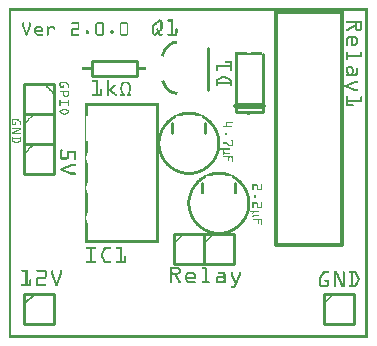
<source format=gto>
G04 MADE WITH FRITZING*
G04 WWW.FRITZING.ORG*
G04 DOUBLE SIDED*
G04 HOLES PLATED*
G04 CONTOUR ON CENTER OF CONTOUR VECTOR*
%ASAXBY*%
%FSLAX23Y23*%
%MOIN*%
%OFA0B0*%
%SFA1.0B1.0*%
%ADD10R,0.234361X0.793417X0.206583X0.765639*%
%ADD11C,0.013889*%
%ADD12C,0.010000*%
%ADD13C,0.020000*%
%ADD14C,0.005000*%
%ADD15R,0.001000X0.001000*%
%LNSILK1*%
G90*
G70*
G54D11*
X890Y1088D02*
X1111Y1088D01*
X1111Y309D01*
X890Y309D01*
X890Y1088D01*
D02*
G54D12*
X664Y968D02*
X664Y828D01*
D02*
X275Y923D02*
X425Y923D01*
D02*
X425Y923D02*
X425Y873D01*
D02*
X425Y873D02*
X275Y873D01*
D02*
X275Y873D02*
X275Y923D01*
D02*
X755Y752D02*
X755Y947D01*
D02*
X845Y947D02*
X845Y752D01*
D02*
X845Y752D02*
X755Y752D01*
G54D13*
D02*
X845Y772D02*
X755Y772D01*
G54D12*
D02*
X50Y148D02*
X50Y48D01*
D02*
X50Y48D02*
X150Y48D01*
D02*
X150Y48D02*
X150Y148D01*
D02*
X150Y148D02*
X50Y148D01*
G54D14*
D02*
X50Y113D02*
X85Y148D01*
G54D12*
D02*
X50Y748D02*
X50Y648D01*
D02*
X50Y648D02*
X150Y648D01*
D02*
X150Y648D02*
X150Y748D01*
D02*
X150Y748D02*
X50Y748D01*
D02*
X150Y848D02*
X50Y848D01*
D02*
X50Y848D02*
X50Y748D01*
D02*
X50Y748D02*
X150Y748D01*
D02*
X150Y748D02*
X150Y848D01*
D02*
X50Y648D02*
X50Y548D01*
D02*
X50Y548D02*
X150Y548D01*
D02*
X150Y548D02*
X150Y648D01*
D02*
X150Y648D02*
X50Y648D01*
D02*
X1050Y148D02*
X1050Y48D01*
D02*
X1050Y48D02*
X1150Y48D01*
D02*
X1150Y48D02*
X1150Y148D01*
D02*
X1150Y148D02*
X1050Y148D01*
D02*
X550Y348D02*
X550Y248D01*
D02*
X550Y248D02*
X650Y248D01*
D02*
X650Y248D02*
X650Y348D01*
D02*
X650Y348D02*
X550Y348D01*
D02*
X650Y348D02*
X650Y248D01*
D02*
X650Y248D02*
X750Y248D01*
D02*
X750Y248D02*
X750Y348D01*
D02*
X750Y348D02*
X650Y348D01*
G54D15*
X0Y1098D02*
X1195Y1098D01*
X0Y1097D02*
X1195Y1097D01*
X0Y1096D02*
X1195Y1096D01*
X0Y1095D02*
X1195Y1095D01*
X0Y1094D02*
X1195Y1094D01*
X0Y1093D02*
X1195Y1093D01*
X0Y1092D02*
X1195Y1092D01*
X0Y1091D02*
X1195Y1091D01*
X0Y1090D02*
X7Y1090D01*
X1188Y1090D02*
X1195Y1090D01*
X0Y1089D02*
X7Y1089D01*
X1188Y1089D02*
X1195Y1089D01*
X0Y1088D02*
X7Y1088D01*
X1188Y1088D02*
X1195Y1088D01*
X0Y1087D02*
X7Y1087D01*
X1188Y1087D02*
X1195Y1087D01*
X0Y1086D02*
X7Y1086D01*
X1188Y1086D02*
X1195Y1086D01*
X0Y1085D02*
X7Y1085D01*
X1188Y1085D02*
X1195Y1085D01*
X0Y1084D02*
X7Y1084D01*
X1188Y1084D02*
X1195Y1084D01*
X0Y1083D02*
X7Y1083D01*
X1188Y1083D02*
X1195Y1083D01*
X0Y1082D02*
X7Y1082D01*
X1188Y1082D02*
X1195Y1082D01*
X0Y1081D02*
X7Y1081D01*
X1188Y1081D02*
X1195Y1081D01*
X0Y1080D02*
X7Y1080D01*
X1188Y1080D02*
X1195Y1080D01*
X0Y1079D02*
X7Y1079D01*
X1188Y1079D02*
X1195Y1079D01*
X0Y1078D02*
X7Y1078D01*
X1188Y1078D02*
X1195Y1078D01*
X0Y1077D02*
X7Y1077D01*
X1188Y1077D02*
X1195Y1077D01*
X0Y1076D02*
X7Y1076D01*
X1188Y1076D02*
X1195Y1076D01*
X0Y1075D02*
X7Y1075D01*
X1188Y1075D02*
X1195Y1075D01*
X0Y1074D02*
X7Y1074D01*
X1188Y1074D02*
X1195Y1074D01*
X0Y1073D02*
X7Y1073D01*
X1188Y1073D02*
X1195Y1073D01*
X0Y1072D02*
X7Y1072D01*
X1188Y1072D02*
X1195Y1072D01*
X0Y1071D02*
X7Y1071D01*
X1188Y1071D02*
X1195Y1071D01*
X0Y1070D02*
X7Y1070D01*
X1188Y1070D02*
X1195Y1070D01*
X0Y1069D02*
X7Y1069D01*
X1188Y1069D02*
X1195Y1069D01*
X0Y1068D02*
X7Y1068D01*
X1188Y1068D02*
X1195Y1068D01*
X0Y1067D02*
X7Y1067D01*
X1188Y1067D02*
X1195Y1067D01*
X0Y1066D02*
X7Y1066D01*
X1188Y1066D02*
X1195Y1066D01*
X0Y1065D02*
X7Y1065D01*
X1188Y1065D02*
X1195Y1065D01*
X0Y1064D02*
X7Y1064D01*
X1188Y1064D02*
X1195Y1064D01*
X0Y1063D02*
X7Y1063D01*
X1188Y1063D02*
X1195Y1063D01*
X0Y1062D02*
X7Y1062D01*
X1188Y1062D02*
X1195Y1062D01*
X0Y1061D02*
X7Y1061D01*
X501Y1061D02*
X504Y1061D01*
X530Y1061D02*
X547Y1061D01*
X1188Y1061D02*
X1195Y1061D01*
X0Y1060D02*
X7Y1060D01*
X499Y1060D02*
X506Y1060D01*
X528Y1060D02*
X547Y1060D01*
X1188Y1060D02*
X1195Y1060D01*
X0Y1059D02*
X7Y1059D01*
X498Y1059D02*
X508Y1059D01*
X528Y1059D02*
X547Y1059D01*
X1188Y1059D02*
X1195Y1059D01*
X0Y1058D02*
X7Y1058D01*
X496Y1058D02*
X509Y1058D01*
X527Y1058D02*
X547Y1058D01*
X1188Y1058D02*
X1195Y1058D01*
X0Y1057D02*
X7Y1057D01*
X495Y1057D02*
X510Y1057D01*
X528Y1057D02*
X547Y1057D01*
X1126Y1057D02*
X1177Y1057D01*
X1188Y1057D02*
X1195Y1057D01*
X0Y1056D02*
X7Y1056D01*
X494Y1056D02*
X510Y1056D01*
X528Y1056D02*
X547Y1056D01*
X1125Y1056D02*
X1177Y1056D01*
X1188Y1056D02*
X1195Y1056D01*
X0Y1055D02*
X7Y1055D01*
X493Y1055D02*
X510Y1055D01*
X529Y1055D02*
X547Y1055D01*
X1124Y1055D02*
X1177Y1055D01*
X1188Y1055D02*
X1195Y1055D01*
X0Y1054D02*
X7Y1054D01*
X492Y1054D02*
X511Y1054D01*
X541Y1054D02*
X547Y1054D01*
X1124Y1054D02*
X1177Y1054D01*
X1188Y1054D02*
X1195Y1054D01*
X0Y1053D02*
X7Y1053D01*
X490Y1053D02*
X500Y1053D01*
X505Y1053D02*
X511Y1053D01*
X541Y1053D02*
X547Y1053D01*
X1124Y1053D02*
X1177Y1053D01*
X1188Y1053D02*
X1195Y1053D01*
X0Y1052D02*
X7Y1052D01*
X489Y1052D02*
X499Y1052D01*
X505Y1052D02*
X511Y1052D01*
X541Y1052D02*
X547Y1052D01*
X1124Y1052D02*
X1177Y1052D01*
X1188Y1052D02*
X1195Y1052D01*
X0Y1051D02*
X7Y1051D01*
X46Y1051D02*
X48Y1051D01*
X68Y1051D02*
X70Y1051D01*
X209Y1051D02*
X231Y1051D01*
X292Y1051D02*
X312Y1051D01*
X373Y1051D02*
X393Y1051D01*
X488Y1051D02*
X498Y1051D01*
X505Y1051D02*
X511Y1051D01*
X541Y1051D02*
X547Y1051D01*
X1125Y1051D02*
X1177Y1051D01*
X1188Y1051D02*
X1195Y1051D01*
X0Y1050D02*
X7Y1050D01*
X45Y1050D02*
X49Y1050D01*
X67Y1050D02*
X71Y1050D01*
X208Y1050D02*
X232Y1050D01*
X290Y1050D02*
X313Y1050D01*
X372Y1050D02*
X395Y1050D01*
X487Y1050D02*
X497Y1050D01*
X505Y1050D02*
X511Y1050D01*
X541Y1050D02*
X547Y1050D01*
X1153Y1050D02*
X1160Y1050D01*
X1171Y1050D02*
X1177Y1050D01*
X1188Y1050D02*
X1195Y1050D01*
X0Y1049D02*
X7Y1049D01*
X45Y1049D02*
X49Y1049D01*
X67Y1049D02*
X72Y1049D01*
X207Y1049D02*
X233Y1049D01*
X290Y1049D02*
X314Y1049D01*
X371Y1049D02*
X396Y1049D01*
X486Y1049D02*
X496Y1049D01*
X505Y1049D02*
X511Y1049D01*
X541Y1049D02*
X547Y1049D01*
X1153Y1049D02*
X1159Y1049D01*
X1171Y1049D02*
X1177Y1049D01*
X1188Y1049D02*
X1195Y1049D01*
X0Y1048D02*
X7Y1048D01*
X45Y1048D02*
X49Y1048D01*
X67Y1048D02*
X72Y1048D01*
X207Y1048D02*
X234Y1048D01*
X289Y1048D02*
X315Y1048D01*
X370Y1048D02*
X396Y1048D01*
X485Y1048D02*
X494Y1048D01*
X505Y1048D02*
X511Y1048D01*
X541Y1048D02*
X547Y1048D01*
X1153Y1048D02*
X1159Y1048D01*
X1171Y1048D02*
X1177Y1048D01*
X1188Y1048D02*
X1195Y1048D01*
X0Y1047D02*
X7Y1047D01*
X45Y1047D02*
X49Y1047D01*
X67Y1047D02*
X72Y1047D01*
X208Y1047D02*
X234Y1047D01*
X289Y1047D02*
X315Y1047D01*
X370Y1047D02*
X397Y1047D01*
X483Y1047D02*
X493Y1047D01*
X505Y1047D02*
X511Y1047D01*
X541Y1047D02*
X547Y1047D01*
X1153Y1047D02*
X1159Y1047D01*
X1171Y1047D02*
X1177Y1047D01*
X1188Y1047D02*
X1195Y1047D01*
X0Y1046D02*
X7Y1046D01*
X45Y1046D02*
X49Y1046D01*
X67Y1046D02*
X72Y1046D01*
X209Y1046D02*
X234Y1046D01*
X288Y1046D02*
X315Y1046D01*
X370Y1046D02*
X397Y1046D01*
X482Y1046D02*
X492Y1046D01*
X505Y1046D02*
X511Y1046D01*
X541Y1046D02*
X547Y1046D01*
X1153Y1046D02*
X1159Y1046D01*
X1171Y1046D02*
X1177Y1046D01*
X1188Y1046D02*
X1195Y1046D01*
X0Y1045D02*
X7Y1045D01*
X45Y1045D02*
X49Y1045D01*
X67Y1045D02*
X72Y1045D01*
X229Y1045D02*
X234Y1045D01*
X288Y1045D02*
X293Y1045D01*
X311Y1045D02*
X315Y1045D01*
X370Y1045D02*
X374Y1045D01*
X392Y1045D02*
X397Y1045D01*
X481Y1045D02*
X491Y1045D01*
X505Y1045D02*
X511Y1045D01*
X541Y1045D02*
X547Y1045D01*
X1153Y1045D02*
X1159Y1045D01*
X1171Y1045D02*
X1177Y1045D01*
X1188Y1045D02*
X1195Y1045D01*
X0Y1044D02*
X7Y1044D01*
X45Y1044D02*
X49Y1044D01*
X67Y1044D02*
X72Y1044D01*
X229Y1044D02*
X234Y1044D01*
X288Y1044D02*
X293Y1044D01*
X311Y1044D02*
X315Y1044D01*
X370Y1044D02*
X374Y1044D01*
X392Y1044D02*
X397Y1044D01*
X480Y1044D02*
X490Y1044D01*
X505Y1044D02*
X511Y1044D01*
X541Y1044D02*
X547Y1044D01*
X1151Y1044D02*
X1159Y1044D01*
X1171Y1044D02*
X1177Y1044D01*
X1188Y1044D02*
X1195Y1044D01*
X0Y1043D02*
X7Y1043D01*
X45Y1043D02*
X49Y1043D01*
X67Y1043D02*
X72Y1043D01*
X229Y1043D02*
X234Y1043D01*
X288Y1043D02*
X293Y1043D01*
X311Y1043D02*
X315Y1043D01*
X370Y1043D02*
X374Y1043D01*
X392Y1043D02*
X397Y1043D01*
X480Y1043D02*
X488Y1043D01*
X505Y1043D02*
X511Y1043D01*
X541Y1043D02*
X547Y1043D01*
X1149Y1043D02*
X1159Y1043D01*
X1171Y1043D02*
X1177Y1043D01*
X1188Y1043D02*
X1195Y1043D01*
X0Y1042D02*
X7Y1042D01*
X45Y1042D02*
X49Y1042D01*
X67Y1042D02*
X72Y1042D01*
X229Y1042D02*
X234Y1042D01*
X288Y1042D02*
X293Y1042D01*
X311Y1042D02*
X315Y1042D01*
X370Y1042D02*
X374Y1042D01*
X392Y1042D02*
X397Y1042D01*
X479Y1042D02*
X487Y1042D01*
X505Y1042D02*
X511Y1042D01*
X541Y1042D02*
X547Y1042D01*
X1147Y1042D02*
X1159Y1042D01*
X1171Y1042D02*
X1177Y1042D01*
X1188Y1042D02*
X1195Y1042D01*
X0Y1041D02*
X7Y1041D01*
X45Y1041D02*
X49Y1041D01*
X67Y1041D02*
X72Y1041D01*
X229Y1041D02*
X234Y1041D01*
X288Y1041D02*
X293Y1041D01*
X311Y1041D02*
X315Y1041D01*
X370Y1041D02*
X374Y1041D01*
X392Y1041D02*
X397Y1041D01*
X478Y1041D02*
X486Y1041D01*
X505Y1041D02*
X511Y1041D01*
X541Y1041D02*
X547Y1041D01*
X1146Y1041D02*
X1159Y1041D01*
X1171Y1041D02*
X1177Y1041D01*
X1188Y1041D02*
X1195Y1041D01*
X0Y1040D02*
X7Y1040D01*
X45Y1040D02*
X49Y1040D01*
X67Y1040D02*
X72Y1040D01*
X229Y1040D02*
X234Y1040D01*
X288Y1040D02*
X293Y1040D01*
X311Y1040D02*
X315Y1040D01*
X370Y1040D02*
X374Y1040D01*
X392Y1040D02*
X397Y1040D01*
X478Y1040D02*
X485Y1040D01*
X505Y1040D02*
X511Y1040D01*
X541Y1040D02*
X547Y1040D01*
X1144Y1040D02*
X1159Y1040D01*
X1171Y1040D02*
X1177Y1040D01*
X1188Y1040D02*
X1195Y1040D01*
X0Y1039D02*
X7Y1039D01*
X45Y1039D02*
X50Y1039D01*
X67Y1039D02*
X72Y1039D01*
X93Y1039D02*
X105Y1039D01*
X127Y1039D02*
X129Y1039D01*
X138Y1039D02*
X147Y1039D01*
X229Y1039D02*
X234Y1039D01*
X288Y1039D02*
X293Y1039D01*
X311Y1039D02*
X315Y1039D01*
X370Y1039D02*
X374Y1039D01*
X392Y1039D02*
X397Y1039D01*
X478Y1039D02*
X484Y1039D01*
X505Y1039D02*
X511Y1039D01*
X541Y1039D02*
X547Y1039D01*
X1142Y1039D02*
X1159Y1039D01*
X1171Y1039D02*
X1177Y1039D01*
X1188Y1039D02*
X1195Y1039D01*
X0Y1038D02*
X7Y1038D01*
X45Y1038D02*
X50Y1038D01*
X66Y1038D02*
X71Y1038D01*
X91Y1038D02*
X107Y1038D01*
X126Y1038D02*
X130Y1038D01*
X137Y1038D02*
X149Y1038D01*
X229Y1038D02*
X234Y1038D01*
X288Y1038D02*
X293Y1038D01*
X311Y1038D02*
X315Y1038D01*
X370Y1038D02*
X374Y1038D01*
X392Y1038D02*
X397Y1038D01*
X477Y1038D02*
X484Y1038D01*
X505Y1038D02*
X511Y1038D01*
X541Y1038D02*
X547Y1038D01*
X1141Y1038D02*
X1159Y1038D01*
X1171Y1038D02*
X1177Y1038D01*
X1188Y1038D02*
X1195Y1038D01*
X0Y1037D02*
X7Y1037D01*
X45Y1037D02*
X50Y1037D01*
X66Y1037D02*
X71Y1037D01*
X90Y1037D02*
X108Y1037D01*
X126Y1037D02*
X131Y1037D01*
X136Y1037D02*
X150Y1037D01*
X229Y1037D02*
X234Y1037D01*
X288Y1037D02*
X293Y1037D01*
X311Y1037D02*
X315Y1037D01*
X370Y1037D02*
X374Y1037D01*
X392Y1037D02*
X397Y1037D01*
X477Y1037D02*
X483Y1037D01*
X505Y1037D02*
X511Y1037D01*
X541Y1037D02*
X547Y1037D01*
X1139Y1037D02*
X1159Y1037D01*
X1171Y1037D02*
X1177Y1037D01*
X1188Y1037D02*
X1195Y1037D01*
X0Y1036D02*
X7Y1036D01*
X46Y1036D02*
X51Y1036D01*
X66Y1036D02*
X71Y1036D01*
X89Y1036D02*
X109Y1036D01*
X126Y1036D02*
X131Y1036D01*
X135Y1036D02*
X151Y1036D01*
X229Y1036D02*
X234Y1036D01*
X288Y1036D02*
X293Y1036D01*
X311Y1036D02*
X315Y1036D01*
X370Y1036D02*
X374Y1036D01*
X392Y1036D02*
X397Y1036D01*
X477Y1036D02*
X483Y1036D01*
X505Y1036D02*
X511Y1036D01*
X541Y1036D02*
X547Y1036D01*
X1137Y1036D02*
X1150Y1036D01*
X1153Y1036D02*
X1159Y1036D01*
X1171Y1036D02*
X1177Y1036D01*
X1188Y1036D02*
X1195Y1036D01*
X0Y1035D02*
X7Y1035D01*
X46Y1035D02*
X51Y1035D01*
X65Y1035D02*
X70Y1035D01*
X88Y1035D02*
X110Y1035D01*
X126Y1035D02*
X131Y1035D01*
X134Y1035D02*
X152Y1035D01*
X229Y1035D02*
X234Y1035D01*
X288Y1035D02*
X293Y1035D01*
X311Y1035D02*
X315Y1035D01*
X370Y1035D02*
X374Y1035D01*
X392Y1035D02*
X397Y1035D01*
X477Y1035D02*
X483Y1035D01*
X505Y1035D02*
X511Y1035D01*
X541Y1035D02*
X547Y1035D01*
X1135Y1035D02*
X1148Y1035D01*
X1153Y1035D02*
X1159Y1035D01*
X1171Y1035D02*
X1177Y1035D01*
X1188Y1035D02*
X1195Y1035D01*
X0Y1034D02*
X7Y1034D01*
X46Y1034D02*
X52Y1034D01*
X65Y1034D02*
X70Y1034D01*
X87Y1034D02*
X111Y1034D01*
X126Y1034D02*
X152Y1034D01*
X229Y1034D02*
X234Y1034D01*
X288Y1034D02*
X293Y1034D01*
X311Y1034D02*
X315Y1034D01*
X370Y1034D02*
X374Y1034D01*
X392Y1034D02*
X397Y1034D01*
X477Y1034D02*
X483Y1034D01*
X505Y1034D02*
X511Y1034D01*
X541Y1034D02*
X547Y1034D01*
X1134Y1034D02*
X1147Y1034D01*
X1153Y1034D02*
X1159Y1034D01*
X1171Y1034D02*
X1177Y1034D01*
X1188Y1034D02*
X1195Y1034D01*
X0Y1033D02*
X7Y1033D01*
X47Y1033D02*
X52Y1033D01*
X64Y1033D02*
X70Y1033D01*
X86Y1033D02*
X93Y1033D01*
X105Y1033D02*
X111Y1033D01*
X126Y1033D02*
X139Y1033D01*
X147Y1033D02*
X153Y1033D01*
X229Y1033D02*
X234Y1033D01*
X288Y1033D02*
X293Y1033D01*
X311Y1033D02*
X315Y1033D01*
X370Y1033D02*
X374Y1033D01*
X392Y1033D02*
X397Y1033D01*
X477Y1033D02*
X483Y1033D01*
X505Y1033D02*
X511Y1033D01*
X541Y1033D02*
X547Y1033D01*
X1132Y1033D02*
X1145Y1033D01*
X1153Y1033D02*
X1159Y1033D01*
X1171Y1033D02*
X1177Y1033D01*
X1188Y1033D02*
X1195Y1033D01*
X0Y1032D02*
X7Y1032D01*
X47Y1032D02*
X52Y1032D01*
X64Y1032D02*
X69Y1032D01*
X86Y1032D02*
X92Y1032D01*
X106Y1032D02*
X112Y1032D01*
X126Y1032D02*
X138Y1032D01*
X148Y1032D02*
X153Y1032D01*
X211Y1032D02*
X234Y1032D01*
X288Y1032D02*
X293Y1032D01*
X311Y1032D02*
X315Y1032D01*
X370Y1032D02*
X374Y1032D01*
X392Y1032D02*
X397Y1032D01*
X477Y1032D02*
X483Y1032D01*
X505Y1032D02*
X511Y1032D01*
X541Y1032D02*
X547Y1032D01*
X1130Y1032D02*
X1143Y1032D01*
X1153Y1032D02*
X1160Y1032D01*
X1171Y1032D02*
X1177Y1032D01*
X1188Y1032D02*
X1195Y1032D01*
X0Y1031D02*
X7Y1031D01*
X48Y1031D02*
X53Y1031D01*
X64Y1031D02*
X69Y1031D01*
X85Y1031D02*
X91Y1031D01*
X107Y1031D02*
X112Y1031D01*
X126Y1031D02*
X137Y1031D01*
X148Y1031D02*
X153Y1031D01*
X209Y1031D02*
X234Y1031D01*
X288Y1031D02*
X293Y1031D01*
X311Y1031D02*
X315Y1031D01*
X370Y1031D02*
X374Y1031D01*
X392Y1031D02*
X397Y1031D01*
X477Y1031D02*
X483Y1031D01*
X492Y1031D02*
X495Y1031D01*
X504Y1031D02*
X511Y1031D01*
X541Y1031D02*
X547Y1031D01*
X556Y1031D02*
X560Y1031D01*
X1129Y1031D02*
X1142Y1031D01*
X1154Y1031D02*
X1160Y1031D01*
X1170Y1031D02*
X1177Y1031D01*
X1188Y1031D02*
X1195Y1031D01*
X0Y1030D02*
X7Y1030D01*
X48Y1030D02*
X53Y1030D01*
X63Y1030D02*
X68Y1030D01*
X85Y1030D02*
X90Y1030D01*
X107Y1030D02*
X112Y1030D01*
X126Y1030D02*
X135Y1030D01*
X148Y1030D02*
X153Y1030D01*
X208Y1030D02*
X234Y1030D01*
X288Y1030D02*
X293Y1030D01*
X311Y1030D02*
X315Y1030D01*
X370Y1030D02*
X374Y1030D01*
X392Y1030D02*
X397Y1030D01*
X477Y1030D02*
X483Y1030D01*
X492Y1030D02*
X496Y1030D01*
X504Y1030D02*
X510Y1030D01*
X541Y1030D02*
X547Y1030D01*
X555Y1030D02*
X560Y1030D01*
X1127Y1030D02*
X1140Y1030D01*
X1154Y1030D02*
X1162Y1030D01*
X1169Y1030D02*
X1176Y1030D01*
X1188Y1030D02*
X1195Y1030D01*
X0Y1029D02*
X7Y1029D01*
X48Y1029D02*
X53Y1029D01*
X63Y1029D02*
X68Y1029D01*
X85Y1029D02*
X90Y1029D01*
X108Y1029D02*
X112Y1029D01*
X126Y1029D02*
X134Y1029D01*
X148Y1029D02*
X153Y1029D01*
X208Y1029D02*
X233Y1029D01*
X288Y1029D02*
X293Y1029D01*
X311Y1029D02*
X315Y1029D01*
X370Y1029D02*
X374Y1029D01*
X392Y1029D02*
X397Y1029D01*
X477Y1029D02*
X483Y1029D01*
X491Y1029D02*
X497Y1029D01*
X503Y1029D02*
X510Y1029D01*
X541Y1029D02*
X547Y1029D01*
X555Y1029D02*
X561Y1029D01*
X1125Y1029D02*
X1138Y1029D01*
X1154Y1029D02*
X1176Y1029D01*
X1188Y1029D02*
X1195Y1029D01*
X0Y1028D02*
X7Y1028D01*
X49Y1028D02*
X54Y1028D01*
X62Y1028D02*
X68Y1028D01*
X85Y1028D02*
X90Y1028D01*
X108Y1028D02*
X112Y1028D01*
X126Y1028D02*
X133Y1028D01*
X149Y1028D02*
X152Y1028D01*
X207Y1028D02*
X232Y1028D01*
X288Y1028D02*
X293Y1028D01*
X311Y1028D02*
X315Y1028D01*
X370Y1028D02*
X374Y1028D01*
X392Y1028D02*
X397Y1028D01*
X477Y1028D02*
X483Y1028D01*
X491Y1028D02*
X497Y1028D01*
X503Y1028D02*
X510Y1028D01*
X541Y1028D02*
X547Y1028D01*
X555Y1028D02*
X561Y1028D01*
X1124Y1028D02*
X1136Y1028D01*
X1155Y1028D02*
X1176Y1028D01*
X1188Y1028D02*
X1195Y1028D01*
X0Y1027D02*
X7Y1027D01*
X49Y1027D02*
X54Y1027D01*
X62Y1027D02*
X67Y1027D01*
X85Y1027D02*
X90Y1027D01*
X108Y1027D02*
X112Y1027D01*
X126Y1027D02*
X132Y1027D01*
X150Y1027D02*
X151Y1027D01*
X207Y1027D02*
X230Y1027D01*
X288Y1027D02*
X293Y1027D01*
X311Y1027D02*
X315Y1027D01*
X370Y1027D02*
X374Y1027D01*
X392Y1027D02*
X397Y1027D01*
X477Y1027D02*
X483Y1027D01*
X491Y1027D02*
X498Y1027D01*
X501Y1027D02*
X509Y1027D01*
X541Y1027D02*
X547Y1027D01*
X555Y1027D02*
X561Y1027D01*
X1124Y1027D02*
X1135Y1027D01*
X1155Y1027D02*
X1175Y1027D01*
X1188Y1027D02*
X1195Y1027D01*
X0Y1026D02*
X7Y1026D01*
X49Y1026D02*
X55Y1026D01*
X62Y1026D02*
X67Y1026D01*
X85Y1026D02*
X90Y1026D01*
X108Y1026D02*
X112Y1026D01*
X126Y1026D02*
X131Y1026D01*
X207Y1026D02*
X212Y1026D01*
X288Y1026D02*
X293Y1026D01*
X311Y1026D02*
X315Y1026D01*
X370Y1026D02*
X374Y1026D01*
X392Y1026D02*
X397Y1026D01*
X477Y1026D02*
X483Y1026D01*
X492Y1026D02*
X498Y1026D01*
X500Y1026D02*
X509Y1026D01*
X541Y1026D02*
X547Y1026D01*
X555Y1026D02*
X561Y1026D01*
X1124Y1026D02*
X1133Y1026D01*
X1156Y1026D02*
X1174Y1026D01*
X1188Y1026D02*
X1195Y1026D01*
X0Y1025D02*
X7Y1025D01*
X50Y1025D02*
X55Y1025D01*
X61Y1025D02*
X66Y1025D01*
X85Y1025D02*
X112Y1025D01*
X126Y1025D02*
X131Y1025D01*
X207Y1025D02*
X212Y1025D01*
X258Y1025D02*
X264Y1025D01*
X288Y1025D02*
X293Y1025D01*
X311Y1025D02*
X315Y1025D01*
X339Y1025D02*
X346Y1025D01*
X370Y1025D02*
X374Y1025D01*
X392Y1025D02*
X397Y1025D01*
X477Y1025D02*
X483Y1025D01*
X492Y1025D02*
X508Y1025D01*
X541Y1025D02*
X547Y1025D01*
X555Y1025D02*
X561Y1025D01*
X1124Y1025D02*
X1131Y1025D01*
X1157Y1025D02*
X1173Y1025D01*
X1188Y1025D02*
X1195Y1025D01*
X0Y1024D02*
X7Y1024D01*
X50Y1024D02*
X55Y1024D01*
X61Y1024D02*
X66Y1024D01*
X85Y1024D02*
X112Y1024D01*
X126Y1024D02*
X131Y1024D01*
X207Y1024D02*
X212Y1024D01*
X257Y1024D02*
X266Y1024D01*
X288Y1024D02*
X293Y1024D01*
X311Y1024D02*
X315Y1024D01*
X338Y1024D02*
X347Y1024D01*
X370Y1024D02*
X374Y1024D01*
X392Y1024D02*
X397Y1024D01*
X477Y1024D02*
X483Y1024D01*
X492Y1024D02*
X507Y1024D01*
X541Y1024D02*
X547Y1024D01*
X555Y1024D02*
X561Y1024D01*
X1125Y1024D02*
X1130Y1024D01*
X1159Y1024D02*
X1172Y1024D01*
X1188Y1024D02*
X1195Y1024D01*
X0Y1023D02*
X7Y1023D01*
X51Y1023D02*
X56Y1023D01*
X60Y1023D02*
X66Y1023D01*
X85Y1023D02*
X112Y1023D01*
X126Y1023D02*
X131Y1023D01*
X207Y1023D02*
X212Y1023D01*
X256Y1023D02*
X266Y1023D01*
X288Y1023D02*
X293Y1023D01*
X311Y1023D02*
X315Y1023D01*
X338Y1023D02*
X348Y1023D01*
X370Y1023D02*
X374Y1023D01*
X392Y1023D02*
X397Y1023D01*
X477Y1023D02*
X483Y1023D01*
X493Y1023D02*
X506Y1023D01*
X541Y1023D02*
X547Y1023D01*
X555Y1023D02*
X561Y1023D01*
X1126Y1023D02*
X1128Y1023D01*
X1161Y1023D02*
X1169Y1023D01*
X1188Y1023D02*
X1195Y1023D01*
X0Y1022D02*
X7Y1022D01*
X51Y1022D02*
X56Y1022D01*
X60Y1022D02*
X65Y1022D01*
X85Y1022D02*
X112Y1022D01*
X126Y1022D02*
X131Y1022D01*
X207Y1022D02*
X212Y1022D01*
X256Y1022D02*
X266Y1022D01*
X288Y1022D02*
X293Y1022D01*
X311Y1022D02*
X315Y1022D01*
X337Y1022D02*
X348Y1022D01*
X370Y1022D02*
X374Y1022D01*
X392Y1022D02*
X397Y1022D01*
X477Y1022D02*
X483Y1022D01*
X493Y1022D02*
X505Y1022D01*
X541Y1022D02*
X547Y1022D01*
X555Y1022D02*
X561Y1022D01*
X1188Y1022D02*
X1195Y1022D01*
X0Y1021D02*
X7Y1021D01*
X51Y1021D02*
X57Y1021D01*
X60Y1021D02*
X65Y1021D01*
X85Y1021D02*
X112Y1021D01*
X126Y1021D02*
X131Y1021D01*
X207Y1021D02*
X212Y1021D01*
X256Y1021D02*
X266Y1021D01*
X288Y1021D02*
X293Y1021D01*
X311Y1021D02*
X315Y1021D01*
X337Y1021D02*
X348Y1021D01*
X370Y1021D02*
X374Y1021D01*
X392Y1021D02*
X397Y1021D01*
X477Y1021D02*
X483Y1021D01*
X494Y1021D02*
X504Y1021D01*
X541Y1021D02*
X547Y1021D01*
X555Y1021D02*
X561Y1021D01*
X1188Y1021D02*
X1195Y1021D01*
X0Y1020D02*
X7Y1020D01*
X52Y1020D02*
X57Y1020D01*
X59Y1020D02*
X64Y1020D01*
X85Y1020D02*
X111Y1020D01*
X126Y1020D02*
X131Y1020D01*
X207Y1020D02*
X212Y1020D01*
X256Y1020D02*
X266Y1020D01*
X288Y1020D02*
X293Y1020D01*
X311Y1020D02*
X315Y1020D01*
X337Y1020D02*
X348Y1020D01*
X370Y1020D02*
X374Y1020D01*
X392Y1020D02*
X397Y1020D01*
X477Y1020D02*
X483Y1020D01*
X493Y1020D02*
X503Y1020D01*
X541Y1020D02*
X547Y1020D01*
X555Y1020D02*
X561Y1020D01*
X1188Y1020D02*
X1195Y1020D01*
X0Y1019D02*
X7Y1019D01*
X52Y1019D02*
X57Y1019D01*
X59Y1019D02*
X64Y1019D01*
X85Y1019D02*
X90Y1019D01*
X126Y1019D02*
X131Y1019D01*
X207Y1019D02*
X212Y1019D01*
X256Y1019D02*
X266Y1019D01*
X288Y1019D02*
X293Y1019D01*
X311Y1019D02*
X315Y1019D01*
X337Y1019D02*
X348Y1019D01*
X370Y1019D02*
X374Y1019D01*
X392Y1019D02*
X397Y1019D01*
X477Y1019D02*
X483Y1019D01*
X492Y1019D02*
X502Y1019D01*
X541Y1019D02*
X547Y1019D01*
X555Y1019D02*
X561Y1019D01*
X1188Y1019D02*
X1195Y1019D01*
X0Y1018D02*
X7Y1018D01*
X53Y1018D02*
X64Y1018D01*
X85Y1018D02*
X90Y1018D01*
X126Y1018D02*
X131Y1018D01*
X207Y1018D02*
X212Y1018D01*
X256Y1018D02*
X266Y1018D01*
X288Y1018D02*
X293Y1018D01*
X311Y1018D02*
X315Y1018D01*
X337Y1018D02*
X348Y1018D01*
X370Y1018D02*
X374Y1018D01*
X392Y1018D02*
X397Y1018D01*
X477Y1018D02*
X483Y1018D01*
X491Y1018D02*
X501Y1018D01*
X541Y1018D02*
X547Y1018D01*
X555Y1018D02*
X561Y1018D01*
X1188Y1018D02*
X1195Y1018D01*
X0Y1017D02*
X7Y1017D01*
X53Y1017D02*
X63Y1017D01*
X85Y1017D02*
X90Y1017D01*
X126Y1017D02*
X131Y1017D01*
X207Y1017D02*
X212Y1017D01*
X256Y1017D02*
X266Y1017D01*
X288Y1017D02*
X293Y1017D01*
X311Y1017D02*
X315Y1017D01*
X338Y1017D02*
X348Y1017D01*
X370Y1017D02*
X374Y1017D01*
X392Y1017D02*
X397Y1017D01*
X477Y1017D02*
X483Y1017D01*
X490Y1017D02*
X502Y1017D01*
X541Y1017D02*
X547Y1017D01*
X555Y1017D02*
X561Y1017D01*
X1188Y1017D02*
X1195Y1017D01*
X0Y1016D02*
X7Y1016D01*
X53Y1016D02*
X63Y1016D01*
X85Y1016D02*
X91Y1016D01*
X126Y1016D02*
X131Y1016D01*
X207Y1016D02*
X212Y1016D01*
X257Y1016D02*
X266Y1016D01*
X288Y1016D02*
X293Y1016D01*
X311Y1016D02*
X315Y1016D01*
X338Y1016D02*
X347Y1016D01*
X370Y1016D02*
X374Y1016D01*
X392Y1016D02*
X397Y1016D01*
X477Y1016D02*
X483Y1016D01*
X489Y1016D02*
X502Y1016D01*
X541Y1016D02*
X547Y1016D01*
X555Y1016D02*
X561Y1016D01*
X1188Y1016D02*
X1195Y1016D01*
X0Y1015D02*
X7Y1015D01*
X54Y1015D02*
X62Y1015D01*
X86Y1015D02*
X92Y1015D01*
X126Y1015D02*
X131Y1015D01*
X207Y1015D02*
X212Y1015D01*
X258Y1015D02*
X265Y1015D01*
X288Y1015D02*
X293Y1015D01*
X311Y1015D02*
X315Y1015D01*
X339Y1015D02*
X346Y1015D01*
X370Y1015D02*
X374Y1015D01*
X392Y1015D02*
X397Y1015D01*
X477Y1015D02*
X483Y1015D01*
X487Y1015D02*
X502Y1015D01*
X541Y1015D02*
X547Y1015D01*
X555Y1015D02*
X560Y1015D01*
X1188Y1015D02*
X1195Y1015D01*
X0Y1014D02*
X7Y1014D01*
X54Y1014D02*
X62Y1014D01*
X86Y1014D02*
X93Y1014D01*
X126Y1014D02*
X131Y1014D01*
X207Y1014D02*
X212Y1014D01*
X288Y1014D02*
X293Y1014D01*
X311Y1014D02*
X315Y1014D01*
X370Y1014D02*
X374Y1014D01*
X392Y1014D02*
X397Y1014D01*
X477Y1014D02*
X508Y1014D01*
X531Y1014D02*
X560Y1014D01*
X1188Y1014D02*
X1195Y1014D01*
X0Y1013D02*
X7Y1013D01*
X55Y1013D02*
X62Y1013D01*
X87Y1013D02*
X111Y1013D01*
X126Y1013D02*
X131Y1013D01*
X207Y1013D02*
X232Y1013D01*
X288Y1013D02*
X315Y1013D01*
X370Y1013D02*
X397Y1013D01*
X478Y1013D02*
X495Y1013D01*
X497Y1013D02*
X510Y1013D01*
X528Y1013D02*
X559Y1013D01*
X1188Y1013D02*
X1195Y1013D01*
X0Y1012D02*
X7Y1012D01*
X55Y1012D02*
X61Y1012D01*
X88Y1012D02*
X112Y1012D01*
X126Y1012D02*
X131Y1012D01*
X207Y1012D02*
X234Y1012D01*
X289Y1012D02*
X315Y1012D01*
X370Y1012D02*
X397Y1012D01*
X478Y1012D02*
X494Y1012D01*
X497Y1012D02*
X510Y1012D01*
X528Y1012D02*
X559Y1012D01*
X1188Y1012D02*
X1195Y1012D01*
X0Y1011D02*
X7Y1011D01*
X55Y1011D02*
X61Y1011D01*
X89Y1011D02*
X112Y1011D01*
X126Y1011D02*
X131Y1011D01*
X207Y1011D02*
X234Y1011D01*
X289Y1011D02*
X315Y1011D01*
X370Y1011D02*
X396Y1011D01*
X479Y1011D02*
X492Y1011D01*
X497Y1011D02*
X511Y1011D01*
X527Y1011D02*
X559Y1011D01*
X1188Y1011D02*
X1195Y1011D01*
X0Y1010D02*
X7Y1010D01*
X56Y1010D02*
X61Y1010D01*
X90Y1010D02*
X112Y1010D01*
X126Y1010D02*
X131Y1010D01*
X207Y1010D02*
X234Y1010D01*
X290Y1010D02*
X314Y1010D01*
X371Y1010D02*
X395Y1010D01*
X479Y1010D02*
X491Y1010D01*
X498Y1010D02*
X511Y1010D01*
X527Y1010D02*
X558Y1010D01*
X1188Y1010D02*
X1195Y1010D01*
X0Y1009D02*
X7Y1009D01*
X56Y1009D02*
X60Y1009D01*
X91Y1009D02*
X112Y1009D01*
X126Y1009D02*
X130Y1009D01*
X207Y1009D02*
X234Y1009D01*
X291Y1009D02*
X313Y1009D01*
X372Y1009D02*
X395Y1009D01*
X480Y1009D02*
X490Y1009D01*
X498Y1009D02*
X510Y1009D01*
X528Y1009D02*
X558Y1009D01*
X1188Y1009D02*
X1195Y1009D01*
X0Y1008D02*
X7Y1008D01*
X57Y1008D02*
X59Y1008D01*
X93Y1008D02*
X111Y1008D01*
X127Y1008D02*
X129Y1008D01*
X207Y1008D02*
X233Y1008D01*
X292Y1008D02*
X312Y1008D01*
X373Y1008D02*
X393Y1008D01*
X482Y1008D02*
X488Y1008D01*
X499Y1008D02*
X510Y1008D01*
X529Y1008D02*
X558Y1008D01*
X1188Y1008D02*
X1195Y1008D01*
X0Y1007D02*
X7Y1007D01*
X1136Y1007D02*
X1150Y1007D01*
X1188Y1007D02*
X1195Y1007D01*
X0Y1006D02*
X7Y1006D01*
X1132Y1006D02*
X1154Y1006D01*
X1188Y1006D02*
X1195Y1006D01*
X0Y1005D02*
X7Y1005D01*
X1130Y1005D02*
X1156Y1005D01*
X1188Y1005D02*
X1195Y1005D01*
X0Y1004D02*
X7Y1004D01*
X1129Y1004D02*
X1157Y1004D01*
X1188Y1004D02*
X1195Y1004D01*
X0Y1003D02*
X7Y1003D01*
X1128Y1003D02*
X1158Y1003D01*
X1188Y1003D02*
X1195Y1003D01*
X0Y1002D02*
X7Y1002D01*
X1127Y1002D02*
X1159Y1002D01*
X1188Y1002D02*
X1195Y1002D01*
X0Y1001D02*
X7Y1001D01*
X1126Y1001D02*
X1160Y1001D01*
X1188Y1001D02*
X1195Y1001D01*
X0Y1000D02*
X7Y1000D01*
X1126Y1000D02*
X1135Y1000D01*
X1138Y1000D02*
X1145Y1000D01*
X1151Y1000D02*
X1160Y1000D01*
X1188Y1000D02*
X1195Y1000D01*
X0Y999D02*
X7Y999D01*
X1125Y999D02*
X1133Y999D01*
X1139Y999D02*
X1145Y999D01*
X1153Y999D02*
X1161Y999D01*
X1188Y999D02*
X1195Y999D01*
X0Y998D02*
X7Y998D01*
X1125Y998D02*
X1132Y998D01*
X1139Y998D02*
X1145Y998D01*
X1154Y998D02*
X1162Y998D01*
X1188Y998D02*
X1195Y998D01*
X0Y997D02*
X7Y997D01*
X1124Y997D02*
X1131Y997D01*
X1139Y997D02*
X1145Y997D01*
X1155Y997D02*
X1162Y997D01*
X1188Y997D02*
X1195Y997D01*
X0Y996D02*
X7Y996D01*
X1124Y996D02*
X1131Y996D01*
X1139Y996D02*
X1145Y996D01*
X1156Y996D02*
X1162Y996D01*
X1188Y996D02*
X1195Y996D01*
X0Y995D02*
X7Y995D01*
X1124Y995D02*
X1130Y995D01*
X1139Y995D02*
X1145Y995D01*
X1156Y995D02*
X1162Y995D01*
X1188Y995D02*
X1195Y995D01*
X0Y994D02*
X7Y994D01*
X1124Y994D02*
X1130Y994D01*
X1139Y994D02*
X1145Y994D01*
X1156Y994D02*
X1162Y994D01*
X1188Y994D02*
X1195Y994D01*
X0Y993D02*
X7Y993D01*
X1124Y993D02*
X1130Y993D01*
X1139Y993D02*
X1145Y993D01*
X1156Y993D02*
X1162Y993D01*
X1188Y993D02*
X1195Y993D01*
X0Y992D02*
X7Y992D01*
X1124Y992D02*
X1130Y992D01*
X1139Y992D02*
X1145Y992D01*
X1156Y992D02*
X1162Y992D01*
X1188Y992D02*
X1195Y992D01*
X0Y991D02*
X7Y991D01*
X1124Y991D02*
X1130Y991D01*
X1139Y991D02*
X1145Y991D01*
X1156Y991D02*
X1162Y991D01*
X1188Y991D02*
X1195Y991D01*
X0Y990D02*
X7Y990D01*
X553Y990D02*
X557Y990D01*
X1124Y990D02*
X1130Y990D01*
X1139Y990D02*
X1145Y990D01*
X1156Y990D02*
X1162Y990D01*
X1188Y990D02*
X1195Y990D01*
X0Y989D02*
X7Y989D01*
X548Y989D02*
X558Y989D01*
X1124Y989D02*
X1130Y989D01*
X1139Y989D02*
X1145Y989D01*
X1156Y989D02*
X1162Y989D01*
X1188Y989D02*
X1195Y989D01*
X0Y988D02*
X7Y988D01*
X545Y988D02*
X558Y988D01*
X1124Y988D02*
X1130Y988D01*
X1139Y988D02*
X1145Y988D01*
X1156Y988D02*
X1162Y988D01*
X1188Y988D02*
X1195Y988D01*
X0Y987D02*
X7Y987D01*
X543Y987D02*
X558Y987D01*
X1124Y987D02*
X1130Y987D01*
X1139Y987D02*
X1145Y987D01*
X1156Y987D02*
X1162Y987D01*
X1188Y987D02*
X1195Y987D01*
X0Y986D02*
X7Y986D01*
X540Y986D02*
X558Y986D01*
X1124Y986D02*
X1130Y986D01*
X1139Y986D02*
X1145Y986D01*
X1156Y986D02*
X1162Y986D01*
X1188Y986D02*
X1195Y986D01*
X0Y985D02*
X7Y985D01*
X539Y985D02*
X559Y985D01*
X1124Y985D02*
X1130Y985D01*
X1139Y985D02*
X1145Y985D01*
X1156Y985D02*
X1162Y985D01*
X1188Y985D02*
X1195Y985D01*
X0Y984D02*
X7Y984D01*
X537Y984D02*
X559Y984D01*
X1124Y984D02*
X1130Y984D01*
X1139Y984D02*
X1145Y984D01*
X1156Y984D02*
X1162Y984D01*
X1188Y984D02*
X1195Y984D01*
X0Y983D02*
X7Y983D01*
X535Y983D02*
X559Y983D01*
X1124Y983D02*
X1130Y983D01*
X1139Y983D02*
X1145Y983D01*
X1155Y983D02*
X1162Y983D01*
X1188Y983D02*
X1195Y983D01*
X0Y982D02*
X7Y982D01*
X534Y982D02*
X560Y982D01*
X1124Y982D02*
X1130Y982D01*
X1139Y982D02*
X1145Y982D01*
X1155Y982D02*
X1162Y982D01*
X1188Y982D02*
X1195Y982D01*
X0Y981D02*
X7Y981D01*
X533Y981D02*
X559Y981D01*
X1124Y981D02*
X1130Y981D01*
X1139Y981D02*
X1145Y981D01*
X1154Y981D02*
X1161Y981D01*
X1188Y981D02*
X1195Y981D01*
X0Y980D02*
X7Y980D01*
X531Y980D02*
X553Y980D01*
X1124Y980D02*
X1130Y980D01*
X1139Y980D02*
X1145Y980D01*
X1152Y980D02*
X1161Y980D01*
X1188Y980D02*
X1195Y980D01*
X0Y979D02*
X7Y979D01*
X530Y979D02*
X548Y979D01*
X1124Y979D02*
X1130Y979D01*
X1139Y979D02*
X1160Y979D01*
X1188Y979D02*
X1195Y979D01*
X0Y978D02*
X7Y978D01*
X529Y978D02*
X545Y978D01*
X1124Y978D02*
X1130Y978D01*
X1139Y978D02*
X1159Y978D01*
X1188Y978D02*
X1195Y978D01*
X0Y977D02*
X7Y977D01*
X528Y977D02*
X543Y977D01*
X1124Y977D02*
X1130Y977D01*
X1139Y977D02*
X1158Y977D01*
X1188Y977D02*
X1195Y977D01*
X0Y976D02*
X7Y976D01*
X527Y976D02*
X541Y976D01*
X1124Y976D02*
X1130Y976D01*
X1139Y976D02*
X1157Y976D01*
X1188Y976D02*
X1195Y976D01*
X0Y975D02*
X7Y975D01*
X526Y975D02*
X540Y975D01*
X1124Y975D02*
X1130Y975D01*
X1139Y975D02*
X1156Y975D01*
X1188Y975D02*
X1195Y975D01*
X0Y974D02*
X7Y974D01*
X525Y974D02*
X538Y974D01*
X1125Y974D02*
X1129Y974D01*
X1139Y974D02*
X1155Y974D01*
X1188Y974D02*
X1195Y974D01*
X0Y973D02*
X7Y973D01*
X524Y973D02*
X537Y973D01*
X1126Y973D02*
X1128Y973D01*
X1140Y973D02*
X1153Y973D01*
X1188Y973D02*
X1195Y973D01*
X0Y972D02*
X7Y972D01*
X523Y972D02*
X536Y972D01*
X1188Y972D02*
X1195Y972D01*
X0Y971D02*
X7Y971D01*
X522Y971D02*
X535Y971D01*
X1188Y971D02*
X1195Y971D01*
X0Y970D02*
X7Y970D01*
X521Y970D02*
X534Y970D01*
X1188Y970D02*
X1195Y970D01*
X0Y969D02*
X7Y969D01*
X521Y969D02*
X533Y969D01*
X1188Y969D02*
X1195Y969D01*
X0Y968D02*
X7Y968D01*
X520Y968D02*
X532Y968D01*
X1188Y968D02*
X1195Y968D01*
X0Y967D02*
X7Y967D01*
X519Y967D02*
X531Y967D01*
X1188Y967D02*
X1195Y967D01*
X0Y966D02*
X7Y966D01*
X518Y966D02*
X530Y966D01*
X1188Y966D02*
X1195Y966D01*
X0Y965D02*
X7Y965D01*
X518Y965D02*
X529Y965D01*
X1188Y965D02*
X1195Y965D01*
X0Y964D02*
X7Y964D01*
X517Y964D02*
X528Y964D01*
X1188Y964D02*
X1195Y964D01*
X0Y963D02*
X7Y963D01*
X516Y963D02*
X527Y963D01*
X1188Y963D02*
X1195Y963D01*
X0Y962D02*
X7Y962D01*
X516Y962D02*
X527Y962D01*
X1188Y962D02*
X1195Y962D01*
X0Y961D02*
X7Y961D01*
X515Y961D02*
X526Y961D01*
X1188Y961D02*
X1195Y961D01*
X0Y960D02*
X7Y960D01*
X515Y960D02*
X525Y960D01*
X1188Y960D02*
X1195Y960D01*
X0Y959D02*
X7Y959D01*
X514Y959D02*
X525Y959D01*
X1188Y959D02*
X1195Y959D01*
X0Y958D02*
X7Y958D01*
X514Y958D02*
X524Y958D01*
X1188Y958D02*
X1195Y958D01*
X0Y957D02*
X7Y957D01*
X513Y957D02*
X523Y957D01*
X1188Y957D02*
X1195Y957D01*
X0Y956D02*
X7Y956D01*
X513Y956D02*
X523Y956D01*
X1188Y956D02*
X1195Y956D01*
X0Y955D02*
X7Y955D01*
X512Y955D02*
X522Y955D01*
X1188Y955D02*
X1195Y955D01*
X0Y954D02*
X7Y954D01*
X512Y954D02*
X522Y954D01*
X1188Y954D02*
X1195Y954D01*
X0Y953D02*
X7Y953D01*
X511Y953D02*
X521Y953D01*
X1126Y953D02*
X1128Y953D01*
X1173Y953D02*
X1175Y953D01*
X1188Y953D02*
X1195Y953D01*
X0Y952D02*
X7Y952D01*
X511Y952D02*
X521Y952D01*
X755Y952D02*
X787Y952D01*
X812Y952D02*
X844Y952D01*
X1125Y952D02*
X1129Y952D01*
X1172Y952D02*
X1176Y952D01*
X1188Y952D02*
X1195Y952D01*
X0Y951D02*
X7Y951D01*
X510Y951D02*
X520Y951D01*
X755Y951D02*
X791Y951D01*
X808Y951D02*
X844Y951D01*
X1124Y951D02*
X1130Y951D01*
X1171Y951D02*
X1177Y951D01*
X1188Y951D02*
X1195Y951D01*
X0Y950D02*
X7Y950D01*
X510Y950D02*
X520Y950D01*
X755Y950D02*
X844Y950D01*
X1124Y950D02*
X1130Y950D01*
X1171Y950D02*
X1177Y950D01*
X1188Y950D02*
X1195Y950D01*
X0Y949D02*
X7Y949D01*
X509Y949D02*
X519Y949D01*
X755Y949D02*
X844Y949D01*
X1124Y949D02*
X1130Y949D01*
X1171Y949D02*
X1177Y949D01*
X1188Y949D02*
X1195Y949D01*
X0Y948D02*
X7Y948D01*
X509Y948D02*
X519Y948D01*
X755Y948D02*
X844Y948D01*
X1124Y948D02*
X1130Y948D01*
X1171Y948D02*
X1177Y948D01*
X1188Y948D02*
X1195Y948D01*
X0Y947D02*
X7Y947D01*
X509Y947D02*
X518Y947D01*
X755Y947D02*
X844Y947D01*
X1124Y947D02*
X1130Y947D01*
X1171Y947D02*
X1177Y947D01*
X1188Y947D02*
X1195Y947D01*
X0Y946D02*
X7Y946D01*
X508Y946D02*
X518Y946D01*
X755Y946D02*
X844Y946D01*
X1124Y946D02*
X1130Y946D01*
X1171Y946D02*
X1177Y946D01*
X1188Y946D02*
X1195Y946D01*
X0Y945D02*
X7Y945D01*
X508Y945D02*
X517Y945D01*
X755Y945D02*
X844Y945D01*
X1124Y945D02*
X1130Y945D01*
X1171Y945D02*
X1177Y945D01*
X1188Y945D02*
X1195Y945D01*
X0Y944D02*
X7Y944D01*
X508Y944D02*
X517Y944D01*
X755Y944D02*
X844Y944D01*
X1124Y944D02*
X1130Y944D01*
X1171Y944D02*
X1177Y944D01*
X1188Y944D02*
X1195Y944D01*
X0Y943D02*
X7Y943D01*
X507Y943D02*
X517Y943D01*
X755Y943D02*
X844Y943D01*
X1124Y943D02*
X1177Y943D01*
X1188Y943D02*
X1195Y943D01*
X0Y942D02*
X7Y942D01*
X507Y942D02*
X516Y942D01*
X1124Y942D02*
X1177Y942D01*
X1188Y942D02*
X1195Y942D01*
X0Y941D02*
X7Y941D01*
X506Y941D02*
X516Y941D01*
X1124Y941D02*
X1177Y941D01*
X1188Y941D02*
X1195Y941D01*
X0Y940D02*
X7Y940D01*
X507Y940D02*
X516Y940D01*
X1124Y940D02*
X1177Y940D01*
X1188Y940D02*
X1195Y940D01*
X0Y939D02*
X7Y939D01*
X512Y939D02*
X515Y939D01*
X1124Y939D02*
X1177Y939D01*
X1188Y939D02*
X1195Y939D01*
X0Y938D02*
X7Y938D01*
X515Y938D02*
X515Y938D01*
X1124Y938D02*
X1177Y938D01*
X1188Y938D02*
X1195Y938D01*
X0Y937D02*
X7Y937D01*
X1124Y937D02*
X1176Y937D01*
X1188Y937D02*
X1195Y937D01*
X0Y936D02*
X7Y936D01*
X1124Y936D02*
X1130Y936D01*
X1188Y936D02*
X1195Y936D01*
X0Y935D02*
X7Y935D01*
X1124Y935D02*
X1130Y935D01*
X1188Y935D02*
X1195Y935D01*
X0Y934D02*
X7Y934D01*
X1124Y934D02*
X1130Y934D01*
X1188Y934D02*
X1195Y934D01*
X0Y933D02*
X7Y933D01*
X1124Y933D02*
X1130Y933D01*
X1188Y933D02*
X1195Y933D01*
X0Y932D02*
X7Y932D01*
X1124Y932D02*
X1130Y932D01*
X1188Y932D02*
X1195Y932D01*
X0Y931D02*
X7Y931D01*
X1124Y931D02*
X1130Y931D01*
X1188Y931D02*
X1195Y931D01*
X0Y930D02*
X7Y930D01*
X1124Y930D02*
X1130Y930D01*
X1188Y930D02*
X1195Y930D01*
X0Y929D02*
X7Y929D01*
X1124Y929D02*
X1130Y929D01*
X1188Y929D02*
X1195Y929D01*
X0Y928D02*
X7Y928D01*
X1124Y928D02*
X1130Y928D01*
X1188Y928D02*
X1195Y928D01*
X0Y927D02*
X7Y927D01*
X1125Y927D02*
X1129Y927D01*
X1188Y927D02*
X1195Y927D01*
X0Y926D02*
X7Y926D01*
X1126Y926D02*
X1128Y926D01*
X1188Y926D02*
X1195Y926D01*
X0Y925D02*
X7Y925D01*
X1188Y925D02*
X1195Y925D01*
X0Y924D02*
X7Y924D01*
X1188Y924D02*
X1195Y924D01*
X0Y923D02*
X7Y923D01*
X720Y923D02*
X741Y923D01*
X1188Y923D02*
X1195Y923D01*
X0Y922D02*
X7Y922D01*
X719Y922D02*
X742Y922D01*
X1188Y922D02*
X1195Y922D01*
X0Y921D02*
X7Y921D01*
X719Y921D02*
X742Y921D01*
X1188Y921D02*
X1195Y921D01*
X0Y920D02*
X7Y920D01*
X718Y920D02*
X742Y920D01*
X1188Y920D02*
X1195Y920D01*
X0Y919D02*
X7Y919D01*
X719Y919D02*
X742Y919D01*
X1188Y919D02*
X1195Y919D01*
X0Y918D02*
X7Y918D01*
X719Y918D02*
X742Y918D01*
X1188Y918D02*
X1195Y918D01*
X0Y917D02*
X7Y917D01*
X720Y917D02*
X742Y917D01*
X1188Y917D02*
X1195Y917D01*
X0Y916D02*
X7Y916D01*
X736Y916D02*
X742Y916D01*
X1188Y916D02*
X1195Y916D01*
X0Y915D02*
X7Y915D01*
X736Y915D02*
X742Y915D01*
X1188Y915D02*
X1195Y915D01*
X0Y914D02*
X7Y914D01*
X736Y914D02*
X742Y914D01*
X1188Y914D02*
X1195Y914D01*
X0Y913D02*
X7Y913D01*
X736Y913D02*
X742Y913D01*
X1188Y913D02*
X1195Y913D01*
X0Y912D02*
X7Y912D01*
X736Y912D02*
X742Y912D01*
X1188Y912D02*
X1195Y912D01*
X0Y911D02*
X7Y911D01*
X736Y911D02*
X742Y911D01*
X1188Y911D02*
X1195Y911D01*
X0Y910D02*
X7Y910D01*
X736Y910D02*
X742Y910D01*
X1188Y910D02*
X1195Y910D01*
X0Y909D02*
X7Y909D01*
X689Y909D02*
X742Y909D01*
X1188Y909D02*
X1195Y909D01*
X0Y908D02*
X7Y908D01*
X689Y908D02*
X742Y908D01*
X1188Y908D02*
X1195Y908D01*
X0Y907D02*
X7Y907D01*
X689Y907D02*
X742Y907D01*
X1188Y907D02*
X1195Y907D01*
X0Y906D02*
X7Y906D01*
X689Y906D02*
X742Y906D01*
X1131Y906D02*
X1141Y906D01*
X1188Y906D02*
X1195Y906D01*
X0Y905D02*
X7Y905D01*
X689Y905D02*
X742Y905D01*
X1129Y905D02*
X1143Y905D01*
X1188Y905D02*
X1195Y905D01*
X0Y904D02*
X7Y904D01*
X689Y904D02*
X742Y904D01*
X1127Y904D02*
X1144Y904D01*
X1188Y904D02*
X1195Y904D01*
X0Y903D02*
X7Y903D01*
X689Y903D02*
X742Y903D01*
X1126Y903D02*
X1145Y903D01*
X1188Y903D02*
X1195Y903D01*
X0Y902D02*
X7Y902D01*
X243Y902D02*
X274Y902D01*
X425Y902D02*
X457Y902D01*
X689Y902D02*
X695Y902D01*
X736Y902D02*
X742Y902D01*
X1126Y902D02*
X1146Y902D01*
X1188Y902D02*
X1195Y902D01*
X0Y901D02*
X7Y901D01*
X243Y901D02*
X274Y901D01*
X425Y901D02*
X457Y901D01*
X689Y901D02*
X695Y901D01*
X736Y901D02*
X742Y901D01*
X1125Y901D02*
X1146Y901D01*
X1188Y901D02*
X1195Y901D01*
X0Y900D02*
X7Y900D01*
X243Y900D02*
X274Y900D01*
X425Y900D02*
X457Y900D01*
X689Y900D02*
X695Y900D01*
X736Y900D02*
X742Y900D01*
X1125Y900D02*
X1147Y900D01*
X1188Y900D02*
X1195Y900D01*
X0Y899D02*
X7Y899D01*
X243Y899D02*
X274Y899D01*
X425Y899D02*
X457Y899D01*
X689Y899D02*
X695Y899D01*
X736Y899D02*
X742Y899D01*
X1124Y899D02*
X1131Y899D01*
X1140Y899D02*
X1147Y899D01*
X1158Y899D02*
X1161Y899D01*
X1188Y899D02*
X1195Y899D01*
X0Y898D02*
X7Y898D01*
X243Y898D02*
X274Y898D01*
X425Y898D02*
X457Y898D01*
X689Y898D02*
X695Y898D01*
X736Y898D02*
X742Y898D01*
X1124Y898D02*
X1130Y898D01*
X1141Y898D02*
X1147Y898D01*
X1157Y898D02*
X1162Y898D01*
X1188Y898D02*
X1195Y898D01*
X0Y897D02*
X7Y897D01*
X243Y897D02*
X274Y897D01*
X425Y897D02*
X457Y897D01*
X689Y897D02*
X695Y897D01*
X736Y897D02*
X742Y897D01*
X1124Y897D02*
X1130Y897D01*
X1141Y897D02*
X1148Y897D01*
X1156Y897D02*
X1162Y897D01*
X1188Y897D02*
X1195Y897D01*
X0Y896D02*
X7Y896D01*
X243Y896D02*
X274Y896D01*
X425Y896D02*
X457Y896D01*
X689Y896D02*
X695Y896D01*
X736Y896D02*
X742Y896D01*
X1124Y896D02*
X1130Y896D01*
X1142Y896D02*
X1148Y896D01*
X1156Y896D02*
X1162Y896D01*
X1188Y896D02*
X1195Y896D01*
X0Y895D02*
X7Y895D01*
X243Y895D02*
X274Y895D01*
X425Y895D02*
X457Y895D01*
X689Y895D02*
X695Y895D01*
X736Y895D02*
X742Y895D01*
X1124Y895D02*
X1130Y895D01*
X1142Y895D02*
X1148Y895D01*
X1156Y895D02*
X1162Y895D01*
X1188Y895D02*
X1195Y895D01*
X0Y894D02*
X7Y894D01*
X243Y894D02*
X274Y894D01*
X425Y894D02*
X457Y894D01*
X689Y894D02*
X695Y894D01*
X736Y894D02*
X742Y894D01*
X1124Y894D02*
X1130Y894D01*
X1142Y894D02*
X1148Y894D01*
X1156Y894D02*
X1162Y894D01*
X1188Y894D02*
X1195Y894D01*
X0Y893D02*
X7Y893D01*
X242Y893D02*
X274Y893D01*
X425Y893D02*
X457Y893D01*
X689Y893D02*
X695Y893D01*
X736Y893D02*
X742Y893D01*
X1124Y893D02*
X1130Y893D01*
X1142Y893D02*
X1148Y893D01*
X1156Y893D02*
X1162Y893D01*
X1188Y893D02*
X1195Y893D01*
X0Y892D02*
X7Y892D01*
X689Y892D02*
X695Y892D01*
X736Y892D02*
X742Y892D01*
X1124Y892D02*
X1130Y892D01*
X1142Y892D02*
X1148Y892D01*
X1156Y892D02*
X1162Y892D01*
X1188Y892D02*
X1195Y892D01*
X0Y891D02*
X7Y891D01*
X689Y891D02*
X695Y891D01*
X737Y891D02*
X742Y891D01*
X1124Y891D02*
X1130Y891D01*
X1142Y891D02*
X1148Y891D01*
X1156Y891D02*
X1162Y891D01*
X1188Y891D02*
X1195Y891D01*
X0Y890D02*
X7Y890D01*
X690Y890D02*
X694Y890D01*
X737Y890D02*
X741Y890D01*
X1124Y890D02*
X1130Y890D01*
X1142Y890D02*
X1148Y890D01*
X1156Y890D02*
X1162Y890D01*
X1188Y890D02*
X1195Y890D01*
X0Y889D02*
X7Y889D01*
X1124Y889D02*
X1130Y889D01*
X1142Y889D02*
X1148Y889D01*
X1156Y889D02*
X1162Y889D01*
X1188Y889D02*
X1195Y889D01*
X0Y888D02*
X7Y888D01*
X1124Y888D02*
X1130Y888D01*
X1142Y888D02*
X1148Y888D01*
X1156Y888D02*
X1162Y888D01*
X1188Y888D02*
X1195Y888D01*
X0Y887D02*
X7Y887D01*
X1124Y887D02*
X1130Y887D01*
X1142Y887D02*
X1148Y887D01*
X1156Y887D02*
X1162Y887D01*
X1188Y887D02*
X1195Y887D01*
X0Y886D02*
X7Y886D01*
X1124Y886D02*
X1130Y886D01*
X1142Y886D02*
X1148Y886D01*
X1156Y886D02*
X1162Y886D01*
X1188Y886D02*
X1195Y886D01*
X0Y885D02*
X7Y885D01*
X1124Y885D02*
X1131Y885D01*
X1142Y885D02*
X1148Y885D01*
X1156Y885D02*
X1162Y885D01*
X1188Y885D02*
X1195Y885D01*
X0Y884D02*
X7Y884D01*
X1124Y884D02*
X1132Y884D01*
X1142Y884D02*
X1148Y884D01*
X1156Y884D02*
X1162Y884D01*
X1188Y884D02*
X1195Y884D01*
X0Y883D02*
X7Y883D01*
X1125Y883D02*
X1132Y883D01*
X1142Y883D02*
X1148Y883D01*
X1156Y883D02*
X1162Y883D01*
X1188Y883D02*
X1195Y883D01*
X0Y882D02*
X7Y882D01*
X1126Y882D02*
X1133Y882D01*
X1141Y882D02*
X1148Y882D01*
X1156Y882D02*
X1162Y882D01*
X1188Y882D02*
X1195Y882D01*
X0Y881D02*
X7Y881D01*
X1126Y881D02*
X1133Y881D01*
X1141Y881D02*
X1147Y881D01*
X1155Y881D02*
X1162Y881D01*
X1188Y881D02*
X1195Y881D01*
X0Y880D02*
X7Y880D01*
X1127Y880D02*
X1134Y880D01*
X1140Y880D02*
X1148Y880D01*
X1152Y880D02*
X1162Y880D01*
X1188Y880D02*
X1195Y880D01*
X0Y879D02*
X7Y879D01*
X1127Y879D02*
X1161Y879D01*
X1188Y879D02*
X1195Y879D01*
X0Y878D02*
X7Y878D01*
X1125Y878D02*
X1161Y878D01*
X1188Y878D02*
X1195Y878D01*
X0Y877D02*
X7Y877D01*
X1124Y877D02*
X1160Y877D01*
X1188Y877D02*
X1195Y877D01*
X0Y876D02*
X7Y876D01*
X1124Y876D02*
X1159Y876D01*
X1188Y876D02*
X1195Y876D01*
X0Y875D02*
X7Y875D01*
X1124Y875D02*
X1158Y875D01*
X1188Y875D02*
X1195Y875D01*
X0Y874D02*
X7Y874D01*
X1124Y874D02*
X1156Y874D01*
X1188Y874D02*
X1195Y874D01*
X0Y873D02*
X7Y873D01*
X713Y873D02*
X719Y873D01*
X1125Y873D02*
X1152Y873D01*
X1188Y873D02*
X1195Y873D01*
X0Y872D02*
X7Y872D01*
X710Y872D02*
X721Y872D01*
X1188Y872D02*
X1195Y872D01*
X0Y871D02*
X7Y871D01*
X707Y871D02*
X724Y871D01*
X1188Y871D02*
X1195Y871D01*
X0Y870D02*
X7Y870D01*
X706Y870D02*
X726Y870D01*
X1188Y870D02*
X1195Y870D01*
X0Y869D02*
X7Y869D01*
X704Y869D02*
X728Y869D01*
X1188Y869D02*
X1195Y869D01*
X0Y868D02*
X7Y868D01*
X702Y868D02*
X730Y868D01*
X1188Y868D02*
X1195Y868D01*
X0Y867D02*
X7Y867D01*
X700Y867D02*
X732Y867D01*
X1188Y867D02*
X1195Y867D01*
X0Y866D02*
X7Y866D01*
X698Y866D02*
X713Y866D01*
X719Y866D02*
X734Y866D01*
X1188Y866D02*
X1195Y866D01*
X0Y865D02*
X7Y865D01*
X696Y865D02*
X710Y865D01*
X721Y865D02*
X736Y865D01*
X1188Y865D02*
X1195Y865D01*
X0Y864D02*
X7Y864D01*
X694Y864D02*
X708Y864D01*
X723Y864D02*
X737Y864D01*
X1188Y864D02*
X1195Y864D01*
X0Y863D02*
X7Y863D01*
X693Y863D02*
X706Y863D01*
X725Y863D02*
X739Y863D01*
X1188Y863D02*
X1195Y863D01*
X0Y862D02*
X7Y862D01*
X692Y862D02*
X704Y862D01*
X727Y862D02*
X740Y862D01*
X1188Y862D02*
X1195Y862D01*
X0Y861D02*
X7Y861D01*
X691Y861D02*
X702Y861D01*
X729Y861D02*
X740Y861D01*
X1188Y861D02*
X1195Y861D01*
X0Y860D02*
X7Y860D01*
X690Y860D02*
X700Y860D01*
X731Y860D02*
X741Y860D01*
X1188Y860D02*
X1195Y860D01*
X0Y859D02*
X7Y859D01*
X277Y859D02*
X295Y859D01*
X328Y859D02*
X330Y859D01*
X516Y859D02*
X516Y859D01*
X690Y859D02*
X698Y859D01*
X733Y859D02*
X741Y859D01*
X1188Y859D02*
X1195Y859D01*
X0Y858D02*
X7Y858D01*
X276Y858D02*
X295Y858D01*
X326Y858D02*
X331Y858D01*
X514Y858D02*
X517Y858D01*
X689Y858D02*
X696Y858D01*
X735Y858D02*
X742Y858D01*
X1188Y858D02*
X1195Y858D01*
X0Y857D02*
X7Y857D01*
X276Y857D02*
X295Y857D01*
X326Y857D02*
X332Y857D01*
X510Y857D02*
X517Y857D01*
X689Y857D02*
X696Y857D01*
X736Y857D02*
X742Y857D01*
X1188Y857D02*
X1195Y857D01*
X0Y856D02*
X7Y856D01*
X276Y856D02*
X295Y856D01*
X326Y856D02*
X332Y856D01*
X508Y856D02*
X517Y856D01*
X689Y856D02*
X695Y856D01*
X736Y856D02*
X742Y856D01*
X1111Y856D02*
X1113Y856D01*
X1152Y856D02*
X1160Y856D01*
X1188Y856D02*
X1195Y856D01*
X0Y855D02*
X7Y855D01*
X276Y855D02*
X295Y855D01*
X326Y855D02*
X332Y855D01*
X508Y855D02*
X518Y855D01*
X689Y855D02*
X695Y855D01*
X736Y855D02*
X742Y855D01*
X1110Y855D02*
X1114Y855D01*
X1150Y855D02*
X1162Y855D01*
X1188Y855D02*
X1195Y855D01*
X0Y854D02*
X7Y854D01*
X172Y854D02*
X188Y854D01*
X276Y854D02*
X295Y854D01*
X326Y854D02*
X332Y854D01*
X384Y854D02*
X393Y854D01*
X509Y854D02*
X518Y854D01*
X689Y854D02*
X695Y854D01*
X736Y854D02*
X742Y854D01*
X1109Y854D02*
X1115Y854D01*
X1147Y854D02*
X1162Y854D01*
X1188Y854D02*
X1195Y854D01*
X0Y853D02*
X7Y853D01*
X170Y853D02*
X190Y853D01*
X277Y853D02*
X295Y853D01*
X326Y853D02*
X332Y853D01*
X381Y853D02*
X396Y853D01*
X509Y853D02*
X519Y853D01*
X689Y853D02*
X695Y853D01*
X736Y853D02*
X742Y853D01*
X1109Y853D02*
X1115Y853D01*
X1145Y853D02*
X1162Y853D01*
X1188Y853D02*
X1195Y853D01*
X0Y852D02*
X7Y852D01*
X170Y852D02*
X191Y852D01*
X289Y852D02*
X295Y852D01*
X326Y852D02*
X332Y852D01*
X380Y852D02*
X397Y852D01*
X509Y852D02*
X519Y852D01*
X689Y852D02*
X742Y852D01*
X1109Y852D02*
X1115Y852D01*
X1143Y852D02*
X1162Y852D01*
X1188Y852D02*
X1195Y852D01*
X0Y851D02*
X7Y851D01*
X169Y851D02*
X192Y851D01*
X289Y851D02*
X295Y851D01*
X326Y851D02*
X332Y851D01*
X378Y851D02*
X399Y851D01*
X510Y851D02*
X520Y851D01*
X689Y851D02*
X742Y851D01*
X1109Y851D02*
X1115Y851D01*
X1141Y851D02*
X1162Y851D01*
X1188Y851D02*
X1195Y851D01*
X0Y850D02*
X7Y850D01*
X169Y850D02*
X172Y850D01*
X188Y850D02*
X194Y850D01*
X289Y850D02*
X295Y850D01*
X326Y850D02*
X332Y850D01*
X377Y850D02*
X400Y850D01*
X510Y850D02*
X520Y850D01*
X689Y850D02*
X742Y850D01*
X1109Y850D02*
X1115Y850D01*
X1138Y850D02*
X1160Y850D01*
X1188Y850D02*
X1195Y850D01*
X0Y849D02*
X7Y849D01*
X116Y849D02*
X117Y849D01*
X168Y849D02*
X172Y849D01*
X189Y849D02*
X195Y849D01*
X289Y849D02*
X295Y849D01*
X326Y849D02*
X332Y849D01*
X376Y849D02*
X386Y849D01*
X391Y849D02*
X401Y849D01*
X511Y849D02*
X521Y849D01*
X689Y849D02*
X742Y849D01*
X1109Y849D02*
X1115Y849D01*
X1136Y849D02*
X1153Y849D01*
X1188Y849D02*
X1195Y849D01*
X0Y848D02*
X7Y848D01*
X115Y848D02*
X118Y848D01*
X168Y848D02*
X171Y848D01*
X190Y848D02*
X196Y848D01*
X289Y848D02*
X295Y848D01*
X326Y848D02*
X332Y848D01*
X375Y848D02*
X383Y848D01*
X394Y848D02*
X401Y848D01*
X511Y848D02*
X521Y848D01*
X689Y848D02*
X742Y848D01*
X1109Y848D02*
X1115Y848D01*
X1134Y848D02*
X1150Y848D01*
X1188Y848D02*
X1195Y848D01*
X0Y847D02*
X7Y847D01*
X114Y847D02*
X119Y847D01*
X168Y847D02*
X171Y847D01*
X192Y847D02*
X197Y847D01*
X289Y847D02*
X295Y847D01*
X326Y847D02*
X332Y847D01*
X375Y847D02*
X382Y847D01*
X395Y847D02*
X402Y847D01*
X512Y847D02*
X522Y847D01*
X689Y847D02*
X742Y847D01*
X1109Y847D02*
X1115Y847D01*
X1132Y847D02*
X1148Y847D01*
X1188Y847D02*
X1195Y847D01*
X0Y846D02*
X7Y846D01*
X114Y846D02*
X120Y846D01*
X168Y846D02*
X171Y846D01*
X193Y846D02*
X198Y846D01*
X289Y846D02*
X295Y846D01*
X326Y846D02*
X332Y846D01*
X374Y846D02*
X381Y846D01*
X396Y846D02*
X403Y846D01*
X512Y846D02*
X522Y846D01*
X689Y846D02*
X742Y846D01*
X1109Y846D02*
X1115Y846D01*
X1129Y846D02*
X1146Y846D01*
X1188Y846D02*
X1195Y846D01*
X0Y845D02*
X7Y845D01*
X115Y845D02*
X121Y845D01*
X168Y845D02*
X171Y845D01*
X194Y845D02*
X199Y845D01*
X289Y845D02*
X295Y845D01*
X326Y845D02*
X332Y845D01*
X374Y845D02*
X380Y845D01*
X397Y845D02*
X403Y845D01*
X513Y845D02*
X523Y845D01*
X689Y845D02*
X695Y845D01*
X736Y845D02*
X742Y845D01*
X1109Y845D02*
X1117Y845D01*
X1128Y845D02*
X1143Y845D01*
X1188Y845D02*
X1195Y845D01*
X0Y844D02*
X7Y844D01*
X116Y844D02*
X122Y844D01*
X168Y844D02*
X171Y844D01*
X180Y844D02*
X181Y844D01*
X195Y844D02*
X199Y844D01*
X289Y844D02*
X295Y844D01*
X326Y844D02*
X332Y844D01*
X351Y844D02*
X355Y844D01*
X373Y844D02*
X379Y844D01*
X398Y844D02*
X404Y844D01*
X513Y844D02*
X523Y844D01*
X689Y844D02*
X695Y844D01*
X736Y844D02*
X742Y844D01*
X1109Y844D02*
X1119Y844D01*
X1127Y844D02*
X1141Y844D01*
X1188Y844D02*
X1195Y844D01*
X0Y843D02*
X7Y843D01*
X117Y843D02*
X123Y843D01*
X168Y843D02*
X171Y843D01*
X179Y843D02*
X182Y843D01*
X196Y843D02*
X200Y843D01*
X289Y843D02*
X295Y843D01*
X326Y843D02*
X332Y843D01*
X350Y843D02*
X355Y843D01*
X373Y843D02*
X379Y843D01*
X398Y843D02*
X404Y843D01*
X514Y843D02*
X524Y843D01*
X689Y843D02*
X695Y843D01*
X736Y843D02*
X742Y843D01*
X1109Y843D02*
X1122Y843D01*
X1127Y843D02*
X1139Y843D01*
X1188Y843D02*
X1195Y843D01*
X0Y842D02*
X7Y842D01*
X118Y842D02*
X124Y842D01*
X168Y842D02*
X171Y842D01*
X179Y842D02*
X182Y842D01*
X197Y842D02*
X200Y842D01*
X289Y842D02*
X295Y842D01*
X326Y842D02*
X332Y842D01*
X349Y842D02*
X356Y842D01*
X372Y842D02*
X378Y842D01*
X399Y842D02*
X404Y842D01*
X514Y842D02*
X525Y842D01*
X689Y842D02*
X695Y842D01*
X736Y842D02*
X742Y842D01*
X1110Y842D02*
X1124Y842D01*
X1127Y842D02*
X1137Y842D01*
X1188Y842D02*
X1195Y842D01*
X0Y841D02*
X7Y841D01*
X119Y841D02*
X125Y841D01*
X168Y841D02*
X171Y841D01*
X179Y841D02*
X182Y841D01*
X197Y841D02*
X200Y841D01*
X289Y841D02*
X295Y841D01*
X326Y841D02*
X332Y841D01*
X348Y841D02*
X356Y841D01*
X372Y841D02*
X378Y841D01*
X399Y841D02*
X405Y841D01*
X515Y841D02*
X525Y841D01*
X689Y841D02*
X695Y841D01*
X736Y841D02*
X742Y841D01*
X1110Y841D02*
X1134Y841D01*
X1188Y841D02*
X1195Y841D01*
X0Y840D02*
X7Y840D01*
X120Y840D02*
X126Y840D01*
X168Y840D02*
X172Y840D01*
X179Y840D02*
X182Y840D01*
X197Y840D02*
X200Y840D01*
X289Y840D02*
X295Y840D01*
X326Y840D02*
X332Y840D01*
X346Y840D02*
X356Y840D01*
X372Y840D02*
X378Y840D01*
X399Y840D02*
X405Y840D01*
X515Y840D02*
X526Y840D01*
X690Y840D02*
X694Y840D01*
X737Y840D02*
X741Y840D01*
X1112Y840D02*
X1133Y840D01*
X1188Y840D02*
X1195Y840D01*
X0Y839D02*
X7Y839D01*
X121Y839D02*
X127Y839D01*
X168Y839D02*
X172Y839D01*
X179Y839D02*
X182Y839D01*
X197Y839D02*
X200Y839D01*
X289Y839D02*
X295Y839D01*
X326Y839D02*
X332Y839D01*
X345Y839D02*
X355Y839D01*
X372Y839D02*
X377Y839D01*
X400Y839D02*
X405Y839D01*
X516Y839D02*
X527Y839D01*
X692Y839D02*
X692Y839D01*
X739Y839D02*
X739Y839D01*
X1114Y839D02*
X1133Y839D01*
X1188Y839D02*
X1195Y839D01*
X0Y838D02*
X7Y838D01*
X122Y838D02*
X128Y838D01*
X169Y838D02*
X182Y838D01*
X197Y838D02*
X200Y838D01*
X289Y838D02*
X295Y838D01*
X326Y838D02*
X332Y838D01*
X344Y838D02*
X354Y838D01*
X372Y838D02*
X377Y838D01*
X400Y838D02*
X405Y838D01*
X516Y838D02*
X527Y838D01*
X1116Y838D02*
X1133Y838D01*
X1188Y838D02*
X1195Y838D01*
X0Y837D02*
X7Y837D01*
X123Y837D02*
X129Y837D01*
X169Y837D02*
X182Y837D01*
X197Y837D02*
X200Y837D01*
X289Y837D02*
X295Y837D01*
X326Y837D02*
X332Y837D01*
X343Y837D02*
X353Y837D01*
X371Y837D02*
X377Y837D01*
X400Y837D02*
X406Y837D01*
X517Y837D02*
X528Y837D01*
X1119Y837D02*
X1135Y837D01*
X1188Y837D02*
X1195Y837D01*
X0Y836D02*
X7Y836D01*
X124Y836D02*
X130Y836D01*
X170Y836D02*
X182Y836D01*
X197Y836D02*
X200Y836D01*
X289Y836D02*
X295Y836D01*
X326Y836D02*
X332Y836D01*
X342Y836D02*
X352Y836D01*
X371Y836D02*
X377Y836D01*
X400Y836D02*
X406Y836D01*
X518Y836D02*
X529Y836D01*
X1121Y836D02*
X1138Y836D01*
X1188Y836D02*
X1195Y836D01*
X0Y835D02*
X7Y835D01*
X125Y835D02*
X131Y835D01*
X171Y835D02*
X182Y835D01*
X197Y835D02*
X199Y835D01*
X289Y835D02*
X295Y835D01*
X326Y835D02*
X332Y835D01*
X341Y835D02*
X350Y835D01*
X371Y835D02*
X377Y835D01*
X400Y835D02*
X406Y835D01*
X518Y835D02*
X530Y835D01*
X1123Y835D02*
X1140Y835D01*
X1188Y835D02*
X1195Y835D01*
X0Y834D02*
X7Y834D01*
X126Y834D02*
X132Y834D01*
X173Y834D02*
X182Y834D01*
X198Y834D02*
X198Y834D01*
X289Y834D02*
X295Y834D01*
X326Y834D02*
X332Y834D01*
X339Y834D02*
X349Y834D01*
X371Y834D02*
X377Y834D01*
X400Y834D02*
X406Y834D01*
X519Y834D02*
X531Y834D01*
X1126Y834D02*
X1142Y834D01*
X1188Y834D02*
X1195Y834D01*
X0Y833D02*
X7Y833D01*
X127Y833D02*
X133Y833D01*
X289Y833D02*
X295Y833D01*
X326Y833D02*
X332Y833D01*
X338Y833D02*
X348Y833D01*
X371Y833D02*
X377Y833D01*
X400Y833D02*
X406Y833D01*
X520Y833D02*
X532Y833D01*
X1128Y833D02*
X1145Y833D01*
X1188Y833D02*
X1195Y833D01*
X0Y832D02*
X7Y832D01*
X129Y832D02*
X134Y832D01*
X289Y832D02*
X295Y832D01*
X326Y832D02*
X332Y832D01*
X337Y832D02*
X347Y832D01*
X371Y832D02*
X377Y832D01*
X400Y832D02*
X406Y832D01*
X521Y832D02*
X533Y832D01*
X1130Y832D02*
X1147Y832D01*
X1188Y832D02*
X1195Y832D01*
X0Y831D02*
X7Y831D01*
X130Y831D02*
X135Y831D01*
X289Y831D02*
X295Y831D01*
X326Y831D02*
X332Y831D01*
X336Y831D02*
X346Y831D01*
X371Y831D02*
X377Y831D01*
X400Y831D02*
X406Y831D01*
X521Y831D02*
X534Y831D01*
X1132Y831D02*
X1149Y831D01*
X1188Y831D02*
X1195Y831D01*
X0Y830D02*
X7Y830D01*
X131Y830D02*
X136Y830D01*
X289Y830D02*
X295Y830D01*
X306Y830D02*
X306Y830D01*
X326Y830D02*
X332Y830D01*
X335Y830D02*
X345Y830D01*
X371Y830D02*
X377Y830D01*
X400Y830D02*
X406Y830D01*
X522Y830D02*
X535Y830D01*
X1135Y830D02*
X1151Y830D01*
X1188Y830D02*
X1195Y830D01*
X0Y829D02*
X7Y829D01*
X132Y829D02*
X137Y829D01*
X289Y829D02*
X295Y829D01*
X304Y829D02*
X308Y829D01*
X326Y829D02*
X332Y829D01*
X334Y829D02*
X343Y829D01*
X371Y829D02*
X377Y829D01*
X400Y829D02*
X406Y829D01*
X523Y829D02*
X536Y829D01*
X1137Y829D02*
X1154Y829D01*
X1188Y829D02*
X1195Y829D01*
X0Y828D02*
X7Y828D01*
X133Y828D02*
X138Y828D01*
X289Y828D02*
X295Y828D01*
X304Y828D02*
X309Y828D01*
X326Y828D02*
X342Y828D01*
X371Y828D02*
X377Y828D01*
X400Y828D02*
X406Y828D01*
X524Y828D02*
X537Y828D01*
X1139Y828D02*
X1161Y828D01*
X1188Y828D02*
X1195Y828D01*
X0Y827D02*
X7Y827D01*
X134Y827D02*
X139Y827D01*
X289Y827D02*
X295Y827D01*
X303Y827D02*
X309Y827D01*
X326Y827D02*
X341Y827D01*
X371Y827D02*
X377Y827D01*
X400Y827D02*
X406Y827D01*
X525Y827D02*
X538Y827D01*
X1142Y827D02*
X1162Y827D01*
X1188Y827D02*
X1195Y827D01*
X0Y826D02*
X7Y826D01*
X134Y826D02*
X140Y826D01*
X289Y826D02*
X295Y826D01*
X303Y826D02*
X309Y826D01*
X326Y826D02*
X341Y826D01*
X371Y826D02*
X377Y826D01*
X400Y826D02*
X405Y826D01*
X526Y826D02*
X540Y826D01*
X1144Y826D02*
X1162Y826D01*
X1188Y826D02*
X1195Y826D01*
X0Y825D02*
X7Y825D01*
X135Y825D02*
X141Y825D01*
X289Y825D02*
X295Y825D01*
X303Y825D02*
X309Y825D01*
X326Y825D02*
X342Y825D01*
X372Y825D02*
X377Y825D01*
X400Y825D02*
X405Y825D01*
X527Y825D02*
X541Y825D01*
X1146Y825D02*
X1162Y825D01*
X1188Y825D02*
X1195Y825D01*
X0Y824D02*
X7Y824D01*
X136Y824D02*
X142Y824D01*
X169Y824D02*
X200Y824D01*
X289Y824D02*
X295Y824D01*
X303Y824D02*
X309Y824D01*
X326Y824D02*
X344Y824D01*
X372Y824D02*
X378Y824D01*
X399Y824D02*
X405Y824D01*
X528Y824D02*
X543Y824D01*
X1148Y824D02*
X1162Y824D01*
X1188Y824D02*
X1195Y824D01*
X0Y823D02*
X7Y823D01*
X137Y823D02*
X143Y823D01*
X168Y823D02*
X200Y823D01*
X289Y823D02*
X295Y823D01*
X303Y823D02*
X309Y823D01*
X326Y823D02*
X345Y823D01*
X372Y823D02*
X378Y823D01*
X399Y823D02*
X405Y823D01*
X529Y823D02*
X546Y823D01*
X1151Y823D02*
X1161Y823D01*
X1188Y823D02*
X1195Y823D01*
X0Y822D02*
X7Y822D01*
X138Y822D02*
X144Y822D01*
X168Y822D02*
X200Y822D01*
X289Y822D02*
X295Y822D01*
X303Y822D02*
X309Y822D01*
X326Y822D02*
X346Y822D01*
X372Y822D02*
X378Y822D01*
X399Y822D02*
X404Y822D01*
X530Y822D02*
X548Y822D01*
X1153Y822D02*
X1159Y822D01*
X1188Y822D02*
X1195Y822D01*
X0Y821D02*
X7Y821D01*
X139Y821D02*
X145Y821D01*
X169Y821D02*
X200Y821D01*
X289Y821D02*
X295Y821D01*
X303Y821D02*
X309Y821D01*
X326Y821D02*
X334Y821D01*
X337Y821D02*
X347Y821D01*
X373Y821D02*
X378Y821D01*
X399Y821D02*
X404Y821D01*
X531Y821D02*
X553Y821D01*
X1188Y821D02*
X1195Y821D01*
X0Y820D02*
X7Y820D01*
X140Y820D02*
X146Y820D01*
X180Y820D02*
X184Y820D01*
X196Y820D02*
X200Y820D01*
X289Y820D02*
X295Y820D01*
X303Y820D02*
X309Y820D01*
X326Y820D02*
X333Y820D01*
X338Y820D02*
X348Y820D01*
X373Y820D02*
X379Y820D01*
X398Y820D02*
X404Y820D01*
X533Y820D02*
X559Y820D01*
X1188Y820D02*
X1195Y820D01*
X0Y819D02*
X7Y819D01*
X141Y819D02*
X147Y819D01*
X181Y819D02*
X184Y819D01*
X197Y819D02*
X200Y819D01*
X289Y819D02*
X295Y819D01*
X303Y819D02*
X309Y819D01*
X326Y819D02*
X332Y819D01*
X340Y819D02*
X349Y819D01*
X374Y819D02*
X379Y819D01*
X398Y819D02*
X403Y819D01*
X534Y819D02*
X561Y819D01*
X1188Y819D02*
X1195Y819D01*
X0Y818D02*
X7Y818D01*
X142Y818D02*
X148Y818D01*
X181Y818D02*
X184Y818D01*
X197Y818D02*
X200Y818D01*
X289Y818D02*
X295Y818D01*
X303Y818D02*
X309Y818D01*
X326Y818D02*
X332Y818D01*
X341Y818D02*
X351Y818D01*
X374Y818D02*
X380Y818D01*
X397Y818D02*
X403Y818D01*
X535Y818D02*
X561Y818D01*
X1188Y818D02*
X1195Y818D01*
X0Y817D02*
X7Y817D01*
X143Y817D02*
X149Y817D01*
X181Y817D02*
X184Y817D01*
X197Y817D02*
X200Y817D01*
X289Y817D02*
X295Y817D01*
X303Y817D02*
X309Y817D01*
X326Y817D02*
X332Y817D01*
X342Y817D02*
X352Y817D01*
X375Y817D02*
X380Y817D01*
X397Y817D02*
X402Y817D01*
X537Y817D02*
X561Y817D01*
X1188Y817D02*
X1195Y817D01*
X0Y816D02*
X7Y816D01*
X144Y816D02*
X150Y816D01*
X181Y816D02*
X184Y816D01*
X197Y816D02*
X200Y816D01*
X289Y816D02*
X295Y816D01*
X303Y816D02*
X309Y816D01*
X326Y816D02*
X332Y816D01*
X343Y816D02*
X353Y816D01*
X375Y816D02*
X381Y816D01*
X396Y816D02*
X402Y816D01*
X539Y816D02*
X560Y816D01*
X1188Y816D02*
X1195Y816D01*
X0Y815D02*
X7Y815D01*
X145Y815D02*
X151Y815D01*
X181Y815D02*
X184Y815D01*
X197Y815D02*
X200Y815D01*
X289Y815D02*
X295Y815D01*
X303Y815D02*
X309Y815D01*
X326Y815D02*
X332Y815D01*
X344Y815D02*
X354Y815D01*
X376Y815D02*
X381Y815D01*
X396Y815D02*
X401Y815D01*
X540Y815D02*
X560Y815D01*
X1188Y815D02*
X1195Y815D01*
X0Y814D02*
X7Y814D01*
X146Y814D02*
X150Y814D01*
X181Y814D02*
X184Y814D01*
X197Y814D02*
X200Y814D01*
X289Y814D02*
X295Y814D01*
X303Y814D02*
X309Y814D01*
X326Y814D02*
X332Y814D01*
X345Y814D02*
X355Y814D01*
X377Y814D02*
X382Y814D01*
X395Y814D02*
X400Y814D01*
X543Y814D02*
X560Y814D01*
X1188Y814D02*
X1195Y814D01*
X0Y813D02*
X7Y813D01*
X147Y813D02*
X149Y813D01*
X181Y813D02*
X184Y813D01*
X197Y813D02*
X200Y813D01*
X289Y813D02*
X295Y813D01*
X303Y813D02*
X309Y813D01*
X326Y813D02*
X332Y813D01*
X347Y813D02*
X356Y813D01*
X378Y813D02*
X383Y813D01*
X394Y813D02*
X399Y813D01*
X545Y813D02*
X559Y813D01*
X1188Y813D02*
X1195Y813D01*
X0Y812D02*
X7Y812D01*
X148Y812D02*
X148Y812D01*
X181Y812D02*
X184Y812D01*
X197Y812D02*
X200Y812D01*
X278Y812D02*
X309Y812D01*
X326Y812D02*
X332Y812D01*
X348Y812D02*
X358Y812D01*
X378Y812D02*
X384Y812D01*
X393Y812D02*
X399Y812D01*
X548Y812D02*
X559Y812D01*
X1188Y812D02*
X1195Y812D01*
X0Y811D02*
X7Y811D01*
X181Y811D02*
X184Y811D01*
X197Y811D02*
X200Y811D01*
X276Y811D02*
X309Y811D01*
X326Y811D02*
X332Y811D01*
X349Y811D02*
X359Y811D01*
X371Y811D02*
X385Y811D01*
X392Y811D02*
X406Y811D01*
X553Y811D02*
X558Y811D01*
X1188Y811D02*
X1195Y811D01*
X0Y810D02*
X7Y810D01*
X181Y810D02*
X184Y810D01*
X197Y810D02*
X200Y810D01*
X276Y810D02*
X309Y810D01*
X326Y810D02*
X332Y810D01*
X350Y810D02*
X359Y810D01*
X371Y810D02*
X385Y810D01*
X392Y810D02*
X406Y810D01*
X1188Y810D02*
X1195Y810D01*
X0Y809D02*
X7Y809D01*
X181Y809D02*
X184Y809D01*
X196Y809D02*
X200Y809D01*
X276Y809D02*
X309Y809D01*
X326Y809D02*
X332Y809D01*
X351Y809D02*
X359Y809D01*
X371Y809D02*
X385Y809D01*
X392Y809D02*
X406Y809D01*
X1188Y809D02*
X1195Y809D01*
X0Y808D02*
X7Y808D01*
X181Y808D02*
X186Y808D01*
X195Y808D02*
X199Y808D01*
X276Y808D02*
X309Y808D01*
X326Y808D02*
X332Y808D01*
X352Y808D02*
X359Y808D01*
X371Y808D02*
X385Y808D01*
X392Y808D02*
X406Y808D01*
X1188Y808D02*
X1195Y808D01*
X0Y807D02*
X7Y807D01*
X182Y807D02*
X199Y807D01*
X276Y807D02*
X309Y807D01*
X326Y807D02*
X331Y807D01*
X354Y807D02*
X359Y807D01*
X371Y807D02*
X385Y807D01*
X392Y807D02*
X406Y807D01*
X1188Y807D02*
X1195Y807D01*
X0Y806D02*
X7Y806D01*
X182Y806D02*
X198Y806D01*
X277Y806D02*
X308Y806D01*
X327Y806D02*
X330Y806D01*
X355Y806D02*
X358Y806D01*
X371Y806D02*
X385Y806D01*
X392Y806D02*
X406Y806D01*
X1126Y806D02*
X1128Y806D01*
X1173Y806D02*
X1175Y806D01*
X1188Y806D02*
X1195Y806D01*
X0Y805D02*
X7Y805D01*
X183Y805D02*
X197Y805D01*
X1125Y805D02*
X1129Y805D01*
X1172Y805D02*
X1176Y805D01*
X1188Y805D02*
X1195Y805D01*
X0Y804D02*
X7Y804D01*
X185Y804D02*
X195Y804D01*
X1124Y804D02*
X1130Y804D01*
X1171Y804D02*
X1177Y804D01*
X1188Y804D02*
X1195Y804D01*
X0Y803D02*
X7Y803D01*
X1124Y803D02*
X1130Y803D01*
X1171Y803D02*
X1177Y803D01*
X1188Y803D02*
X1195Y803D01*
X0Y802D02*
X7Y802D01*
X1124Y802D02*
X1130Y802D01*
X1171Y802D02*
X1177Y802D01*
X1188Y802D02*
X1195Y802D01*
X0Y801D02*
X7Y801D01*
X1124Y801D02*
X1130Y801D01*
X1171Y801D02*
X1177Y801D01*
X1188Y801D02*
X1195Y801D01*
X0Y800D02*
X7Y800D01*
X1124Y800D02*
X1130Y800D01*
X1171Y800D02*
X1177Y800D01*
X1188Y800D02*
X1195Y800D01*
X0Y799D02*
X7Y799D01*
X1124Y799D02*
X1130Y799D01*
X1171Y799D02*
X1177Y799D01*
X1188Y799D02*
X1195Y799D01*
X0Y798D02*
X7Y798D01*
X1124Y798D02*
X1130Y798D01*
X1171Y798D02*
X1177Y798D01*
X1188Y798D02*
X1195Y798D01*
X0Y797D02*
X7Y797D01*
X1124Y797D02*
X1130Y797D01*
X1171Y797D02*
X1177Y797D01*
X1188Y797D02*
X1195Y797D01*
X0Y796D02*
X7Y796D01*
X1124Y796D02*
X1130Y796D01*
X1171Y796D02*
X1177Y796D01*
X1188Y796D02*
X1195Y796D01*
X0Y795D02*
X7Y795D01*
X1124Y795D02*
X1130Y795D01*
X1171Y795D02*
X1177Y795D01*
X1188Y795D02*
X1195Y795D01*
X0Y794D02*
X7Y794D01*
X169Y794D02*
X170Y794D01*
X198Y794D02*
X199Y794D01*
X1124Y794D02*
X1130Y794D01*
X1171Y794D02*
X1177Y794D01*
X1188Y794D02*
X1195Y794D01*
X0Y793D02*
X7Y793D01*
X168Y793D02*
X171Y793D01*
X197Y793D02*
X200Y793D01*
X1124Y793D02*
X1130Y793D01*
X1171Y793D02*
X1177Y793D01*
X1188Y793D02*
X1195Y793D01*
X0Y792D02*
X7Y792D01*
X168Y792D02*
X171Y792D01*
X197Y792D02*
X200Y792D01*
X1124Y792D02*
X1177Y792D01*
X1188Y792D02*
X1195Y792D01*
X0Y791D02*
X7Y791D01*
X168Y791D02*
X171Y791D01*
X197Y791D02*
X200Y791D01*
X1124Y791D02*
X1177Y791D01*
X1188Y791D02*
X1195Y791D01*
X0Y790D02*
X7Y790D01*
X168Y790D02*
X171Y790D01*
X197Y790D02*
X200Y790D01*
X1124Y790D02*
X1177Y790D01*
X1188Y790D02*
X1195Y790D01*
X0Y789D02*
X7Y789D01*
X168Y789D02*
X171Y789D01*
X197Y789D02*
X200Y789D01*
X1124Y789D02*
X1177Y789D01*
X1188Y789D02*
X1195Y789D01*
X0Y788D02*
X7Y788D01*
X168Y788D02*
X171Y788D01*
X197Y788D02*
X200Y788D01*
X1124Y788D02*
X1177Y788D01*
X1188Y788D02*
X1195Y788D01*
X0Y787D02*
X7Y787D01*
X168Y787D02*
X171Y787D01*
X197Y787D02*
X200Y787D01*
X1124Y787D02*
X1177Y787D01*
X1188Y787D02*
X1195Y787D01*
X0Y786D02*
X7Y786D01*
X168Y786D02*
X200Y786D01*
X1124Y786D02*
X1177Y786D01*
X1188Y786D02*
X1195Y786D01*
X0Y785D02*
X7Y785D01*
X168Y785D02*
X200Y785D01*
X1124Y785D02*
X1130Y785D01*
X1188Y785D02*
X1195Y785D01*
X0Y784D02*
X7Y784D01*
X168Y784D02*
X200Y784D01*
X1124Y784D02*
X1130Y784D01*
X1188Y784D02*
X1195Y784D01*
X0Y783D02*
X7Y783D01*
X168Y783D02*
X200Y783D01*
X1124Y783D02*
X1130Y783D01*
X1188Y783D02*
X1195Y783D01*
X0Y782D02*
X7Y782D01*
X168Y782D02*
X200Y782D01*
X1124Y782D02*
X1130Y782D01*
X1188Y782D02*
X1195Y782D01*
X0Y781D02*
X7Y781D01*
X168Y781D02*
X171Y781D01*
X197Y781D02*
X200Y781D01*
X253Y781D02*
X498Y781D01*
X1124Y781D02*
X1130Y781D01*
X1188Y781D02*
X1195Y781D01*
X0Y780D02*
X7Y780D01*
X168Y780D02*
X171Y780D01*
X197Y780D02*
X200Y780D01*
X253Y780D02*
X498Y780D01*
X1124Y780D02*
X1130Y780D01*
X1188Y780D02*
X1195Y780D01*
X0Y779D02*
X7Y779D01*
X168Y779D02*
X171Y779D01*
X197Y779D02*
X200Y779D01*
X253Y779D02*
X498Y779D01*
X1124Y779D02*
X1130Y779D01*
X1188Y779D02*
X1195Y779D01*
X0Y778D02*
X7Y778D01*
X168Y778D02*
X171Y778D01*
X197Y778D02*
X200Y778D01*
X253Y778D02*
X498Y778D01*
X1124Y778D02*
X1146Y778D01*
X1188Y778D02*
X1195Y778D01*
X0Y777D02*
X7Y777D01*
X168Y777D02*
X171Y777D01*
X197Y777D02*
X200Y777D01*
X253Y777D02*
X498Y777D01*
X1124Y777D02*
X1147Y777D01*
X1188Y777D02*
X1195Y777D01*
X0Y776D02*
X7Y776D01*
X168Y776D02*
X171Y776D01*
X197Y776D02*
X200Y776D01*
X253Y776D02*
X498Y776D01*
X1124Y776D02*
X1147Y776D01*
X1188Y776D02*
X1195Y776D01*
X0Y775D02*
X7Y775D01*
X168Y775D02*
X171Y775D01*
X197Y775D02*
X200Y775D01*
X253Y775D02*
X498Y775D01*
X1124Y775D02*
X1148Y775D01*
X1188Y775D02*
X1195Y775D01*
X0Y774D02*
X7Y774D01*
X169Y774D02*
X170Y774D01*
X198Y774D02*
X199Y774D01*
X253Y774D02*
X498Y774D01*
X1124Y774D02*
X1147Y774D01*
X1188Y774D02*
X1195Y774D01*
X0Y773D02*
X7Y773D01*
X253Y773D02*
X498Y773D01*
X1125Y773D02*
X1147Y773D01*
X1188Y773D02*
X1195Y773D01*
X0Y772D02*
X7Y772D01*
X253Y772D02*
X498Y772D01*
X1126Y772D02*
X1145Y772D01*
X1188Y772D02*
X1195Y772D01*
X0Y771D02*
X7Y771D01*
X253Y771D02*
X262Y771D01*
X489Y771D02*
X498Y771D01*
X1188Y771D02*
X1195Y771D01*
X0Y770D02*
X7Y770D01*
X253Y770D02*
X262Y770D01*
X489Y770D02*
X498Y770D01*
X1188Y770D02*
X1195Y770D01*
X0Y769D02*
X7Y769D01*
X253Y769D02*
X262Y769D01*
X489Y769D02*
X498Y769D01*
X1188Y769D02*
X1195Y769D01*
X0Y768D02*
X7Y768D01*
X253Y768D02*
X262Y768D01*
X489Y768D02*
X498Y768D01*
X1188Y768D02*
X1195Y768D01*
X0Y767D02*
X7Y767D01*
X253Y767D02*
X262Y767D01*
X489Y767D02*
X498Y767D01*
X1188Y767D02*
X1195Y767D01*
X0Y766D02*
X7Y766D01*
X253Y766D02*
X262Y766D01*
X489Y766D02*
X498Y766D01*
X1188Y766D02*
X1195Y766D01*
X0Y765D02*
X7Y765D01*
X253Y765D02*
X262Y765D01*
X489Y765D02*
X498Y765D01*
X1188Y765D02*
X1195Y765D01*
X0Y764D02*
X7Y764D01*
X182Y764D02*
X186Y764D01*
X253Y764D02*
X262Y764D01*
X489Y764D02*
X498Y764D01*
X1188Y764D02*
X1195Y764D01*
X0Y763D02*
X7Y763D01*
X180Y763D02*
X188Y763D01*
X253Y763D02*
X262Y763D01*
X489Y763D02*
X498Y763D01*
X1188Y763D02*
X1195Y763D01*
X0Y762D02*
X7Y762D01*
X178Y762D02*
X190Y762D01*
X253Y762D02*
X262Y762D01*
X489Y762D02*
X498Y762D01*
X1188Y762D02*
X1195Y762D01*
X0Y761D02*
X7Y761D01*
X176Y761D02*
X192Y761D01*
X253Y761D02*
X262Y761D01*
X489Y761D02*
X498Y761D01*
X1188Y761D02*
X1195Y761D01*
X0Y760D02*
X7Y760D01*
X174Y760D02*
X183Y760D01*
X185Y760D02*
X194Y760D01*
X253Y760D02*
X262Y760D01*
X489Y760D02*
X498Y760D01*
X1188Y760D02*
X1195Y760D01*
X0Y759D02*
X7Y759D01*
X172Y759D02*
X180Y759D01*
X188Y759D02*
X196Y759D01*
X253Y759D02*
X262Y759D01*
X489Y759D02*
X498Y759D01*
X1188Y759D02*
X1195Y759D01*
X0Y758D02*
X7Y758D01*
X170Y758D02*
X178Y758D01*
X190Y758D02*
X198Y758D01*
X253Y758D02*
X262Y758D01*
X489Y758D02*
X498Y758D01*
X1188Y758D02*
X1195Y758D01*
X0Y757D02*
X7Y757D01*
X169Y757D02*
X176Y757D01*
X192Y757D02*
X199Y757D01*
X253Y757D02*
X262Y757D01*
X489Y757D02*
X498Y757D01*
X1188Y757D02*
X1195Y757D01*
X0Y756D02*
X7Y756D01*
X169Y756D02*
X174Y756D01*
X194Y756D02*
X199Y756D01*
X253Y756D02*
X262Y756D01*
X489Y756D02*
X498Y756D01*
X1188Y756D02*
X1195Y756D01*
X0Y755D02*
X7Y755D01*
X168Y755D02*
X172Y755D01*
X196Y755D02*
X200Y755D01*
X253Y755D02*
X262Y755D01*
X489Y755D02*
X498Y755D01*
X1188Y755D02*
X1195Y755D01*
X0Y754D02*
X7Y754D01*
X168Y754D02*
X172Y754D01*
X196Y754D02*
X200Y754D01*
X253Y754D02*
X262Y754D01*
X489Y754D02*
X498Y754D01*
X1188Y754D02*
X1195Y754D01*
X0Y753D02*
X7Y753D01*
X168Y753D02*
X172Y753D01*
X196Y753D02*
X200Y753D01*
X253Y753D02*
X262Y753D01*
X489Y753D02*
X498Y753D01*
X592Y753D02*
X607Y753D01*
X1188Y753D02*
X1195Y753D01*
X0Y752D02*
X7Y752D01*
X169Y752D02*
X174Y752D01*
X194Y752D02*
X199Y752D01*
X253Y752D02*
X262Y752D01*
X489Y752D02*
X498Y752D01*
X584Y752D02*
X615Y752D01*
X795Y752D02*
X804Y752D01*
X1188Y752D02*
X1195Y752D01*
X0Y751D02*
X7Y751D01*
X169Y751D02*
X176Y751D01*
X192Y751D02*
X199Y751D01*
X253Y751D02*
X262Y751D01*
X489Y751D02*
X498Y751D01*
X578Y751D02*
X621Y751D01*
X795Y751D02*
X804Y751D01*
X1188Y751D02*
X1195Y751D01*
X0Y750D02*
X7Y750D01*
X170Y750D02*
X178Y750D01*
X190Y750D02*
X198Y750D01*
X253Y750D02*
X262Y750D01*
X489Y750D02*
X498Y750D01*
X574Y750D02*
X625Y750D01*
X795Y750D02*
X804Y750D01*
X1188Y750D02*
X1195Y750D01*
X0Y749D02*
X7Y749D01*
X83Y749D02*
X84Y749D01*
X171Y749D02*
X180Y749D01*
X188Y749D02*
X197Y749D01*
X253Y749D02*
X262Y749D01*
X489Y749D02*
X498Y749D01*
X571Y749D02*
X629Y749D01*
X795Y749D02*
X804Y749D01*
X1188Y749D02*
X1195Y749D01*
X0Y748D02*
X7Y748D01*
X82Y748D02*
X85Y748D01*
X173Y748D02*
X182Y748D01*
X186Y748D02*
X195Y748D01*
X253Y748D02*
X262Y748D01*
X489Y748D02*
X498Y748D01*
X567Y748D02*
X632Y748D01*
X795Y748D02*
X804Y748D01*
X1188Y748D02*
X1195Y748D01*
X0Y747D02*
X7Y747D01*
X81Y747D02*
X86Y747D01*
X175Y747D02*
X193Y747D01*
X253Y747D02*
X262Y747D01*
X489Y747D02*
X498Y747D01*
X564Y747D02*
X635Y747D01*
X795Y747D02*
X804Y747D01*
X1188Y747D02*
X1195Y747D01*
X0Y746D02*
X7Y746D01*
X80Y746D02*
X86Y746D01*
X177Y746D02*
X191Y746D01*
X253Y746D02*
X262Y746D01*
X489Y746D02*
X498Y746D01*
X562Y746D02*
X637Y746D01*
X795Y746D02*
X804Y746D01*
X1188Y746D02*
X1195Y746D01*
X0Y745D02*
X7Y745D01*
X79Y745D02*
X85Y745D01*
X179Y745D02*
X189Y745D01*
X253Y745D02*
X262Y745D01*
X489Y745D02*
X498Y745D01*
X559Y745D02*
X640Y745D01*
X795Y745D02*
X804Y745D01*
X1188Y745D02*
X1195Y745D01*
X0Y744D02*
X7Y744D01*
X78Y744D02*
X84Y744D01*
X182Y744D02*
X186Y744D01*
X253Y744D02*
X262Y744D01*
X489Y744D02*
X498Y744D01*
X557Y744D02*
X642Y744D01*
X1188Y744D02*
X1195Y744D01*
X0Y743D02*
X7Y743D01*
X77Y743D02*
X83Y743D01*
X253Y743D02*
X262Y743D01*
X489Y743D02*
X498Y743D01*
X555Y743D02*
X591Y743D01*
X608Y743D02*
X644Y743D01*
X1188Y743D02*
X1195Y743D01*
X0Y742D02*
X7Y742D01*
X76Y742D02*
X82Y742D01*
X253Y742D02*
X262Y742D01*
X489Y742D02*
X498Y742D01*
X553Y742D02*
X583Y742D01*
X616Y742D02*
X646Y742D01*
X1188Y742D02*
X1195Y742D01*
X0Y741D02*
X7Y741D01*
X75Y741D02*
X81Y741D01*
X253Y741D02*
X262Y741D01*
X489Y741D02*
X498Y741D01*
X551Y741D02*
X578Y741D01*
X621Y741D02*
X648Y741D01*
X1188Y741D02*
X1195Y741D01*
X0Y740D02*
X7Y740D01*
X74Y740D02*
X80Y740D01*
X253Y740D02*
X257Y740D01*
X489Y740D02*
X498Y740D01*
X549Y740D02*
X557Y740D01*
X643Y740D02*
X650Y740D01*
X1188Y740D02*
X1195Y740D01*
X0Y739D02*
X7Y739D01*
X73Y739D02*
X79Y739D01*
X253Y739D02*
X257Y739D01*
X489Y739D02*
X498Y739D01*
X547Y739D02*
X557Y739D01*
X643Y739D02*
X652Y739D01*
X1188Y739D02*
X1195Y739D01*
X0Y738D02*
X7Y738D01*
X72Y738D02*
X78Y738D01*
X253Y738D02*
X257Y738D01*
X489Y738D02*
X498Y738D01*
X546Y738D02*
X557Y738D01*
X643Y738D02*
X653Y738D01*
X1188Y738D02*
X1195Y738D01*
X0Y737D02*
X7Y737D01*
X71Y737D02*
X77Y737D01*
X253Y737D02*
X257Y737D01*
X489Y737D02*
X498Y737D01*
X544Y737D02*
X557Y737D01*
X643Y737D02*
X655Y737D01*
X1188Y737D02*
X1195Y737D01*
X0Y736D02*
X7Y736D01*
X70Y736D02*
X76Y736D01*
X253Y736D02*
X257Y736D01*
X489Y736D02*
X498Y736D01*
X542Y736D02*
X557Y736D01*
X643Y736D02*
X657Y736D01*
X1188Y736D02*
X1195Y736D01*
X0Y735D02*
X7Y735D01*
X69Y735D02*
X75Y735D01*
X253Y735D02*
X257Y735D01*
X489Y735D02*
X498Y735D01*
X541Y735D02*
X557Y735D01*
X643Y735D02*
X658Y735D01*
X1188Y735D02*
X1195Y735D01*
X0Y734D02*
X7Y734D01*
X68Y734D02*
X74Y734D01*
X253Y734D02*
X257Y734D01*
X489Y734D02*
X498Y734D01*
X540Y734D02*
X557Y734D01*
X643Y734D02*
X659Y734D01*
X1188Y734D02*
X1195Y734D01*
X0Y733D02*
X7Y733D01*
X67Y733D02*
X72Y733D01*
X253Y733D02*
X257Y733D01*
X489Y733D02*
X498Y733D01*
X538Y733D02*
X556Y733D01*
X643Y733D02*
X661Y733D01*
X1188Y733D02*
X1195Y733D01*
X0Y732D02*
X7Y732D01*
X66Y732D02*
X71Y732D01*
X253Y732D02*
X257Y732D01*
X489Y732D02*
X498Y732D01*
X537Y732D02*
X554Y732D01*
X645Y732D02*
X662Y732D01*
X1188Y732D02*
X1195Y732D01*
X0Y731D02*
X7Y731D01*
X65Y731D02*
X70Y731D01*
X253Y731D02*
X257Y731D01*
X489Y731D02*
X498Y731D01*
X536Y731D02*
X552Y731D01*
X647Y731D02*
X664Y731D01*
X1188Y731D02*
X1195Y731D01*
X0Y730D02*
X7Y730D01*
X64Y730D02*
X69Y730D01*
X253Y730D02*
X257Y730D01*
X489Y730D02*
X498Y730D01*
X534Y730D02*
X551Y730D01*
X648Y730D02*
X665Y730D01*
X1188Y730D02*
X1195Y730D01*
X0Y729D02*
X7Y729D01*
X12Y729D02*
X29Y729D01*
X63Y729D02*
X68Y729D01*
X253Y729D02*
X257Y729D01*
X489Y729D02*
X498Y729D01*
X533Y729D02*
X549Y729D01*
X650Y729D02*
X666Y729D01*
X1188Y729D02*
X1195Y729D01*
X0Y728D02*
X7Y728D01*
X11Y728D02*
X31Y728D01*
X62Y728D02*
X67Y728D01*
X253Y728D02*
X257Y728D01*
X489Y728D02*
X498Y728D01*
X532Y728D02*
X547Y728D01*
X652Y728D02*
X667Y728D01*
X1188Y728D02*
X1195Y728D01*
X0Y727D02*
X7Y727D01*
X10Y727D02*
X32Y727D01*
X61Y727D02*
X66Y727D01*
X253Y727D02*
X257Y727D01*
X489Y727D02*
X498Y727D01*
X531Y727D02*
X546Y727D01*
X653Y727D02*
X668Y727D01*
X1188Y727D02*
X1195Y727D01*
X0Y726D02*
X7Y726D01*
X10Y726D02*
X33Y726D01*
X60Y726D02*
X65Y726D01*
X253Y726D02*
X257Y726D01*
X489Y726D02*
X498Y726D01*
X530Y726D02*
X544Y726D01*
X655Y726D02*
X669Y726D01*
X1188Y726D02*
X1195Y726D01*
X0Y725D02*
X7Y725D01*
X9Y725D02*
X13Y725D01*
X28Y725D02*
X34Y725D01*
X59Y725D02*
X65Y725D01*
X253Y725D02*
X257Y725D01*
X489Y725D02*
X498Y725D01*
X528Y725D02*
X543Y725D01*
X656Y725D02*
X671Y725D01*
X1188Y725D02*
X1195Y725D01*
X0Y724D02*
X7Y724D01*
X9Y724D02*
X12Y724D01*
X30Y724D02*
X36Y724D01*
X58Y724D02*
X64Y724D01*
X253Y724D02*
X257Y724D01*
X489Y724D02*
X498Y724D01*
X527Y724D02*
X542Y724D01*
X657Y724D02*
X672Y724D01*
X1188Y724D02*
X1195Y724D01*
X0Y723D02*
X7Y723D01*
X9Y723D02*
X12Y723D01*
X31Y723D02*
X37Y723D01*
X57Y723D02*
X63Y723D01*
X253Y723D02*
X257Y723D01*
X489Y723D02*
X498Y723D01*
X526Y723D02*
X540Y723D01*
X659Y723D02*
X673Y723D01*
X1188Y723D02*
X1195Y723D01*
X0Y722D02*
X7Y722D01*
X9Y722D02*
X12Y722D01*
X32Y722D02*
X38Y722D01*
X56Y722D02*
X62Y722D01*
X253Y722D02*
X257Y722D01*
X489Y722D02*
X498Y722D01*
X525Y722D02*
X539Y722D01*
X660Y722D02*
X674Y722D01*
X1188Y722D02*
X1195Y722D01*
X0Y721D02*
X7Y721D01*
X9Y721D02*
X12Y721D01*
X34Y721D02*
X39Y721D01*
X55Y721D02*
X61Y721D01*
X253Y721D02*
X257Y721D01*
X489Y721D02*
X498Y721D01*
X524Y721D02*
X538Y721D01*
X661Y721D02*
X675Y721D01*
X1188Y721D02*
X1195Y721D01*
X0Y720D02*
X7Y720D01*
X9Y720D02*
X12Y720D01*
X35Y720D02*
X40Y720D01*
X54Y720D02*
X60Y720D01*
X253Y720D02*
X257Y720D01*
X489Y720D02*
X498Y720D01*
X523Y720D02*
X537Y720D01*
X662Y720D02*
X676Y720D01*
X1188Y720D02*
X1195Y720D01*
X0Y719D02*
X7Y719D01*
X9Y719D02*
X12Y719D01*
X21Y719D02*
X22Y719D01*
X36Y719D02*
X40Y719D01*
X53Y719D02*
X59Y719D01*
X253Y719D02*
X257Y719D01*
X489Y719D02*
X498Y719D01*
X523Y719D02*
X536Y719D01*
X663Y719D02*
X676Y719D01*
X724Y719D02*
X744Y719D01*
X1188Y719D02*
X1195Y719D01*
X0Y718D02*
X7Y718D01*
X9Y718D02*
X12Y718D01*
X20Y718D02*
X23Y718D01*
X37Y718D02*
X40Y718D01*
X52Y718D02*
X58Y718D01*
X253Y718D02*
X257Y718D01*
X489Y718D02*
X498Y718D01*
X522Y718D02*
X535Y718D01*
X542Y718D02*
X547Y718D01*
X652Y718D02*
X657Y718D01*
X664Y718D02*
X677Y718D01*
X724Y718D02*
X745Y718D01*
X1188Y718D02*
X1195Y718D01*
X0Y717D02*
X7Y717D01*
X9Y717D02*
X12Y717D01*
X20Y717D02*
X23Y717D01*
X37Y717D02*
X40Y717D01*
X51Y717D02*
X57Y717D01*
X253Y717D02*
X257Y717D01*
X489Y717D02*
X498Y717D01*
X521Y717D02*
X534Y717D01*
X541Y717D02*
X548Y717D01*
X651Y717D02*
X658Y717D01*
X666Y717D02*
X678Y717D01*
X724Y717D02*
X745Y717D01*
X1188Y717D02*
X1195Y717D01*
X0Y716D02*
X7Y716D01*
X9Y716D02*
X12Y716D01*
X20Y716D02*
X23Y716D01*
X37Y716D02*
X40Y716D01*
X50Y716D02*
X56Y716D01*
X253Y716D02*
X257Y716D01*
X489Y716D02*
X498Y716D01*
X520Y716D02*
X532Y716D01*
X540Y716D02*
X549Y716D01*
X650Y716D02*
X659Y716D01*
X667Y716D02*
X679Y716D01*
X724Y716D02*
X744Y716D01*
X1188Y716D02*
X1195Y716D01*
X0Y715D02*
X7Y715D01*
X9Y715D02*
X12Y715D01*
X20Y715D02*
X23Y715D01*
X37Y715D02*
X40Y715D01*
X49Y715D02*
X55Y715D01*
X253Y715D02*
X257Y715D01*
X489Y715D02*
X498Y715D01*
X519Y715D02*
X531Y715D01*
X540Y715D02*
X549Y715D01*
X650Y715D02*
X659Y715D01*
X668Y715D02*
X680Y715D01*
X724Y715D02*
X727Y715D01*
X1188Y715D02*
X1195Y715D01*
X0Y714D02*
X7Y714D01*
X9Y714D02*
X13Y714D01*
X20Y714D02*
X23Y714D01*
X37Y714D02*
X40Y714D01*
X50Y714D02*
X54Y714D01*
X253Y714D02*
X257Y714D01*
X489Y714D02*
X498Y714D01*
X518Y714D02*
X531Y714D01*
X540Y714D02*
X549Y714D01*
X650Y714D02*
X659Y714D01*
X669Y714D02*
X681Y714D01*
X724Y714D02*
X727Y714D01*
X1188Y714D02*
X1195Y714D01*
X0Y713D02*
X7Y713D01*
X9Y713D02*
X23Y713D01*
X37Y713D02*
X40Y713D01*
X51Y713D02*
X53Y713D01*
X253Y713D02*
X257Y713D01*
X489Y713D02*
X498Y713D01*
X518Y713D02*
X530Y713D01*
X540Y713D02*
X550Y713D01*
X649Y713D02*
X659Y713D01*
X669Y713D02*
X682Y713D01*
X724Y713D02*
X727Y713D01*
X1188Y713D02*
X1195Y713D01*
X0Y712D02*
X7Y712D01*
X10Y712D02*
X23Y712D01*
X37Y712D02*
X40Y712D01*
X52Y712D02*
X52Y712D01*
X253Y712D02*
X257Y712D01*
X489Y712D02*
X498Y712D01*
X517Y712D02*
X529Y712D01*
X540Y712D02*
X550Y712D01*
X649Y712D02*
X659Y712D01*
X670Y712D02*
X682Y712D01*
X724Y712D02*
X727Y712D01*
X1188Y712D02*
X1195Y712D01*
X0Y711D02*
X7Y711D01*
X11Y711D02*
X23Y711D01*
X37Y711D02*
X40Y711D01*
X253Y711D02*
X257Y711D01*
X489Y711D02*
X498Y711D01*
X516Y711D02*
X528Y711D01*
X540Y711D02*
X550Y711D01*
X649Y711D02*
X659Y711D01*
X671Y711D02*
X683Y711D01*
X724Y711D02*
X727Y711D01*
X1188Y711D02*
X1195Y711D01*
X0Y710D02*
X7Y710D01*
X12Y710D02*
X23Y710D01*
X38Y710D02*
X40Y710D01*
X253Y710D02*
X257Y710D01*
X489Y710D02*
X498Y710D01*
X515Y710D02*
X527Y710D01*
X540Y710D02*
X550Y710D01*
X649Y710D02*
X659Y710D01*
X672Y710D02*
X684Y710D01*
X724Y710D02*
X727Y710D01*
X1188Y710D02*
X1195Y710D01*
X0Y709D02*
X7Y709D01*
X15Y709D02*
X22Y709D01*
X253Y709D02*
X257Y709D01*
X489Y709D02*
X498Y709D01*
X515Y709D02*
X526Y709D01*
X540Y709D02*
X550Y709D01*
X649Y709D02*
X659Y709D01*
X673Y709D02*
X685Y709D01*
X724Y709D02*
X727Y709D01*
X1188Y709D02*
X1195Y709D01*
X0Y708D02*
X7Y708D01*
X253Y708D02*
X257Y708D01*
X489Y708D02*
X498Y708D01*
X514Y708D02*
X525Y708D01*
X540Y708D02*
X550Y708D01*
X649Y708D02*
X659Y708D01*
X674Y708D02*
X685Y708D01*
X724Y708D02*
X727Y708D01*
X1188Y708D02*
X1195Y708D01*
X0Y707D02*
X7Y707D01*
X253Y707D02*
X257Y707D01*
X489Y707D02*
X498Y707D01*
X513Y707D02*
X524Y707D01*
X540Y707D02*
X550Y707D01*
X649Y707D02*
X659Y707D01*
X675Y707D02*
X686Y707D01*
X715Y707D02*
X740Y707D01*
X1188Y707D02*
X1195Y707D01*
X0Y706D02*
X7Y706D01*
X253Y706D02*
X257Y706D01*
X489Y706D02*
X498Y706D01*
X512Y706D02*
X524Y706D01*
X540Y706D02*
X550Y706D01*
X649Y706D02*
X659Y706D01*
X675Y706D02*
X687Y706D01*
X714Y706D02*
X741Y706D01*
X1188Y706D02*
X1195Y706D01*
X0Y705D02*
X7Y705D01*
X253Y705D02*
X257Y705D01*
X489Y705D02*
X498Y705D01*
X512Y705D02*
X523Y705D01*
X540Y705D02*
X550Y705D01*
X649Y705D02*
X659Y705D01*
X676Y705D02*
X687Y705D01*
X714Y705D02*
X741Y705D01*
X1188Y705D02*
X1195Y705D01*
X0Y704D02*
X7Y704D01*
X253Y704D02*
X257Y704D01*
X489Y704D02*
X498Y704D01*
X511Y704D02*
X522Y704D01*
X540Y704D02*
X550Y704D01*
X649Y704D02*
X659Y704D01*
X677Y704D02*
X688Y704D01*
X714Y704D02*
X741Y704D01*
X1188Y704D02*
X1195Y704D01*
X0Y703D02*
X7Y703D01*
X253Y703D02*
X257Y703D01*
X489Y703D02*
X498Y703D01*
X511Y703D02*
X521Y703D01*
X540Y703D02*
X550Y703D01*
X649Y703D02*
X659Y703D01*
X678Y703D02*
X688Y703D01*
X724Y703D02*
X728Y703D01*
X1188Y703D02*
X1195Y703D01*
X0Y702D02*
X7Y702D01*
X253Y702D02*
X257Y702D01*
X489Y702D02*
X498Y702D01*
X510Y702D02*
X521Y702D01*
X540Y702D02*
X550Y702D01*
X649Y702D02*
X659Y702D01*
X678Y702D02*
X689Y702D01*
X724Y702D02*
X727Y702D01*
X1188Y702D02*
X1195Y702D01*
X0Y701D02*
X7Y701D01*
X253Y701D02*
X257Y701D01*
X489Y701D02*
X498Y701D01*
X509Y701D02*
X520Y701D01*
X540Y701D02*
X550Y701D01*
X649Y701D02*
X659Y701D01*
X679Y701D02*
X690Y701D01*
X726Y701D02*
X726Y701D01*
X1188Y701D02*
X1195Y701D01*
X0Y700D02*
X7Y700D01*
X253Y700D02*
X257Y700D01*
X489Y700D02*
X498Y700D01*
X509Y700D02*
X519Y700D01*
X540Y700D02*
X550Y700D01*
X649Y700D02*
X659Y700D01*
X680Y700D02*
X690Y700D01*
X1188Y700D02*
X1195Y700D01*
X0Y699D02*
X7Y699D01*
X10Y699D02*
X40Y699D01*
X253Y699D02*
X257Y699D01*
X489Y699D02*
X498Y699D01*
X508Y699D02*
X519Y699D01*
X540Y699D02*
X550Y699D01*
X649Y699D02*
X659Y699D01*
X680Y699D02*
X691Y699D01*
X1188Y699D02*
X1195Y699D01*
X0Y698D02*
X7Y698D01*
X9Y698D02*
X40Y698D01*
X253Y698D02*
X257Y698D01*
X489Y698D02*
X498Y698D01*
X508Y698D02*
X518Y698D01*
X540Y698D02*
X550Y698D01*
X649Y698D02*
X659Y698D01*
X681Y698D02*
X691Y698D01*
X1188Y698D02*
X1195Y698D01*
X0Y697D02*
X7Y697D01*
X9Y697D02*
X40Y697D01*
X253Y697D02*
X257Y697D01*
X489Y697D02*
X498Y697D01*
X507Y697D02*
X518Y697D01*
X540Y697D02*
X550Y697D01*
X649Y697D02*
X659Y697D01*
X682Y697D02*
X692Y697D01*
X1188Y697D02*
X1195Y697D01*
X0Y696D02*
X7Y696D01*
X10Y696D02*
X40Y696D01*
X253Y696D02*
X257Y696D01*
X489Y696D02*
X498Y696D01*
X507Y696D02*
X517Y696D01*
X540Y696D02*
X550Y696D01*
X649Y696D02*
X659Y696D01*
X682Y696D02*
X692Y696D01*
X1188Y696D02*
X1195Y696D01*
X0Y695D02*
X7Y695D01*
X33Y695D02*
X40Y695D01*
X253Y695D02*
X257Y695D01*
X489Y695D02*
X498Y695D01*
X506Y695D02*
X516Y695D01*
X540Y695D02*
X550Y695D01*
X649Y695D02*
X659Y695D01*
X683Y695D02*
X693Y695D01*
X1188Y695D02*
X1195Y695D01*
X0Y694D02*
X7Y694D01*
X31Y694D02*
X40Y694D01*
X253Y694D02*
X257Y694D01*
X489Y694D02*
X498Y694D01*
X506Y694D02*
X516Y694D01*
X540Y694D02*
X550Y694D01*
X649Y694D02*
X659Y694D01*
X683Y694D02*
X693Y694D01*
X1188Y694D02*
X1195Y694D01*
X0Y693D02*
X7Y693D01*
X28Y693D02*
X38Y693D01*
X253Y693D02*
X257Y693D01*
X489Y693D02*
X498Y693D01*
X505Y693D02*
X515Y693D01*
X540Y693D02*
X550Y693D01*
X649Y693D02*
X659Y693D01*
X684Y693D02*
X694Y693D01*
X1188Y693D02*
X1195Y693D01*
X0Y692D02*
X7Y692D01*
X26Y692D02*
X36Y692D01*
X253Y692D02*
X257Y692D01*
X489Y692D02*
X498Y692D01*
X505Y692D02*
X515Y692D01*
X540Y692D02*
X550Y692D01*
X649Y692D02*
X659Y692D01*
X684Y692D02*
X694Y692D01*
X1188Y692D02*
X1195Y692D01*
X0Y691D02*
X7Y691D01*
X24Y691D02*
X33Y691D01*
X253Y691D02*
X257Y691D01*
X489Y691D02*
X498Y691D01*
X504Y691D02*
X514Y691D01*
X540Y691D02*
X550Y691D01*
X649Y691D02*
X659Y691D01*
X685Y691D02*
X695Y691D01*
X1188Y691D02*
X1195Y691D01*
X0Y690D02*
X7Y690D01*
X22Y690D02*
X31Y690D01*
X253Y690D02*
X257Y690D01*
X489Y690D02*
X498Y690D01*
X504Y690D02*
X514Y690D01*
X540Y690D02*
X550Y690D01*
X649Y690D02*
X659Y690D01*
X685Y690D02*
X695Y690D01*
X1188Y690D02*
X1195Y690D01*
X0Y689D02*
X7Y689D01*
X19Y689D02*
X29Y689D01*
X253Y689D02*
X257Y689D01*
X489Y689D02*
X498Y689D01*
X503Y689D02*
X513Y689D01*
X540Y689D02*
X550Y689D01*
X649Y689D02*
X659Y689D01*
X686Y689D02*
X696Y689D01*
X1188Y689D02*
X1195Y689D01*
X0Y688D02*
X7Y688D01*
X17Y688D02*
X27Y688D01*
X253Y688D02*
X257Y688D01*
X489Y688D02*
X498Y688D01*
X503Y688D02*
X513Y688D01*
X540Y688D02*
X550Y688D01*
X649Y688D02*
X659Y688D01*
X686Y688D02*
X696Y688D01*
X1188Y688D02*
X1195Y688D01*
X0Y687D02*
X7Y687D01*
X15Y687D02*
X24Y687D01*
X253Y687D02*
X257Y687D01*
X489Y687D02*
X498Y687D01*
X503Y687D02*
X512Y687D01*
X540Y687D02*
X550Y687D01*
X649Y687D02*
X659Y687D01*
X687Y687D02*
X696Y687D01*
X1188Y687D02*
X1195Y687D01*
X0Y686D02*
X7Y686D01*
X13Y686D02*
X22Y686D01*
X253Y686D02*
X257Y686D01*
X489Y686D02*
X498Y686D01*
X502Y686D02*
X512Y686D01*
X540Y686D02*
X550Y686D01*
X649Y686D02*
X659Y686D01*
X687Y686D02*
X697Y686D01*
X1188Y686D02*
X1195Y686D01*
X0Y685D02*
X7Y685D01*
X10Y685D02*
X20Y685D01*
X253Y685D02*
X257Y685D01*
X489Y685D02*
X498Y685D01*
X502Y685D02*
X511Y685D01*
X540Y685D02*
X550Y685D01*
X649Y685D02*
X659Y685D01*
X688Y685D02*
X697Y685D01*
X1188Y685D02*
X1195Y685D01*
X0Y684D02*
X7Y684D01*
X9Y684D02*
X17Y684D01*
X253Y684D02*
X257Y684D01*
X489Y684D02*
X498Y684D01*
X501Y684D02*
X511Y684D01*
X540Y684D02*
X550Y684D01*
X649Y684D02*
X659Y684D01*
X688Y684D02*
X698Y684D01*
X720Y684D02*
X725Y684D01*
X1188Y684D02*
X1195Y684D01*
X0Y683D02*
X7Y683D01*
X9Y683D02*
X39Y683D01*
X253Y683D02*
X257Y683D01*
X489Y683D02*
X498Y683D01*
X501Y683D02*
X511Y683D01*
X540Y683D02*
X549Y683D01*
X650Y683D02*
X659Y683D01*
X688Y683D02*
X698Y683D01*
X719Y683D02*
X725Y683D01*
X1188Y683D02*
X1195Y683D01*
X0Y682D02*
X7Y682D01*
X9Y682D02*
X40Y682D01*
X253Y682D02*
X257Y682D01*
X489Y682D02*
X498Y682D01*
X501Y682D02*
X510Y682D01*
X540Y682D02*
X549Y682D01*
X650Y682D02*
X659Y682D01*
X689Y682D02*
X698Y682D01*
X719Y682D02*
X726Y682D01*
X1188Y682D02*
X1195Y682D01*
X0Y681D02*
X7Y681D01*
X9Y681D02*
X40Y681D01*
X253Y681D02*
X257Y681D01*
X489Y681D02*
X498Y681D01*
X500Y681D02*
X510Y681D01*
X540Y681D02*
X549Y681D01*
X650Y681D02*
X659Y681D01*
X689Y681D02*
X699Y681D01*
X719Y681D02*
X726Y681D01*
X1188Y681D02*
X1195Y681D01*
X0Y680D02*
X7Y680D01*
X9Y680D02*
X40Y680D01*
X253Y680D02*
X257Y680D01*
X489Y680D02*
X498Y680D01*
X500Y680D02*
X510Y680D01*
X541Y680D02*
X548Y680D01*
X651Y680D02*
X658Y680D01*
X690Y680D02*
X699Y680D01*
X719Y680D02*
X726Y680D01*
X1188Y680D02*
X1195Y680D01*
X0Y679D02*
X7Y679D01*
X9Y679D02*
X39Y679D01*
X253Y679D02*
X257Y679D01*
X489Y679D02*
X498Y679D01*
X500Y679D02*
X509Y679D01*
X542Y679D02*
X547Y679D01*
X652Y679D02*
X657Y679D01*
X690Y679D02*
X699Y679D01*
X719Y679D02*
X726Y679D01*
X1188Y679D02*
X1195Y679D01*
X0Y678D02*
X7Y678D01*
X253Y678D02*
X257Y678D01*
X489Y678D02*
X509Y678D01*
X544Y678D02*
X545Y678D01*
X654Y678D02*
X655Y678D01*
X690Y678D02*
X700Y678D01*
X719Y678D02*
X726Y678D01*
X1188Y678D02*
X1195Y678D01*
X0Y677D02*
X7Y677D01*
X253Y677D02*
X257Y677D01*
X489Y677D02*
X508Y677D01*
X691Y677D02*
X700Y677D01*
X719Y677D02*
X725Y677D01*
X1188Y677D02*
X1195Y677D01*
X0Y676D02*
X7Y676D01*
X253Y676D02*
X257Y676D01*
X489Y676D02*
X508Y676D01*
X691Y676D02*
X700Y676D01*
X721Y676D02*
X723Y676D01*
X1188Y676D02*
X1195Y676D01*
X0Y675D02*
X7Y675D01*
X253Y675D02*
X257Y675D01*
X489Y675D02*
X508Y675D01*
X691Y675D02*
X700Y675D01*
X1188Y675D02*
X1195Y675D01*
X0Y674D02*
X7Y674D01*
X253Y674D02*
X257Y674D01*
X489Y674D02*
X508Y674D01*
X692Y674D02*
X701Y674D01*
X1188Y674D02*
X1195Y674D01*
X0Y673D02*
X7Y673D01*
X253Y673D02*
X257Y673D01*
X489Y673D02*
X507Y673D01*
X692Y673D02*
X701Y673D01*
X1188Y673D02*
X1195Y673D01*
X0Y672D02*
X7Y672D01*
X253Y672D02*
X257Y672D01*
X489Y672D02*
X507Y672D01*
X692Y672D02*
X701Y672D01*
X1188Y672D02*
X1195Y672D01*
X0Y671D02*
X7Y671D01*
X253Y671D02*
X257Y671D01*
X489Y671D02*
X507Y671D01*
X692Y671D02*
X701Y671D01*
X1188Y671D02*
X1195Y671D01*
X0Y670D02*
X7Y670D01*
X253Y670D02*
X257Y670D01*
X489Y670D02*
X507Y670D01*
X693Y670D02*
X702Y670D01*
X1188Y670D02*
X1195Y670D01*
X0Y669D02*
X7Y669D01*
X10Y669D02*
X11Y669D01*
X38Y669D02*
X40Y669D01*
X253Y669D02*
X257Y669D01*
X489Y669D02*
X506Y669D01*
X693Y669D02*
X702Y669D01*
X1188Y669D02*
X1195Y669D01*
X0Y668D02*
X7Y668D01*
X9Y668D02*
X12Y668D01*
X37Y668D02*
X40Y668D01*
X253Y668D02*
X257Y668D01*
X489Y668D02*
X506Y668D01*
X693Y668D02*
X702Y668D01*
X1188Y668D02*
X1195Y668D01*
X0Y667D02*
X7Y667D01*
X9Y667D02*
X12Y667D01*
X37Y667D02*
X40Y667D01*
X253Y667D02*
X257Y667D01*
X489Y667D02*
X506Y667D01*
X693Y667D02*
X702Y667D01*
X1188Y667D02*
X1195Y667D01*
X0Y666D02*
X7Y666D01*
X9Y666D02*
X12Y666D01*
X37Y666D02*
X40Y666D01*
X253Y666D02*
X257Y666D01*
X489Y666D02*
X506Y666D01*
X693Y666D02*
X702Y666D01*
X1188Y666D02*
X1195Y666D01*
X0Y665D02*
X7Y665D01*
X9Y665D02*
X40Y665D01*
X253Y665D02*
X257Y665D01*
X489Y665D02*
X506Y665D01*
X694Y665D02*
X703Y665D01*
X1188Y665D02*
X1195Y665D01*
X0Y664D02*
X7Y664D01*
X9Y664D02*
X40Y664D01*
X253Y664D02*
X257Y664D01*
X489Y664D02*
X505Y664D01*
X694Y664D02*
X703Y664D01*
X1188Y664D02*
X1195Y664D01*
X0Y663D02*
X7Y663D01*
X9Y663D02*
X40Y663D01*
X253Y663D02*
X257Y663D01*
X489Y663D02*
X505Y663D01*
X694Y663D02*
X703Y663D01*
X1188Y663D02*
X1195Y663D01*
X0Y662D02*
X7Y662D01*
X9Y662D02*
X40Y662D01*
X253Y662D02*
X257Y662D01*
X489Y662D02*
X505Y662D01*
X694Y662D02*
X703Y662D01*
X1188Y662D02*
X1195Y662D01*
X0Y661D02*
X7Y661D01*
X9Y661D02*
X12Y661D01*
X37Y661D02*
X40Y661D01*
X253Y661D02*
X257Y661D01*
X489Y661D02*
X505Y661D01*
X694Y661D02*
X703Y661D01*
X1188Y661D02*
X1195Y661D01*
X0Y660D02*
X7Y660D01*
X9Y660D02*
X12Y660D01*
X37Y660D02*
X40Y660D01*
X253Y660D02*
X257Y660D01*
X489Y660D02*
X505Y660D01*
X694Y660D02*
X703Y660D01*
X741Y660D02*
X744Y660D01*
X1188Y660D02*
X1195Y660D01*
X0Y659D02*
X7Y659D01*
X9Y659D02*
X12Y659D01*
X37Y659D02*
X40Y659D01*
X253Y659D02*
X257Y659D01*
X489Y659D02*
X505Y659D01*
X694Y659D02*
X703Y659D01*
X740Y659D02*
X745Y659D01*
X1188Y659D02*
X1195Y659D01*
X0Y658D02*
X7Y658D01*
X9Y658D02*
X13Y658D01*
X36Y658D02*
X40Y658D01*
X253Y658D02*
X257Y658D01*
X489Y658D02*
X505Y658D01*
X694Y658D02*
X703Y658D01*
X740Y658D02*
X745Y658D01*
X1188Y658D02*
X1195Y658D01*
X0Y657D02*
X7Y657D01*
X10Y657D02*
X15Y657D01*
X34Y657D02*
X40Y657D01*
X253Y657D02*
X257Y657D01*
X489Y657D02*
X504Y657D01*
X695Y657D02*
X704Y657D01*
X741Y657D02*
X745Y657D01*
X1188Y657D02*
X1195Y657D01*
X0Y656D02*
X7Y656D01*
X10Y656D02*
X17Y656D01*
X32Y656D02*
X39Y656D01*
X253Y656D02*
X257Y656D01*
X489Y656D02*
X504Y656D01*
X695Y656D02*
X704Y656D01*
X742Y656D02*
X745Y656D01*
X1188Y656D02*
X1195Y656D01*
X0Y655D02*
X7Y655D01*
X11Y655D02*
X19Y655D01*
X30Y655D02*
X38Y655D01*
X253Y655D02*
X262Y655D01*
X489Y655D02*
X504Y655D01*
X695Y655D02*
X704Y655D01*
X742Y655D02*
X745Y655D01*
X1188Y655D02*
X1195Y655D01*
X0Y654D02*
X7Y654D01*
X12Y654D02*
X21Y654D01*
X29Y654D02*
X37Y654D01*
X253Y654D02*
X262Y654D01*
X489Y654D02*
X504Y654D01*
X695Y654D02*
X704Y654D01*
X742Y654D02*
X745Y654D01*
X1188Y654D02*
X1195Y654D01*
X0Y653D02*
X7Y653D01*
X14Y653D02*
X24Y653D01*
X26Y653D02*
X35Y653D01*
X253Y653D02*
X262Y653D01*
X489Y653D02*
X504Y653D01*
X695Y653D02*
X704Y653D01*
X742Y653D02*
X745Y653D01*
X1188Y653D02*
X1195Y653D01*
X0Y652D02*
X7Y652D01*
X16Y652D02*
X33Y652D01*
X253Y652D02*
X262Y652D01*
X489Y652D02*
X504Y652D01*
X695Y652D02*
X704Y652D01*
X715Y652D02*
X726Y652D01*
X742Y652D02*
X745Y652D01*
X1188Y652D02*
X1195Y652D01*
X0Y651D02*
X7Y651D01*
X18Y651D02*
X31Y651D01*
X253Y651D02*
X262Y651D01*
X489Y651D02*
X504Y651D01*
X695Y651D02*
X704Y651D01*
X714Y651D02*
X727Y651D01*
X742Y651D02*
X745Y651D01*
X1188Y651D02*
X1195Y651D01*
X0Y650D02*
X7Y650D01*
X20Y650D02*
X29Y650D01*
X253Y650D02*
X262Y650D01*
X489Y650D02*
X504Y650D01*
X695Y650D02*
X704Y650D01*
X714Y650D02*
X728Y650D01*
X742Y650D02*
X745Y650D01*
X1188Y650D02*
X1195Y650D01*
X0Y649D02*
X7Y649D01*
X23Y649D02*
X26Y649D01*
X82Y649D02*
X84Y649D01*
X253Y649D02*
X262Y649D01*
X489Y649D02*
X504Y649D01*
X695Y649D02*
X704Y649D01*
X714Y649D02*
X729Y649D01*
X742Y649D02*
X745Y649D01*
X1188Y649D02*
X1195Y649D01*
X0Y648D02*
X7Y648D01*
X81Y648D02*
X85Y648D01*
X253Y648D02*
X262Y648D01*
X489Y648D02*
X504Y648D01*
X695Y648D02*
X704Y648D01*
X715Y648D02*
X730Y648D01*
X742Y648D02*
X745Y648D01*
X1188Y648D02*
X1195Y648D01*
X0Y647D02*
X7Y647D01*
X80Y647D02*
X86Y647D01*
X253Y647D02*
X262Y647D01*
X489Y647D02*
X504Y647D01*
X695Y647D02*
X704Y647D01*
X726Y647D02*
X731Y647D01*
X742Y647D02*
X745Y647D01*
X1188Y647D02*
X1195Y647D01*
X0Y646D02*
X7Y646D01*
X79Y646D02*
X86Y646D01*
X253Y646D02*
X262Y646D01*
X489Y646D02*
X504Y646D01*
X695Y646D02*
X704Y646D01*
X727Y646D02*
X732Y646D01*
X742Y646D02*
X745Y646D01*
X1188Y646D02*
X1195Y646D01*
X0Y645D02*
X7Y645D01*
X78Y645D02*
X85Y645D01*
X253Y645D02*
X262Y645D01*
X489Y645D02*
X504Y645D01*
X695Y645D02*
X704Y645D01*
X728Y645D02*
X732Y645D01*
X742Y645D02*
X745Y645D01*
X1188Y645D02*
X1195Y645D01*
X0Y644D02*
X7Y644D01*
X77Y644D02*
X84Y644D01*
X253Y644D02*
X262Y644D01*
X489Y644D02*
X504Y644D01*
X695Y644D02*
X704Y644D01*
X729Y644D02*
X733Y644D01*
X742Y644D02*
X745Y644D01*
X1188Y644D02*
X1195Y644D01*
X0Y643D02*
X7Y643D01*
X76Y643D02*
X83Y643D01*
X253Y643D02*
X262Y643D01*
X489Y643D02*
X504Y643D01*
X695Y643D02*
X704Y643D01*
X730Y643D02*
X745Y643D01*
X1188Y643D02*
X1195Y643D01*
X0Y642D02*
X7Y642D01*
X75Y642D02*
X82Y642D01*
X253Y642D02*
X262Y642D01*
X489Y642D02*
X504Y642D01*
X695Y642D02*
X704Y642D01*
X730Y642D02*
X745Y642D01*
X1188Y642D02*
X1195Y642D01*
X0Y641D02*
X7Y641D01*
X74Y641D02*
X81Y641D01*
X253Y641D02*
X262Y641D01*
X489Y641D02*
X504Y641D01*
X695Y641D02*
X704Y641D01*
X731Y641D02*
X745Y641D01*
X1188Y641D02*
X1195Y641D01*
X0Y640D02*
X7Y640D01*
X73Y640D02*
X80Y640D01*
X253Y640D02*
X262Y640D01*
X489Y640D02*
X504Y640D01*
X695Y640D02*
X704Y640D01*
X732Y640D02*
X745Y640D01*
X1188Y640D02*
X1195Y640D01*
X0Y639D02*
X7Y639D01*
X72Y639D02*
X79Y639D01*
X253Y639D02*
X262Y639D01*
X489Y639D02*
X505Y639D01*
X695Y639D02*
X704Y639D01*
X1188Y639D02*
X1195Y639D01*
X0Y638D02*
X7Y638D01*
X71Y638D02*
X78Y638D01*
X253Y638D02*
X262Y638D01*
X489Y638D02*
X505Y638D01*
X694Y638D02*
X703Y638D01*
X1188Y638D02*
X1195Y638D01*
X0Y637D02*
X7Y637D01*
X70Y637D02*
X77Y637D01*
X253Y637D02*
X262Y637D01*
X489Y637D02*
X505Y637D01*
X694Y637D02*
X703Y637D01*
X1188Y637D02*
X1195Y637D01*
X0Y636D02*
X7Y636D01*
X69Y636D02*
X76Y636D01*
X253Y636D02*
X262Y636D01*
X489Y636D02*
X505Y636D01*
X694Y636D02*
X703Y636D01*
X1188Y636D02*
X1195Y636D01*
X0Y635D02*
X7Y635D01*
X68Y635D02*
X75Y635D01*
X253Y635D02*
X262Y635D01*
X489Y635D02*
X505Y635D01*
X694Y635D02*
X703Y635D01*
X1188Y635D02*
X1195Y635D01*
X0Y634D02*
X7Y634D01*
X67Y634D02*
X74Y634D01*
X253Y634D02*
X262Y634D01*
X489Y634D02*
X505Y634D01*
X694Y634D02*
X703Y634D01*
X1188Y634D02*
X1195Y634D01*
X0Y633D02*
X7Y633D01*
X67Y633D02*
X72Y633D01*
X253Y633D02*
X262Y633D01*
X489Y633D02*
X505Y633D01*
X694Y633D02*
X703Y633D01*
X1188Y633D02*
X1195Y633D01*
X0Y632D02*
X7Y632D01*
X66Y632D02*
X71Y632D01*
X253Y632D02*
X262Y632D01*
X489Y632D02*
X505Y632D01*
X694Y632D02*
X703Y632D01*
X1188Y632D02*
X1195Y632D01*
X0Y631D02*
X7Y631D01*
X65Y631D02*
X70Y631D01*
X253Y631D02*
X262Y631D01*
X489Y631D02*
X506Y631D01*
X693Y631D02*
X702Y631D01*
X705Y631D02*
X735Y631D01*
X1188Y631D02*
X1195Y631D01*
X0Y630D02*
X7Y630D01*
X64Y630D02*
X69Y630D01*
X253Y630D02*
X262Y630D01*
X489Y630D02*
X506Y630D01*
X693Y630D02*
X702Y630D01*
X705Y630D02*
X735Y630D01*
X1188Y630D02*
X1195Y630D01*
X0Y629D02*
X7Y629D01*
X63Y629D02*
X68Y629D01*
X253Y629D02*
X262Y629D01*
X489Y629D02*
X506Y629D01*
X693Y629D02*
X702Y629D01*
X705Y629D02*
X735Y629D01*
X1188Y629D02*
X1195Y629D01*
X0Y628D02*
X7Y628D01*
X62Y628D02*
X67Y628D01*
X173Y628D02*
X177Y628D01*
X253Y628D02*
X262Y628D01*
X489Y628D02*
X506Y628D01*
X693Y628D02*
X702Y628D01*
X705Y628D02*
X735Y628D01*
X1188Y628D02*
X1195Y628D01*
X0Y627D02*
X7Y627D01*
X61Y627D02*
X66Y627D01*
X172Y627D02*
X178Y627D01*
X253Y627D02*
X262Y627D01*
X489Y627D02*
X506Y627D01*
X693Y627D02*
X702Y627D01*
X715Y627D02*
X719Y627D01*
X1188Y627D02*
X1195Y627D01*
X0Y626D02*
X7Y626D01*
X60Y626D02*
X65Y626D01*
X172Y626D02*
X178Y626D01*
X253Y626D02*
X262Y626D01*
X489Y626D02*
X507Y626D01*
X692Y626D02*
X701Y626D01*
X714Y626D02*
X717Y626D01*
X1188Y626D02*
X1195Y626D01*
X0Y625D02*
X7Y625D01*
X59Y625D02*
X65Y625D01*
X171Y625D02*
X178Y625D01*
X253Y625D02*
X262Y625D01*
X489Y625D02*
X507Y625D01*
X692Y625D02*
X701Y625D01*
X714Y625D02*
X716Y625D01*
X1188Y625D02*
X1195Y625D01*
X0Y624D02*
X7Y624D01*
X58Y624D02*
X64Y624D01*
X171Y624D02*
X178Y624D01*
X253Y624D02*
X262Y624D01*
X489Y624D02*
X507Y624D01*
X692Y624D02*
X701Y624D01*
X713Y624D02*
X716Y624D01*
X1188Y624D02*
X1195Y624D01*
X0Y623D02*
X7Y623D01*
X57Y623D02*
X63Y623D01*
X170Y623D02*
X177Y623D01*
X253Y623D02*
X262Y623D01*
X489Y623D02*
X507Y623D01*
X692Y623D02*
X701Y623D01*
X713Y623D02*
X715Y623D01*
X1188Y623D02*
X1195Y623D01*
X0Y622D02*
X7Y622D01*
X56Y622D02*
X62Y622D01*
X170Y622D02*
X177Y622D01*
X193Y622D02*
X222Y622D01*
X253Y622D02*
X262Y622D01*
X489Y622D02*
X508Y622D01*
X691Y622D02*
X701Y622D01*
X713Y622D02*
X715Y622D01*
X1188Y622D02*
X1195Y622D01*
X0Y621D02*
X7Y621D01*
X55Y621D02*
X61Y621D01*
X170Y621D02*
X176Y621D01*
X193Y621D02*
X222Y621D01*
X253Y621D02*
X262Y621D01*
X489Y621D02*
X508Y621D01*
X691Y621D02*
X700Y621D01*
X713Y621D02*
X715Y621D01*
X1188Y621D02*
X1195Y621D01*
X0Y620D02*
X7Y620D01*
X54Y620D02*
X60Y620D01*
X169Y620D02*
X176Y620D01*
X193Y620D02*
X222Y620D01*
X253Y620D02*
X262Y620D01*
X489Y620D02*
X508Y620D01*
X691Y620D02*
X700Y620D01*
X713Y620D02*
X716Y620D01*
X1188Y620D02*
X1195Y620D01*
X0Y619D02*
X7Y619D01*
X53Y619D02*
X59Y619D01*
X169Y619D02*
X176Y619D01*
X193Y619D02*
X222Y619D01*
X253Y619D02*
X262Y619D01*
X489Y619D02*
X509Y619D01*
X690Y619D02*
X700Y619D01*
X714Y619D02*
X717Y619D01*
X1188Y619D02*
X1195Y619D01*
X0Y618D02*
X7Y618D01*
X52Y618D02*
X58Y618D01*
X169Y618D02*
X175Y618D01*
X193Y618D02*
X222Y618D01*
X253Y618D02*
X262Y618D01*
X489Y618D02*
X498Y618D01*
X500Y618D02*
X509Y618D01*
X690Y618D02*
X699Y618D01*
X715Y618D02*
X719Y618D01*
X1188Y618D02*
X1195Y618D01*
X0Y617D02*
X7Y617D01*
X51Y617D02*
X57Y617D01*
X169Y617D02*
X175Y617D01*
X193Y617D02*
X222Y617D01*
X253Y617D02*
X261Y617D01*
X489Y617D02*
X498Y617D01*
X500Y617D02*
X509Y617D01*
X690Y617D02*
X699Y617D01*
X716Y617D02*
X735Y617D01*
X1188Y617D02*
X1195Y617D01*
X0Y616D02*
X7Y616D01*
X50Y616D02*
X56Y616D01*
X169Y616D02*
X175Y616D01*
X193Y616D02*
X222Y616D01*
X253Y616D02*
X261Y616D01*
X489Y616D02*
X498Y616D01*
X500Y616D02*
X510Y616D01*
X689Y616D02*
X699Y616D01*
X714Y616D02*
X735Y616D01*
X1188Y616D02*
X1195Y616D01*
X0Y615D02*
X7Y615D01*
X49Y615D02*
X55Y615D01*
X169Y615D02*
X175Y615D01*
X193Y615D02*
X199Y615D01*
X216Y615D02*
X222Y615D01*
X253Y615D02*
X260Y615D01*
X489Y615D02*
X498Y615D01*
X501Y615D02*
X510Y615D01*
X689Y615D02*
X698Y615D01*
X713Y615D02*
X735Y615D01*
X1188Y615D02*
X1195Y615D01*
X0Y614D02*
X7Y614D01*
X50Y614D02*
X54Y614D01*
X169Y614D02*
X175Y614D01*
X193Y614D02*
X199Y614D01*
X216Y614D02*
X222Y614D01*
X253Y614D02*
X260Y614D01*
X489Y614D02*
X498Y614D01*
X501Y614D02*
X511Y614D01*
X689Y614D02*
X698Y614D01*
X713Y614D02*
X735Y614D01*
X1188Y614D02*
X1195Y614D01*
X0Y613D02*
X7Y613D01*
X51Y613D02*
X53Y613D01*
X169Y613D02*
X175Y613D01*
X193Y613D02*
X199Y613D01*
X216Y613D02*
X222Y613D01*
X253Y613D02*
X259Y613D01*
X489Y613D02*
X498Y613D01*
X501Y613D02*
X511Y613D01*
X688Y613D02*
X698Y613D01*
X713Y613D02*
X716Y613D01*
X1188Y613D02*
X1195Y613D01*
X0Y612D02*
X7Y612D01*
X52Y612D02*
X52Y612D01*
X169Y612D02*
X175Y612D01*
X193Y612D02*
X199Y612D01*
X216Y612D02*
X222Y612D01*
X253Y612D02*
X259Y612D01*
X489Y612D02*
X498Y612D01*
X502Y612D02*
X511Y612D01*
X688Y612D02*
X697Y612D01*
X713Y612D02*
X716Y612D01*
X1188Y612D02*
X1195Y612D01*
X0Y611D02*
X7Y611D01*
X169Y611D02*
X175Y611D01*
X193Y611D02*
X199Y611D01*
X216Y611D02*
X222Y611D01*
X253Y611D02*
X259Y611D01*
X489Y611D02*
X498Y611D01*
X502Y611D02*
X512Y611D01*
X687Y611D02*
X697Y611D01*
X714Y611D02*
X715Y611D01*
X1188Y611D02*
X1195Y611D01*
X0Y610D02*
X7Y610D01*
X169Y610D02*
X175Y610D01*
X193Y610D02*
X199Y610D01*
X216Y610D02*
X222Y610D01*
X253Y610D02*
X258Y610D01*
X489Y610D02*
X498Y610D01*
X502Y610D02*
X512Y610D01*
X687Y610D02*
X697Y610D01*
X1188Y610D02*
X1195Y610D01*
X0Y609D02*
X7Y609D01*
X169Y609D02*
X175Y609D01*
X193Y609D02*
X199Y609D01*
X216Y609D02*
X222Y609D01*
X253Y609D02*
X258Y609D01*
X489Y609D02*
X498Y609D01*
X503Y609D02*
X513Y609D01*
X686Y609D02*
X696Y609D01*
X1188Y609D02*
X1195Y609D01*
X0Y608D02*
X7Y608D01*
X169Y608D02*
X175Y608D01*
X193Y608D02*
X199Y608D01*
X216Y608D02*
X222Y608D01*
X253Y608D02*
X258Y608D01*
X489Y608D02*
X498Y608D01*
X503Y608D02*
X513Y608D01*
X686Y608D02*
X696Y608D01*
X1188Y608D02*
X1195Y608D01*
X0Y607D02*
X7Y607D01*
X169Y607D02*
X175Y607D01*
X193Y607D02*
X199Y607D01*
X216Y607D02*
X222Y607D01*
X253Y607D02*
X258Y607D01*
X489Y607D02*
X498Y607D01*
X504Y607D02*
X514Y607D01*
X685Y607D02*
X695Y607D01*
X1188Y607D02*
X1195Y607D01*
X0Y606D02*
X7Y606D01*
X169Y606D02*
X175Y606D01*
X193Y606D02*
X199Y606D01*
X216Y606D02*
X222Y606D01*
X253Y606D02*
X258Y606D01*
X489Y606D02*
X498Y606D01*
X504Y606D02*
X514Y606D01*
X685Y606D02*
X695Y606D01*
X1188Y606D02*
X1195Y606D01*
X0Y605D02*
X7Y605D01*
X169Y605D02*
X175Y605D01*
X193Y605D02*
X199Y605D01*
X216Y605D02*
X222Y605D01*
X253Y605D02*
X257Y605D01*
X489Y605D02*
X498Y605D01*
X505Y605D02*
X515Y605D01*
X685Y605D02*
X694Y605D01*
X715Y605D02*
X745Y605D01*
X1188Y605D02*
X1195Y605D01*
X0Y604D02*
X7Y604D01*
X169Y604D02*
X175Y604D01*
X193Y604D02*
X199Y604D01*
X216Y604D02*
X222Y604D01*
X253Y604D02*
X257Y604D01*
X489Y604D02*
X498Y604D01*
X505Y604D02*
X515Y604D01*
X684Y604D02*
X694Y604D01*
X714Y604D02*
X745Y604D01*
X1188Y604D02*
X1195Y604D01*
X0Y603D02*
X7Y603D01*
X169Y603D02*
X175Y603D01*
X193Y603D02*
X199Y603D01*
X216Y603D02*
X222Y603D01*
X253Y603D02*
X257Y603D01*
X489Y603D02*
X498Y603D01*
X506Y603D02*
X516Y603D01*
X684Y603D02*
X693Y603D01*
X714Y603D02*
X745Y603D01*
X1188Y603D02*
X1195Y603D01*
X0Y602D02*
X7Y602D01*
X169Y602D02*
X175Y602D01*
X193Y602D02*
X199Y602D01*
X216Y602D02*
X222Y602D01*
X253Y602D02*
X257Y602D01*
X489Y602D02*
X498Y602D01*
X506Y602D02*
X516Y602D01*
X683Y602D02*
X693Y602D01*
X714Y602D02*
X745Y602D01*
X1188Y602D02*
X1195Y602D01*
X0Y601D02*
X7Y601D01*
X169Y601D02*
X199Y601D01*
X216Y601D02*
X222Y601D01*
X253Y601D02*
X257Y601D01*
X489Y601D02*
X498Y601D01*
X507Y601D02*
X517Y601D01*
X682Y601D02*
X692Y601D01*
X731Y601D02*
X735Y601D01*
X741Y601D02*
X745Y601D01*
X1188Y601D02*
X1195Y601D01*
X0Y600D02*
X7Y600D01*
X169Y600D02*
X199Y600D01*
X216Y600D02*
X222Y600D01*
X253Y600D02*
X257Y600D01*
X489Y600D02*
X498Y600D01*
X507Y600D02*
X517Y600D01*
X682Y600D02*
X692Y600D01*
X731Y600D02*
X734Y600D01*
X742Y600D02*
X745Y600D01*
X1188Y600D02*
X1195Y600D01*
X0Y599D02*
X7Y599D01*
X170Y599D02*
X198Y599D01*
X216Y599D02*
X222Y599D01*
X253Y599D02*
X257Y599D01*
X489Y599D02*
X498Y599D01*
X508Y599D02*
X518Y599D01*
X681Y599D02*
X692Y599D01*
X731Y599D02*
X734Y599D01*
X742Y599D02*
X745Y599D01*
X1188Y599D02*
X1195Y599D01*
X0Y598D02*
X7Y598D01*
X170Y598D02*
X198Y598D01*
X216Y598D02*
X222Y598D01*
X253Y598D02*
X257Y598D01*
X489Y598D02*
X498Y598D01*
X508Y598D02*
X519Y598D01*
X680Y598D02*
X691Y598D01*
X731Y598D02*
X734Y598D01*
X742Y598D02*
X745Y598D01*
X1188Y598D02*
X1195Y598D01*
X0Y597D02*
X7Y597D01*
X171Y597D02*
X197Y597D01*
X216Y597D02*
X222Y597D01*
X253Y597D02*
X257Y597D01*
X489Y597D02*
X498Y597D01*
X509Y597D02*
X519Y597D01*
X680Y597D02*
X690Y597D01*
X731Y597D02*
X734Y597D01*
X742Y597D02*
X745Y597D01*
X1188Y597D02*
X1195Y597D01*
X0Y596D02*
X7Y596D01*
X172Y596D02*
X196Y596D01*
X217Y596D02*
X222Y596D01*
X253Y596D02*
X257Y596D01*
X489Y596D02*
X498Y596D01*
X509Y596D02*
X520Y596D01*
X679Y596D02*
X690Y596D01*
X731Y596D02*
X734Y596D01*
X742Y596D02*
X745Y596D01*
X1188Y596D02*
X1195Y596D01*
X0Y595D02*
X7Y595D01*
X173Y595D02*
X194Y595D01*
X218Y595D02*
X221Y595D01*
X253Y595D02*
X257Y595D01*
X489Y595D02*
X498Y595D01*
X510Y595D02*
X520Y595D01*
X679Y595D02*
X689Y595D01*
X731Y595D02*
X734Y595D01*
X742Y595D02*
X745Y595D01*
X1188Y595D02*
X1195Y595D01*
X0Y594D02*
X7Y594D01*
X253Y594D02*
X257Y594D01*
X489Y594D02*
X498Y594D01*
X510Y594D02*
X521Y594D01*
X678Y594D02*
X689Y594D01*
X731Y594D02*
X734Y594D01*
X742Y594D02*
X745Y594D01*
X1188Y594D02*
X1195Y594D01*
X0Y593D02*
X7Y593D01*
X253Y593D02*
X257Y593D01*
X489Y593D02*
X498Y593D01*
X511Y593D02*
X522Y593D01*
X677Y593D02*
X688Y593D01*
X731Y593D02*
X734Y593D01*
X742Y593D02*
X745Y593D01*
X1188Y593D02*
X1195Y593D01*
X0Y592D02*
X7Y592D01*
X253Y592D02*
X257Y592D01*
X489Y592D02*
X498Y592D01*
X512Y592D02*
X523Y592D01*
X676Y592D02*
X687Y592D01*
X731Y592D02*
X734Y592D01*
X742Y592D02*
X745Y592D01*
X1188Y592D02*
X1195Y592D01*
X0Y591D02*
X7Y591D01*
X253Y591D02*
X258Y591D01*
X489Y591D02*
X498Y591D01*
X512Y591D02*
X523Y591D01*
X676Y591D02*
X687Y591D01*
X731Y591D02*
X734Y591D01*
X742Y591D02*
X745Y591D01*
X1188Y591D02*
X1195Y591D01*
X0Y590D02*
X7Y590D01*
X253Y590D02*
X258Y590D01*
X489Y590D02*
X498Y590D01*
X513Y590D02*
X524Y590D01*
X675Y590D02*
X686Y590D01*
X731Y590D02*
X734Y590D01*
X742Y590D02*
X745Y590D01*
X1188Y590D02*
X1195Y590D01*
X0Y589D02*
X7Y589D01*
X253Y589D02*
X258Y589D01*
X489Y589D02*
X498Y589D01*
X514Y589D02*
X525Y589D01*
X674Y589D02*
X685Y589D01*
X732Y589D02*
X733Y589D01*
X742Y589D02*
X745Y589D01*
X1188Y589D02*
X1195Y589D01*
X0Y588D02*
X7Y588D01*
X253Y588D02*
X258Y588D01*
X489Y588D02*
X498Y588D01*
X514Y588D02*
X526Y588D01*
X673Y588D02*
X685Y588D01*
X742Y588D02*
X745Y588D01*
X1188Y588D02*
X1195Y588D01*
X0Y587D02*
X7Y587D01*
X253Y587D02*
X258Y587D01*
X489Y587D02*
X498Y587D01*
X515Y587D02*
X527Y587D01*
X672Y587D02*
X684Y587D01*
X742Y587D02*
X745Y587D01*
X1188Y587D02*
X1195Y587D01*
X0Y586D02*
X7Y586D01*
X253Y586D02*
X259Y586D01*
X489Y586D02*
X498Y586D01*
X516Y586D02*
X528Y586D01*
X672Y586D02*
X683Y586D01*
X742Y586D02*
X745Y586D01*
X1188Y586D02*
X1195Y586D01*
X0Y585D02*
X7Y585D01*
X253Y585D02*
X259Y585D01*
X489Y585D02*
X498Y585D01*
X517Y585D02*
X528Y585D01*
X671Y585D02*
X682Y585D01*
X743Y585D02*
X744Y585D01*
X1188Y585D02*
X1195Y585D01*
X0Y584D02*
X7Y584D01*
X253Y584D02*
X259Y584D01*
X489Y584D02*
X498Y584D01*
X517Y584D02*
X529Y584D01*
X670Y584D02*
X682Y584D01*
X1188Y584D02*
X1195Y584D01*
X0Y583D02*
X7Y583D01*
X253Y583D02*
X260Y583D01*
X489Y583D02*
X498Y583D01*
X518Y583D02*
X530Y583D01*
X669Y583D02*
X681Y583D01*
X1188Y583D02*
X1195Y583D01*
X0Y582D02*
X7Y582D01*
X253Y582D02*
X260Y582D01*
X489Y582D02*
X498Y582D01*
X519Y582D02*
X531Y582D01*
X668Y582D02*
X680Y582D01*
X1188Y582D02*
X1195Y582D01*
X0Y581D02*
X7Y581D01*
X253Y581D02*
X261Y581D01*
X489Y581D02*
X498Y581D01*
X520Y581D02*
X532Y581D01*
X667Y581D02*
X679Y581D01*
X1188Y581D02*
X1195Y581D01*
X0Y580D02*
X7Y580D01*
X253Y580D02*
X261Y580D01*
X489Y580D02*
X498Y580D01*
X521Y580D02*
X533Y580D01*
X666Y580D02*
X679Y580D01*
X1188Y580D02*
X1195Y580D01*
X0Y579D02*
X7Y579D01*
X253Y579D02*
X262Y579D01*
X489Y579D02*
X498Y579D01*
X521Y579D02*
X534Y579D01*
X665Y579D02*
X678Y579D01*
X1188Y579D02*
X1195Y579D01*
X0Y578D02*
X7Y578D01*
X205Y578D02*
X221Y578D01*
X253Y578D02*
X262Y578D01*
X489Y578D02*
X498Y578D01*
X522Y578D02*
X535Y578D01*
X664Y578D02*
X677Y578D01*
X1188Y578D02*
X1195Y578D01*
X0Y577D02*
X7Y577D01*
X203Y577D02*
X222Y577D01*
X253Y577D02*
X262Y577D01*
X489Y577D02*
X498Y577D01*
X523Y577D02*
X537Y577D01*
X663Y577D02*
X676Y577D01*
X1188Y577D02*
X1195Y577D01*
X0Y576D02*
X7Y576D01*
X200Y576D02*
X222Y576D01*
X253Y576D02*
X262Y576D01*
X489Y576D02*
X498Y576D01*
X524Y576D02*
X538Y576D01*
X661Y576D02*
X675Y576D01*
X1188Y576D02*
X1195Y576D01*
X0Y575D02*
X7Y575D01*
X198Y575D02*
X222Y575D01*
X253Y575D02*
X262Y575D01*
X489Y575D02*
X498Y575D01*
X525Y575D02*
X539Y575D01*
X660Y575D02*
X674Y575D01*
X1188Y575D02*
X1195Y575D01*
X0Y574D02*
X7Y574D01*
X195Y574D02*
X222Y574D01*
X253Y574D02*
X262Y574D01*
X489Y574D02*
X498Y574D01*
X526Y574D02*
X540Y574D01*
X659Y574D02*
X673Y574D01*
X1188Y574D02*
X1195Y574D01*
X0Y573D02*
X7Y573D01*
X192Y573D02*
X221Y573D01*
X253Y573D02*
X262Y573D01*
X489Y573D02*
X498Y573D01*
X527Y573D02*
X541Y573D01*
X658Y573D02*
X672Y573D01*
X1188Y573D02*
X1195Y573D01*
X0Y572D02*
X7Y572D01*
X190Y572D02*
X220Y572D01*
X253Y572D02*
X262Y572D01*
X489Y572D02*
X498Y572D01*
X528Y572D02*
X543Y572D01*
X656Y572D02*
X671Y572D01*
X1188Y572D02*
X1195Y572D01*
X0Y571D02*
X7Y571D01*
X187Y571D02*
X206Y571D01*
X253Y571D02*
X262Y571D01*
X489Y571D02*
X498Y571D01*
X529Y571D02*
X544Y571D01*
X655Y571D02*
X670Y571D01*
X1188Y571D02*
X1195Y571D01*
X0Y570D02*
X7Y570D01*
X185Y570D02*
X203Y570D01*
X253Y570D02*
X262Y570D01*
X489Y570D02*
X498Y570D01*
X530Y570D02*
X545Y570D01*
X654Y570D02*
X669Y570D01*
X1188Y570D02*
X1195Y570D01*
X0Y569D02*
X7Y569D01*
X182Y569D02*
X201Y569D01*
X253Y569D02*
X262Y569D01*
X489Y569D02*
X498Y569D01*
X531Y569D02*
X547Y569D01*
X652Y569D02*
X668Y569D01*
X1188Y569D02*
X1195Y569D01*
X0Y568D02*
X7Y568D01*
X180Y568D02*
X198Y568D01*
X253Y568D02*
X262Y568D01*
X489Y568D02*
X498Y568D01*
X533Y568D02*
X548Y568D01*
X651Y568D02*
X666Y568D01*
X1188Y568D02*
X1195Y568D01*
X0Y567D02*
X7Y567D01*
X177Y567D02*
X195Y567D01*
X253Y567D02*
X262Y567D01*
X489Y567D02*
X498Y567D01*
X534Y567D02*
X550Y567D01*
X649Y567D02*
X665Y567D01*
X1188Y567D02*
X1195Y567D01*
X0Y566D02*
X7Y566D01*
X174Y566D02*
X193Y566D01*
X253Y566D02*
X262Y566D01*
X489Y566D02*
X498Y566D01*
X535Y566D02*
X552Y566D01*
X647Y566D02*
X664Y566D01*
X1188Y566D02*
X1195Y566D01*
X0Y565D02*
X7Y565D01*
X172Y565D02*
X190Y565D01*
X253Y565D02*
X262Y565D01*
X489Y565D02*
X498Y565D01*
X536Y565D02*
X553Y565D01*
X646Y565D02*
X663Y565D01*
X1188Y565D02*
X1195Y565D01*
X0Y564D02*
X7Y564D01*
X170Y564D02*
X188Y564D01*
X253Y564D02*
X262Y564D01*
X489Y564D02*
X498Y564D01*
X538Y564D02*
X555Y564D01*
X644Y564D02*
X661Y564D01*
X1188Y564D02*
X1195Y564D01*
X0Y563D02*
X7Y563D01*
X169Y563D02*
X185Y563D01*
X253Y563D02*
X262Y563D01*
X489Y563D02*
X498Y563D01*
X539Y563D02*
X557Y563D01*
X642Y563D02*
X660Y563D01*
X1188Y563D02*
X1195Y563D01*
X0Y562D02*
X7Y562D01*
X169Y562D02*
X183Y562D01*
X253Y562D02*
X262Y562D01*
X489Y562D02*
X498Y562D01*
X541Y562D02*
X559Y562D01*
X640Y562D02*
X659Y562D01*
X1188Y562D02*
X1195Y562D01*
X0Y561D02*
X7Y561D01*
X169Y561D02*
X183Y561D01*
X253Y561D02*
X262Y561D01*
X489Y561D02*
X498Y561D01*
X542Y561D02*
X562Y561D01*
X637Y561D02*
X657Y561D01*
X1188Y561D02*
X1195Y561D01*
X0Y560D02*
X7Y560D01*
X169Y560D02*
X185Y560D01*
X253Y560D02*
X262Y560D01*
X489Y560D02*
X498Y560D01*
X544Y560D02*
X564Y560D01*
X635Y560D02*
X655Y560D01*
X1188Y560D02*
X1195Y560D01*
X0Y559D02*
X7Y559D01*
X170Y559D02*
X188Y559D01*
X253Y559D02*
X262Y559D01*
X489Y559D02*
X498Y559D01*
X545Y559D02*
X567Y559D01*
X632Y559D02*
X654Y559D01*
X1188Y559D02*
X1195Y559D01*
X0Y558D02*
X7Y558D01*
X172Y558D02*
X190Y558D01*
X253Y558D02*
X262Y558D01*
X489Y558D02*
X498Y558D01*
X547Y558D02*
X570Y558D01*
X629Y558D02*
X652Y558D01*
X1188Y558D02*
X1195Y558D01*
X0Y557D02*
X7Y557D01*
X174Y557D02*
X193Y557D01*
X253Y557D02*
X262Y557D01*
X489Y557D02*
X498Y557D01*
X549Y557D02*
X573Y557D01*
X626Y557D02*
X650Y557D01*
X1188Y557D02*
X1195Y557D01*
X0Y556D02*
X7Y556D01*
X177Y556D02*
X195Y556D01*
X253Y556D02*
X262Y556D01*
X489Y556D02*
X498Y556D01*
X550Y556D02*
X577Y556D01*
X622Y556D02*
X649Y556D01*
X1188Y556D02*
X1195Y556D01*
X0Y555D02*
X7Y555D01*
X180Y555D02*
X198Y555D01*
X253Y555D02*
X262Y555D01*
X489Y555D02*
X498Y555D01*
X552Y555D02*
X581Y555D01*
X618Y555D02*
X647Y555D01*
X1188Y555D02*
X1195Y555D01*
X0Y554D02*
X7Y554D01*
X182Y554D02*
X200Y554D01*
X253Y554D02*
X262Y554D01*
X489Y554D02*
X498Y554D01*
X554Y554D02*
X588Y554D01*
X611Y554D02*
X645Y554D01*
X1188Y554D02*
X1195Y554D01*
X0Y553D02*
X7Y553D01*
X185Y553D02*
X203Y553D01*
X253Y553D02*
X262Y553D01*
X489Y553D02*
X498Y553D01*
X557Y553D02*
X642Y553D01*
X691Y553D02*
X708Y553D01*
X1188Y553D02*
X1195Y553D01*
X0Y552D02*
X7Y552D01*
X187Y552D02*
X206Y552D01*
X253Y552D02*
X262Y552D01*
X489Y552D02*
X498Y552D01*
X559Y552D02*
X640Y552D01*
X683Y552D02*
X716Y552D01*
X1188Y552D02*
X1195Y552D01*
X0Y551D02*
X7Y551D01*
X190Y551D02*
X220Y551D01*
X253Y551D02*
X262Y551D01*
X489Y551D02*
X498Y551D01*
X561Y551D02*
X638Y551D01*
X678Y551D02*
X721Y551D01*
X1188Y551D02*
X1195Y551D01*
X0Y550D02*
X7Y550D01*
X192Y550D02*
X221Y550D01*
X253Y550D02*
X262Y550D01*
X489Y550D02*
X498Y550D01*
X564Y550D02*
X635Y550D01*
X674Y550D02*
X725Y550D01*
X1188Y550D02*
X1195Y550D01*
X0Y549D02*
X7Y549D01*
X195Y549D02*
X222Y549D01*
X253Y549D02*
X262Y549D01*
X489Y549D02*
X498Y549D01*
X566Y549D02*
X633Y549D01*
X670Y549D02*
X729Y549D01*
X1188Y549D02*
X1195Y549D01*
X0Y548D02*
X7Y548D01*
X197Y548D02*
X222Y548D01*
X253Y548D02*
X262Y548D01*
X489Y548D02*
X498Y548D01*
X570Y548D02*
X630Y548D01*
X667Y548D02*
X732Y548D01*
X1188Y548D02*
X1195Y548D01*
X0Y547D02*
X7Y547D01*
X200Y547D02*
X222Y547D01*
X253Y547D02*
X262Y547D01*
X489Y547D02*
X498Y547D01*
X573Y547D02*
X626Y547D01*
X664Y547D02*
X735Y547D01*
X1188Y547D02*
X1195Y547D01*
X0Y546D02*
X7Y546D01*
X203Y546D02*
X222Y546D01*
X253Y546D02*
X262Y546D01*
X489Y546D02*
X498Y546D01*
X577Y546D02*
X622Y546D01*
X662Y546D02*
X737Y546D01*
X1188Y546D02*
X1195Y546D01*
X0Y545D02*
X7Y545D01*
X205Y545D02*
X221Y545D01*
X253Y545D02*
X262Y545D01*
X489Y545D02*
X498Y545D01*
X582Y545D02*
X617Y545D01*
X659Y545D02*
X740Y545D01*
X1188Y545D02*
X1195Y545D01*
X0Y544D02*
X7Y544D01*
X253Y544D02*
X262Y544D01*
X489Y544D02*
X498Y544D01*
X589Y544D02*
X610Y544D01*
X657Y544D02*
X742Y544D01*
X1188Y544D02*
X1195Y544D01*
X0Y543D02*
X7Y543D01*
X253Y543D02*
X262Y543D01*
X489Y543D02*
X498Y543D01*
X655Y543D02*
X690Y543D01*
X709Y543D02*
X744Y543D01*
X1188Y543D02*
X1195Y543D01*
X0Y542D02*
X7Y542D01*
X253Y542D02*
X262Y542D01*
X489Y542D02*
X498Y542D01*
X653Y542D02*
X683Y542D01*
X716Y542D02*
X746Y542D01*
X1188Y542D02*
X1195Y542D01*
X0Y541D02*
X7Y541D01*
X253Y541D02*
X262Y541D01*
X489Y541D02*
X498Y541D01*
X651Y541D02*
X678Y541D01*
X721Y541D02*
X748Y541D01*
X1188Y541D02*
X1195Y541D01*
X0Y540D02*
X7Y540D01*
X253Y540D02*
X262Y540D01*
X489Y540D02*
X498Y540D01*
X649Y540D02*
X656Y540D01*
X742Y540D02*
X750Y540D01*
X1188Y540D02*
X1195Y540D01*
X0Y539D02*
X7Y539D01*
X253Y539D02*
X262Y539D01*
X489Y539D02*
X498Y539D01*
X647Y539D02*
X656Y539D01*
X742Y539D02*
X752Y539D01*
X1188Y539D02*
X1195Y539D01*
X0Y538D02*
X7Y538D01*
X253Y538D02*
X262Y538D01*
X489Y538D02*
X498Y538D01*
X646Y538D02*
X656Y538D01*
X742Y538D02*
X753Y538D01*
X1188Y538D02*
X1195Y538D01*
X0Y537D02*
X7Y537D01*
X253Y537D02*
X262Y537D01*
X489Y537D02*
X498Y537D01*
X644Y537D02*
X656Y537D01*
X742Y537D02*
X755Y537D01*
X1188Y537D02*
X1195Y537D01*
X0Y536D02*
X7Y536D01*
X253Y536D02*
X262Y536D01*
X489Y536D02*
X498Y536D01*
X642Y536D02*
X656Y536D01*
X742Y536D02*
X757Y536D01*
X1188Y536D02*
X1195Y536D01*
X0Y535D02*
X7Y535D01*
X253Y535D02*
X262Y535D01*
X489Y535D02*
X498Y535D01*
X641Y535D02*
X656Y535D01*
X742Y535D02*
X758Y535D01*
X1188Y535D02*
X1195Y535D01*
X0Y534D02*
X7Y534D01*
X253Y534D02*
X262Y534D01*
X489Y534D02*
X498Y534D01*
X639Y534D02*
X656Y534D01*
X742Y534D02*
X760Y534D01*
X1188Y534D02*
X1195Y534D01*
X0Y533D02*
X7Y533D01*
X253Y533D02*
X262Y533D01*
X489Y533D02*
X498Y533D01*
X638Y533D02*
X656Y533D01*
X743Y533D02*
X761Y533D01*
X1188Y533D02*
X1195Y533D01*
X0Y532D02*
X7Y532D01*
X253Y532D02*
X262Y532D01*
X489Y532D02*
X498Y532D01*
X637Y532D02*
X654Y532D01*
X745Y532D02*
X762Y532D01*
X1188Y532D02*
X1195Y532D01*
X0Y531D02*
X7Y531D01*
X253Y531D02*
X262Y531D01*
X489Y531D02*
X498Y531D01*
X635Y531D02*
X652Y531D01*
X747Y531D02*
X764Y531D01*
X1188Y531D02*
X1195Y531D01*
X0Y530D02*
X7Y530D01*
X253Y530D02*
X262Y530D01*
X489Y530D02*
X498Y530D01*
X634Y530D02*
X650Y530D01*
X749Y530D02*
X765Y530D01*
X1188Y530D02*
X1195Y530D01*
X0Y529D02*
X7Y529D01*
X253Y529D02*
X262Y529D01*
X489Y529D02*
X498Y529D01*
X633Y529D02*
X649Y529D01*
X750Y529D02*
X766Y529D01*
X1188Y529D02*
X1195Y529D01*
X0Y528D02*
X7Y528D01*
X253Y528D02*
X262Y528D01*
X489Y528D02*
X498Y528D01*
X632Y528D02*
X647Y528D01*
X752Y528D02*
X767Y528D01*
X1188Y528D02*
X1195Y528D01*
X0Y527D02*
X7Y527D01*
X253Y527D02*
X262Y527D01*
X489Y527D02*
X498Y527D01*
X631Y527D02*
X646Y527D01*
X753Y527D02*
X768Y527D01*
X1188Y527D02*
X1195Y527D01*
X0Y526D02*
X7Y526D01*
X253Y526D02*
X262Y526D01*
X489Y526D02*
X498Y526D01*
X629Y526D02*
X644Y526D01*
X755Y526D02*
X769Y526D01*
X1188Y526D02*
X1195Y526D01*
X0Y525D02*
X7Y525D01*
X253Y525D02*
X262Y525D01*
X489Y525D02*
X498Y525D01*
X628Y525D02*
X643Y525D01*
X756Y525D02*
X771Y525D01*
X1188Y525D02*
X1195Y525D01*
X0Y524D02*
X7Y524D01*
X253Y524D02*
X262Y524D01*
X489Y524D02*
X498Y524D01*
X627Y524D02*
X642Y524D01*
X757Y524D02*
X772Y524D01*
X1188Y524D02*
X1195Y524D01*
X0Y523D02*
X7Y523D01*
X253Y523D02*
X262Y523D01*
X489Y523D02*
X498Y523D01*
X626Y523D02*
X640Y523D01*
X759Y523D02*
X773Y523D01*
X1188Y523D02*
X1195Y523D01*
X0Y522D02*
X7Y522D01*
X253Y522D02*
X262Y522D01*
X489Y522D02*
X498Y522D01*
X625Y522D02*
X639Y522D01*
X760Y522D02*
X774Y522D01*
X1188Y522D02*
X1195Y522D01*
X0Y521D02*
X7Y521D01*
X253Y521D02*
X262Y521D01*
X489Y521D02*
X498Y521D01*
X624Y521D02*
X638Y521D01*
X761Y521D02*
X775Y521D01*
X1188Y521D02*
X1195Y521D01*
X0Y520D02*
X7Y520D01*
X253Y520D02*
X262Y520D01*
X489Y520D02*
X498Y520D01*
X623Y520D02*
X637Y520D01*
X762Y520D02*
X776Y520D01*
X1188Y520D02*
X1195Y520D01*
X0Y519D02*
X7Y519D01*
X253Y519D02*
X262Y519D01*
X489Y519D02*
X498Y519D01*
X622Y519D02*
X636Y519D01*
X763Y519D02*
X776Y519D01*
X1188Y519D02*
X1195Y519D01*
X0Y518D02*
X7Y518D01*
X253Y518D02*
X262Y518D01*
X489Y518D02*
X498Y518D01*
X622Y518D02*
X634Y518D01*
X642Y518D02*
X647Y518D01*
X752Y518D02*
X757Y518D01*
X764Y518D02*
X777Y518D01*
X1188Y518D02*
X1195Y518D01*
X0Y517D02*
X7Y517D01*
X253Y517D02*
X261Y517D01*
X489Y517D02*
X498Y517D01*
X621Y517D02*
X633Y517D01*
X641Y517D02*
X648Y517D01*
X751Y517D02*
X758Y517D01*
X766Y517D02*
X778Y517D01*
X1188Y517D02*
X1195Y517D01*
X0Y516D02*
X7Y516D01*
X253Y516D02*
X261Y516D01*
X489Y516D02*
X498Y516D01*
X620Y516D02*
X632Y516D01*
X640Y516D02*
X649Y516D01*
X750Y516D02*
X759Y516D01*
X767Y516D02*
X779Y516D01*
X1188Y516D02*
X1195Y516D01*
X0Y515D02*
X7Y515D01*
X253Y515D02*
X260Y515D01*
X489Y515D02*
X498Y515D01*
X619Y515D02*
X631Y515D01*
X640Y515D02*
X649Y515D01*
X750Y515D02*
X759Y515D01*
X768Y515D02*
X780Y515D01*
X1188Y515D02*
X1195Y515D01*
X0Y514D02*
X7Y514D01*
X253Y514D02*
X260Y514D01*
X489Y514D02*
X498Y514D01*
X618Y514D02*
X630Y514D01*
X640Y514D02*
X649Y514D01*
X750Y514D02*
X759Y514D01*
X769Y514D02*
X781Y514D01*
X1188Y514D02*
X1195Y514D01*
X0Y513D02*
X7Y513D01*
X253Y513D02*
X259Y513D01*
X489Y513D02*
X498Y513D01*
X617Y513D02*
X629Y513D01*
X639Y513D02*
X650Y513D01*
X749Y513D02*
X759Y513D01*
X769Y513D02*
X782Y513D01*
X1188Y513D02*
X1195Y513D01*
X0Y512D02*
X7Y512D01*
X253Y512D02*
X259Y512D01*
X489Y512D02*
X498Y512D01*
X617Y512D02*
X629Y512D01*
X639Y512D02*
X650Y512D01*
X749Y512D02*
X759Y512D01*
X770Y512D02*
X782Y512D01*
X812Y512D02*
X825Y512D01*
X841Y512D02*
X842Y512D01*
X1188Y512D02*
X1195Y512D01*
X0Y511D02*
X7Y511D01*
X253Y511D02*
X259Y511D01*
X489Y511D02*
X498Y511D01*
X616Y511D02*
X628Y511D01*
X639Y511D02*
X650Y511D01*
X749Y511D02*
X759Y511D01*
X771Y511D02*
X783Y511D01*
X811Y511D02*
X827Y511D01*
X840Y511D02*
X843Y511D01*
X1188Y511D02*
X1195Y511D01*
X0Y510D02*
X7Y510D01*
X253Y510D02*
X258Y510D01*
X489Y510D02*
X498Y510D01*
X615Y510D02*
X627Y510D01*
X639Y510D02*
X650Y510D01*
X749Y510D02*
X759Y510D01*
X772Y510D02*
X784Y510D01*
X811Y510D02*
X828Y510D01*
X840Y510D02*
X843Y510D01*
X1188Y510D02*
X1195Y510D01*
X0Y509D02*
X7Y509D01*
X253Y509D02*
X258Y509D01*
X489Y509D02*
X498Y509D01*
X614Y509D02*
X626Y509D01*
X639Y509D02*
X650Y509D01*
X749Y509D02*
X759Y509D01*
X773Y509D02*
X784Y509D01*
X811Y509D02*
X829Y509D01*
X840Y509D02*
X843Y509D01*
X1188Y509D02*
X1195Y509D01*
X0Y508D02*
X7Y508D01*
X253Y508D02*
X258Y508D01*
X489Y508D02*
X498Y508D01*
X614Y508D02*
X625Y508D01*
X639Y508D02*
X650Y508D01*
X749Y508D02*
X759Y508D01*
X774Y508D02*
X785Y508D01*
X811Y508D02*
X829Y508D01*
X840Y508D02*
X843Y508D01*
X1188Y508D02*
X1195Y508D01*
X0Y507D02*
X7Y507D01*
X253Y507D02*
X258Y507D01*
X489Y507D02*
X498Y507D01*
X613Y507D02*
X624Y507D01*
X639Y507D02*
X650Y507D01*
X749Y507D02*
X759Y507D01*
X775Y507D02*
X786Y507D01*
X811Y507D02*
X815Y507D01*
X826Y507D02*
X829Y507D01*
X840Y507D02*
X843Y507D01*
X1188Y507D02*
X1195Y507D01*
X0Y506D02*
X7Y506D01*
X253Y506D02*
X258Y506D01*
X489Y506D02*
X498Y506D01*
X612Y506D02*
X624Y506D01*
X639Y506D02*
X650Y506D01*
X749Y506D02*
X759Y506D01*
X775Y506D02*
X787Y506D01*
X811Y506D02*
X815Y506D01*
X826Y506D02*
X829Y506D01*
X840Y506D02*
X843Y506D01*
X1188Y506D02*
X1195Y506D01*
X0Y505D02*
X7Y505D01*
X253Y505D02*
X257Y505D01*
X489Y505D02*
X498Y505D01*
X612Y505D02*
X623Y505D01*
X639Y505D02*
X650Y505D01*
X749Y505D02*
X759Y505D01*
X776Y505D02*
X787Y505D01*
X811Y505D02*
X815Y505D01*
X826Y505D02*
X829Y505D01*
X840Y505D02*
X843Y505D01*
X1188Y505D02*
X1195Y505D01*
X0Y504D02*
X7Y504D01*
X253Y504D02*
X257Y504D01*
X489Y504D02*
X498Y504D01*
X611Y504D02*
X622Y504D01*
X639Y504D02*
X650Y504D01*
X749Y504D02*
X759Y504D01*
X777Y504D02*
X788Y504D01*
X811Y504D02*
X815Y504D01*
X826Y504D02*
X829Y504D01*
X840Y504D02*
X843Y504D01*
X1188Y504D02*
X1195Y504D01*
X0Y503D02*
X7Y503D01*
X253Y503D02*
X257Y503D01*
X489Y503D02*
X498Y503D01*
X611Y503D02*
X621Y503D01*
X639Y503D02*
X650Y503D01*
X749Y503D02*
X759Y503D01*
X778Y503D02*
X788Y503D01*
X811Y503D02*
X815Y503D01*
X826Y503D02*
X829Y503D01*
X840Y503D02*
X843Y503D01*
X1188Y503D02*
X1195Y503D01*
X0Y502D02*
X7Y502D01*
X253Y502D02*
X257Y502D01*
X489Y502D02*
X498Y502D01*
X610Y502D02*
X621Y502D01*
X639Y502D02*
X650Y502D01*
X749Y502D02*
X759Y502D01*
X778Y502D02*
X789Y502D01*
X811Y502D02*
X815Y502D01*
X826Y502D02*
X829Y502D01*
X840Y502D02*
X843Y502D01*
X1188Y502D02*
X1195Y502D01*
X0Y501D02*
X7Y501D01*
X253Y501D02*
X257Y501D01*
X489Y501D02*
X498Y501D01*
X609Y501D02*
X620Y501D01*
X639Y501D02*
X650Y501D01*
X749Y501D02*
X759Y501D01*
X779Y501D02*
X790Y501D01*
X811Y501D02*
X815Y501D01*
X826Y501D02*
X829Y501D01*
X840Y501D02*
X843Y501D01*
X1188Y501D02*
X1195Y501D01*
X0Y500D02*
X7Y500D01*
X253Y500D02*
X257Y500D01*
X489Y500D02*
X498Y500D01*
X609Y500D02*
X619Y500D01*
X639Y500D02*
X650Y500D01*
X749Y500D02*
X759Y500D01*
X780Y500D02*
X790Y500D01*
X811Y500D02*
X815Y500D01*
X826Y500D02*
X829Y500D01*
X840Y500D02*
X843Y500D01*
X1188Y500D02*
X1195Y500D01*
X0Y499D02*
X7Y499D01*
X253Y499D02*
X257Y499D01*
X489Y499D02*
X498Y499D01*
X608Y499D02*
X619Y499D01*
X639Y499D02*
X650Y499D01*
X749Y499D02*
X759Y499D01*
X780Y499D02*
X791Y499D01*
X811Y499D02*
X815Y499D01*
X826Y499D02*
X829Y499D01*
X840Y499D02*
X843Y499D01*
X1188Y499D02*
X1195Y499D01*
X0Y498D02*
X7Y498D01*
X253Y498D02*
X257Y498D01*
X489Y498D02*
X498Y498D01*
X608Y498D02*
X618Y498D01*
X639Y498D02*
X650Y498D01*
X749Y498D02*
X759Y498D01*
X781Y498D02*
X791Y498D01*
X811Y498D02*
X815Y498D01*
X826Y498D02*
X829Y498D01*
X840Y498D02*
X843Y498D01*
X1188Y498D02*
X1195Y498D01*
X0Y497D02*
X7Y497D01*
X253Y497D02*
X257Y497D01*
X489Y497D02*
X498Y497D01*
X607Y497D02*
X617Y497D01*
X639Y497D02*
X650Y497D01*
X749Y497D02*
X759Y497D01*
X782Y497D02*
X792Y497D01*
X811Y497D02*
X815Y497D01*
X826Y497D02*
X829Y497D01*
X840Y497D02*
X843Y497D01*
X1188Y497D02*
X1195Y497D01*
X0Y496D02*
X7Y496D01*
X253Y496D02*
X257Y496D01*
X489Y496D02*
X498Y496D01*
X607Y496D02*
X617Y496D01*
X639Y496D02*
X650Y496D01*
X749Y496D02*
X759Y496D01*
X782Y496D02*
X792Y496D01*
X811Y496D02*
X815Y496D01*
X826Y496D02*
X829Y496D01*
X840Y496D02*
X843Y496D01*
X1188Y496D02*
X1195Y496D01*
X0Y495D02*
X7Y495D01*
X253Y495D02*
X257Y495D01*
X489Y495D02*
X498Y495D01*
X606Y495D02*
X616Y495D01*
X639Y495D02*
X650Y495D01*
X749Y495D02*
X759Y495D01*
X783Y495D02*
X793Y495D01*
X811Y495D02*
X815Y495D01*
X826Y495D02*
X843Y495D01*
X1188Y495D02*
X1195Y495D01*
X0Y494D02*
X7Y494D01*
X253Y494D02*
X257Y494D01*
X489Y494D02*
X498Y494D01*
X606Y494D02*
X616Y494D01*
X639Y494D02*
X650Y494D01*
X749Y494D02*
X759Y494D01*
X783Y494D02*
X793Y494D01*
X811Y494D02*
X815Y494D01*
X826Y494D02*
X843Y494D01*
X1188Y494D02*
X1195Y494D01*
X0Y493D02*
X7Y493D01*
X253Y493D02*
X257Y493D01*
X489Y493D02*
X498Y493D01*
X605Y493D02*
X615Y493D01*
X639Y493D02*
X650Y493D01*
X749Y493D02*
X759Y493D01*
X784Y493D02*
X794Y493D01*
X812Y493D02*
X815Y493D01*
X827Y493D02*
X842Y493D01*
X1188Y493D02*
X1195Y493D01*
X0Y492D02*
X7Y492D01*
X253Y492D02*
X257Y492D01*
X489Y492D02*
X498Y492D01*
X605Y492D02*
X615Y492D01*
X639Y492D02*
X650Y492D01*
X749Y492D02*
X759Y492D01*
X784Y492D02*
X794Y492D01*
X812Y492D02*
X814Y492D01*
X828Y492D02*
X841Y492D01*
X1188Y492D02*
X1195Y492D01*
X0Y491D02*
X7Y491D01*
X253Y491D02*
X258Y491D01*
X489Y491D02*
X498Y491D01*
X604Y491D02*
X614Y491D01*
X639Y491D02*
X650Y491D01*
X749Y491D02*
X759Y491D01*
X785Y491D02*
X795Y491D01*
X1188Y491D02*
X1195Y491D01*
X0Y490D02*
X7Y490D01*
X253Y490D02*
X258Y490D01*
X489Y490D02*
X498Y490D01*
X604Y490D02*
X614Y490D01*
X639Y490D02*
X650Y490D01*
X749Y490D02*
X759Y490D01*
X785Y490D02*
X795Y490D01*
X1188Y490D02*
X1195Y490D01*
X0Y489D02*
X7Y489D01*
X253Y489D02*
X258Y489D01*
X489Y489D02*
X498Y489D01*
X603Y489D02*
X613Y489D01*
X639Y489D02*
X650Y489D01*
X749Y489D02*
X759Y489D01*
X786Y489D02*
X796Y489D01*
X1188Y489D02*
X1195Y489D01*
X0Y488D02*
X7Y488D01*
X253Y488D02*
X258Y488D01*
X489Y488D02*
X498Y488D01*
X603Y488D02*
X613Y488D01*
X639Y488D02*
X650Y488D01*
X749Y488D02*
X759Y488D01*
X786Y488D02*
X796Y488D01*
X1188Y488D02*
X1195Y488D01*
X0Y487D02*
X7Y487D01*
X253Y487D02*
X258Y487D01*
X489Y487D02*
X498Y487D01*
X602Y487D02*
X612Y487D01*
X639Y487D02*
X650Y487D01*
X749Y487D02*
X759Y487D01*
X787Y487D02*
X796Y487D01*
X1188Y487D02*
X1195Y487D01*
X0Y486D02*
X7Y486D01*
X253Y486D02*
X259Y486D01*
X489Y486D02*
X498Y486D01*
X602Y486D02*
X612Y486D01*
X639Y486D02*
X650Y486D01*
X749Y486D02*
X759Y486D01*
X787Y486D02*
X797Y486D01*
X1188Y486D02*
X1195Y486D01*
X0Y485D02*
X7Y485D01*
X253Y485D02*
X259Y485D01*
X489Y485D02*
X498Y485D01*
X602Y485D02*
X611Y485D01*
X639Y485D02*
X650Y485D01*
X749Y485D02*
X759Y485D01*
X788Y485D02*
X797Y485D01*
X1188Y485D02*
X1195Y485D01*
X0Y484D02*
X7Y484D01*
X253Y484D02*
X259Y484D01*
X489Y484D02*
X498Y484D01*
X601Y484D02*
X611Y484D01*
X639Y484D02*
X650Y484D01*
X749Y484D02*
X759Y484D01*
X788Y484D02*
X798Y484D01*
X1188Y484D02*
X1195Y484D01*
X0Y483D02*
X7Y483D01*
X253Y483D02*
X260Y483D01*
X489Y483D02*
X498Y483D01*
X601Y483D02*
X611Y483D01*
X640Y483D02*
X649Y483D01*
X750Y483D02*
X759Y483D01*
X788Y483D02*
X798Y483D01*
X1188Y483D02*
X1195Y483D01*
X0Y482D02*
X7Y482D01*
X253Y482D02*
X260Y482D01*
X489Y482D02*
X498Y482D01*
X601Y482D02*
X610Y482D01*
X640Y482D02*
X649Y482D01*
X750Y482D02*
X759Y482D01*
X789Y482D02*
X798Y482D01*
X1188Y482D02*
X1195Y482D01*
X0Y481D02*
X7Y481D01*
X253Y481D02*
X261Y481D01*
X489Y481D02*
X498Y481D01*
X600Y481D02*
X610Y481D01*
X640Y481D02*
X649Y481D01*
X750Y481D02*
X759Y481D01*
X789Y481D02*
X799Y481D01*
X1188Y481D02*
X1195Y481D01*
X0Y480D02*
X7Y480D01*
X253Y480D02*
X261Y480D01*
X489Y480D02*
X498Y480D01*
X600Y480D02*
X609Y480D01*
X641Y480D02*
X648Y480D01*
X751Y480D02*
X758Y480D01*
X789Y480D02*
X799Y480D01*
X1188Y480D02*
X1195Y480D01*
X0Y479D02*
X7Y479D01*
X253Y479D02*
X262Y479D01*
X489Y479D02*
X498Y479D01*
X600Y479D02*
X609Y479D01*
X642Y479D02*
X647Y479D01*
X752Y479D02*
X757Y479D01*
X790Y479D02*
X799Y479D01*
X1188Y479D02*
X1195Y479D01*
X0Y478D02*
X7Y478D01*
X253Y478D02*
X262Y478D01*
X489Y478D02*
X498Y478D01*
X599Y478D02*
X609Y478D01*
X790Y478D02*
X800Y478D01*
X1188Y478D02*
X1195Y478D01*
X0Y477D02*
X7Y477D01*
X253Y477D02*
X262Y477D01*
X489Y477D02*
X498Y477D01*
X599Y477D02*
X608Y477D01*
X791Y477D02*
X800Y477D01*
X1188Y477D02*
X1195Y477D01*
X0Y476D02*
X7Y476D01*
X253Y476D02*
X262Y476D01*
X489Y476D02*
X498Y476D01*
X599Y476D02*
X608Y476D01*
X791Y476D02*
X800Y476D01*
X1188Y476D02*
X1195Y476D01*
X0Y475D02*
X7Y475D01*
X253Y475D02*
X262Y475D01*
X489Y475D02*
X498Y475D01*
X599Y475D02*
X608Y475D01*
X791Y475D02*
X800Y475D01*
X817Y475D02*
X823Y475D01*
X1188Y475D02*
X1195Y475D01*
X0Y474D02*
X7Y474D01*
X253Y474D02*
X262Y474D01*
X489Y474D02*
X498Y474D01*
X598Y474D02*
X607Y474D01*
X791Y474D02*
X801Y474D01*
X817Y474D02*
X823Y474D01*
X1188Y474D02*
X1195Y474D01*
X0Y473D02*
X7Y473D01*
X253Y473D02*
X262Y473D01*
X489Y473D02*
X498Y473D01*
X598Y473D02*
X607Y473D01*
X792Y473D02*
X801Y473D01*
X817Y473D02*
X824Y473D01*
X1188Y473D02*
X1195Y473D01*
X0Y472D02*
X7Y472D01*
X253Y472D02*
X262Y472D01*
X489Y472D02*
X498Y472D01*
X598Y472D02*
X607Y472D01*
X792Y472D02*
X801Y472D01*
X817Y472D02*
X824Y472D01*
X1188Y472D02*
X1195Y472D01*
X0Y471D02*
X7Y471D01*
X253Y471D02*
X262Y471D01*
X489Y471D02*
X498Y471D01*
X598Y471D02*
X607Y471D01*
X792Y471D02*
X801Y471D01*
X817Y471D02*
X824Y471D01*
X1188Y471D02*
X1195Y471D01*
X0Y470D02*
X7Y470D01*
X253Y470D02*
X262Y470D01*
X489Y470D02*
X498Y470D01*
X597Y470D02*
X606Y470D01*
X792Y470D02*
X802Y470D01*
X817Y470D02*
X824Y470D01*
X1188Y470D02*
X1195Y470D01*
X0Y469D02*
X7Y469D01*
X253Y469D02*
X262Y469D01*
X489Y469D02*
X498Y469D01*
X597Y469D02*
X606Y469D01*
X793Y469D02*
X802Y469D01*
X817Y469D02*
X823Y469D01*
X1188Y469D02*
X1195Y469D01*
X0Y468D02*
X7Y468D01*
X253Y468D02*
X262Y468D01*
X489Y468D02*
X498Y468D01*
X597Y468D02*
X606Y468D01*
X793Y468D02*
X802Y468D01*
X818Y468D02*
X823Y468D01*
X1188Y468D02*
X1195Y468D01*
X0Y467D02*
X7Y467D01*
X253Y467D02*
X262Y467D01*
X489Y467D02*
X498Y467D01*
X597Y467D02*
X606Y467D01*
X793Y467D02*
X802Y467D01*
X1188Y467D02*
X1195Y467D01*
X0Y466D02*
X7Y466D01*
X253Y466D02*
X262Y466D01*
X489Y466D02*
X498Y466D01*
X597Y466D02*
X606Y466D01*
X793Y466D02*
X802Y466D01*
X1188Y466D02*
X1195Y466D01*
X0Y465D02*
X7Y465D01*
X253Y465D02*
X262Y465D01*
X489Y465D02*
X498Y465D01*
X596Y465D02*
X605Y465D01*
X793Y465D02*
X803Y465D01*
X1188Y465D02*
X1195Y465D01*
X0Y464D02*
X7Y464D01*
X253Y464D02*
X262Y464D01*
X489Y464D02*
X498Y464D01*
X596Y464D02*
X605Y464D01*
X794Y464D02*
X803Y464D01*
X1188Y464D02*
X1195Y464D01*
X0Y463D02*
X7Y463D01*
X253Y463D02*
X262Y463D01*
X489Y463D02*
X498Y463D01*
X596Y463D02*
X605Y463D01*
X794Y463D02*
X803Y463D01*
X1188Y463D02*
X1195Y463D01*
X0Y462D02*
X7Y462D01*
X253Y462D02*
X262Y462D01*
X489Y462D02*
X498Y462D01*
X596Y462D02*
X605Y462D01*
X794Y462D02*
X803Y462D01*
X1188Y462D02*
X1195Y462D01*
X0Y461D02*
X7Y461D01*
X253Y461D02*
X262Y461D01*
X489Y461D02*
X498Y461D01*
X596Y461D02*
X605Y461D01*
X794Y461D02*
X803Y461D01*
X1188Y461D02*
X1195Y461D01*
X0Y460D02*
X7Y460D01*
X253Y460D02*
X262Y460D01*
X489Y460D02*
X498Y460D01*
X596Y460D02*
X605Y460D01*
X794Y460D02*
X803Y460D01*
X1188Y460D02*
X1195Y460D01*
X0Y459D02*
X7Y459D01*
X253Y459D02*
X262Y459D01*
X489Y459D02*
X498Y459D01*
X596Y459D02*
X605Y459D01*
X794Y459D02*
X803Y459D01*
X1188Y459D02*
X1195Y459D01*
X0Y458D02*
X7Y458D01*
X253Y458D02*
X262Y458D01*
X489Y458D02*
X498Y458D01*
X595Y458D02*
X604Y458D01*
X794Y458D02*
X803Y458D01*
X1188Y458D02*
X1195Y458D01*
X0Y457D02*
X7Y457D01*
X253Y457D02*
X262Y457D01*
X489Y457D02*
X498Y457D01*
X595Y457D02*
X604Y457D01*
X794Y457D02*
X803Y457D01*
X1188Y457D02*
X1195Y457D01*
X0Y456D02*
X7Y456D01*
X253Y456D02*
X262Y456D01*
X489Y456D02*
X498Y456D01*
X595Y456D02*
X604Y456D01*
X795Y456D02*
X804Y456D01*
X1188Y456D02*
X1195Y456D01*
X0Y455D02*
X7Y455D01*
X253Y455D02*
X262Y455D01*
X489Y455D02*
X498Y455D01*
X595Y455D02*
X604Y455D01*
X795Y455D02*
X804Y455D01*
X1188Y455D02*
X1195Y455D01*
X0Y454D02*
X7Y454D01*
X253Y454D02*
X262Y454D01*
X489Y454D02*
X498Y454D01*
X595Y454D02*
X604Y454D01*
X795Y454D02*
X804Y454D01*
X1188Y454D02*
X1195Y454D01*
X0Y453D02*
X7Y453D01*
X253Y453D02*
X262Y453D01*
X489Y453D02*
X498Y453D01*
X595Y453D02*
X604Y453D01*
X795Y453D02*
X804Y453D01*
X1188Y453D02*
X1195Y453D01*
X0Y452D02*
X7Y452D01*
X253Y452D02*
X262Y452D01*
X489Y452D02*
X498Y452D01*
X595Y452D02*
X604Y452D01*
X795Y452D02*
X804Y452D01*
X1188Y452D02*
X1195Y452D01*
X0Y451D02*
X7Y451D01*
X253Y451D02*
X262Y451D01*
X489Y451D02*
X498Y451D01*
X595Y451D02*
X604Y451D01*
X795Y451D02*
X804Y451D01*
X811Y451D02*
X827Y451D01*
X840Y451D02*
X843Y451D01*
X1188Y451D02*
X1195Y451D01*
X0Y450D02*
X7Y450D01*
X253Y450D02*
X262Y450D01*
X489Y450D02*
X498Y450D01*
X595Y450D02*
X604Y450D01*
X795Y450D02*
X804Y450D01*
X811Y450D02*
X828Y450D01*
X840Y450D02*
X843Y450D01*
X1188Y450D02*
X1195Y450D01*
X0Y449D02*
X7Y449D01*
X253Y449D02*
X262Y449D01*
X489Y449D02*
X498Y449D01*
X595Y449D02*
X604Y449D01*
X795Y449D02*
X804Y449D01*
X811Y449D02*
X829Y449D01*
X840Y449D02*
X843Y449D01*
X1188Y449D02*
X1195Y449D01*
X0Y448D02*
X7Y448D01*
X253Y448D02*
X262Y448D01*
X489Y448D02*
X498Y448D01*
X595Y448D02*
X604Y448D01*
X795Y448D02*
X804Y448D01*
X811Y448D02*
X829Y448D01*
X840Y448D02*
X843Y448D01*
X1188Y448D02*
X1195Y448D01*
X0Y447D02*
X7Y447D01*
X253Y447D02*
X262Y447D01*
X489Y447D02*
X498Y447D01*
X595Y447D02*
X604Y447D01*
X795Y447D02*
X804Y447D01*
X811Y447D02*
X815Y447D01*
X826Y447D02*
X829Y447D01*
X840Y447D02*
X843Y447D01*
X1188Y447D02*
X1195Y447D01*
X0Y446D02*
X7Y446D01*
X253Y446D02*
X262Y446D01*
X489Y446D02*
X498Y446D01*
X595Y446D02*
X604Y446D01*
X795Y446D02*
X804Y446D01*
X811Y446D02*
X815Y446D01*
X826Y446D02*
X829Y446D01*
X840Y446D02*
X843Y446D01*
X1188Y446D02*
X1195Y446D01*
X0Y445D02*
X7Y445D01*
X253Y445D02*
X262Y445D01*
X489Y445D02*
X498Y445D01*
X595Y445D02*
X604Y445D01*
X795Y445D02*
X804Y445D01*
X811Y445D02*
X815Y445D01*
X826Y445D02*
X829Y445D01*
X840Y445D02*
X843Y445D01*
X1188Y445D02*
X1195Y445D01*
X0Y444D02*
X7Y444D01*
X253Y444D02*
X262Y444D01*
X489Y444D02*
X498Y444D01*
X595Y444D02*
X604Y444D01*
X795Y444D02*
X804Y444D01*
X811Y444D02*
X815Y444D01*
X826Y444D02*
X829Y444D01*
X840Y444D02*
X843Y444D01*
X1188Y444D02*
X1195Y444D01*
X0Y443D02*
X7Y443D01*
X253Y443D02*
X262Y443D01*
X489Y443D02*
X498Y443D01*
X595Y443D02*
X604Y443D01*
X795Y443D02*
X804Y443D01*
X811Y443D02*
X815Y443D01*
X826Y443D02*
X829Y443D01*
X840Y443D02*
X843Y443D01*
X1188Y443D02*
X1195Y443D01*
X0Y442D02*
X7Y442D01*
X253Y442D02*
X262Y442D01*
X489Y442D02*
X498Y442D01*
X595Y442D02*
X604Y442D01*
X795Y442D02*
X804Y442D01*
X811Y442D02*
X815Y442D01*
X826Y442D02*
X829Y442D01*
X840Y442D02*
X843Y442D01*
X1188Y442D02*
X1195Y442D01*
X0Y441D02*
X7Y441D01*
X253Y441D02*
X262Y441D01*
X489Y441D02*
X498Y441D01*
X595Y441D02*
X604Y441D01*
X795Y441D02*
X804Y441D01*
X811Y441D02*
X815Y441D01*
X826Y441D02*
X829Y441D01*
X840Y441D02*
X843Y441D01*
X1188Y441D02*
X1195Y441D01*
X0Y440D02*
X7Y440D01*
X253Y440D02*
X262Y440D01*
X489Y440D02*
X498Y440D01*
X595Y440D02*
X604Y440D01*
X795Y440D02*
X804Y440D01*
X811Y440D02*
X815Y440D01*
X826Y440D02*
X829Y440D01*
X840Y440D02*
X843Y440D01*
X1188Y440D02*
X1195Y440D01*
X0Y439D02*
X7Y439D01*
X253Y439D02*
X262Y439D01*
X489Y439D02*
X498Y439D01*
X595Y439D02*
X604Y439D01*
X794Y439D02*
X803Y439D01*
X811Y439D02*
X815Y439D01*
X826Y439D02*
X829Y439D01*
X840Y439D02*
X843Y439D01*
X1188Y439D02*
X1195Y439D01*
X0Y438D02*
X7Y438D01*
X253Y438D02*
X262Y438D01*
X489Y438D02*
X498Y438D01*
X596Y438D02*
X605Y438D01*
X794Y438D02*
X803Y438D01*
X811Y438D02*
X815Y438D01*
X826Y438D02*
X829Y438D01*
X840Y438D02*
X843Y438D01*
X1188Y438D02*
X1195Y438D01*
X0Y437D02*
X7Y437D01*
X253Y437D02*
X262Y437D01*
X489Y437D02*
X498Y437D01*
X596Y437D02*
X605Y437D01*
X794Y437D02*
X803Y437D01*
X811Y437D02*
X815Y437D01*
X826Y437D02*
X829Y437D01*
X840Y437D02*
X843Y437D01*
X1188Y437D02*
X1195Y437D01*
X0Y436D02*
X7Y436D01*
X253Y436D02*
X262Y436D01*
X489Y436D02*
X498Y436D01*
X596Y436D02*
X605Y436D01*
X794Y436D02*
X803Y436D01*
X811Y436D02*
X815Y436D01*
X826Y436D02*
X829Y436D01*
X840Y436D02*
X843Y436D01*
X1188Y436D02*
X1195Y436D01*
X0Y435D02*
X7Y435D01*
X253Y435D02*
X262Y435D01*
X489Y435D02*
X498Y435D01*
X596Y435D02*
X605Y435D01*
X794Y435D02*
X803Y435D01*
X811Y435D02*
X815Y435D01*
X826Y435D02*
X843Y435D01*
X1188Y435D02*
X1195Y435D01*
X0Y434D02*
X7Y434D01*
X253Y434D02*
X262Y434D01*
X489Y434D02*
X498Y434D01*
X596Y434D02*
X605Y434D01*
X794Y434D02*
X803Y434D01*
X811Y434D02*
X815Y434D01*
X826Y434D02*
X843Y434D01*
X1188Y434D02*
X1195Y434D01*
X0Y433D02*
X7Y433D01*
X253Y433D02*
X262Y433D01*
X489Y433D02*
X498Y433D01*
X596Y433D02*
X605Y433D01*
X794Y433D02*
X803Y433D01*
X812Y433D02*
X815Y433D01*
X827Y433D02*
X842Y433D01*
X1188Y433D02*
X1195Y433D01*
X0Y432D02*
X7Y432D01*
X253Y432D02*
X262Y432D01*
X489Y432D02*
X498Y432D01*
X596Y432D02*
X605Y432D01*
X793Y432D02*
X803Y432D01*
X812Y432D02*
X814Y432D01*
X828Y432D02*
X841Y432D01*
X1188Y432D02*
X1195Y432D01*
X0Y431D02*
X7Y431D01*
X253Y431D02*
X262Y431D01*
X489Y431D02*
X498Y431D01*
X597Y431D02*
X606Y431D01*
X793Y431D02*
X802Y431D01*
X1188Y431D02*
X1195Y431D01*
X0Y430D02*
X7Y430D01*
X253Y430D02*
X262Y430D01*
X489Y430D02*
X498Y430D01*
X597Y430D02*
X606Y430D01*
X793Y430D02*
X802Y430D01*
X1188Y430D02*
X1195Y430D01*
X0Y429D02*
X7Y429D01*
X253Y429D02*
X262Y429D01*
X489Y429D02*
X498Y429D01*
X597Y429D02*
X606Y429D01*
X793Y429D02*
X802Y429D01*
X1188Y429D02*
X1195Y429D01*
X0Y428D02*
X7Y428D01*
X253Y428D02*
X262Y428D01*
X489Y428D02*
X498Y428D01*
X597Y428D02*
X606Y428D01*
X793Y428D02*
X802Y428D01*
X1188Y428D02*
X1195Y428D01*
X0Y427D02*
X7Y427D01*
X253Y427D02*
X262Y427D01*
X489Y427D02*
X498Y427D01*
X597Y427D02*
X606Y427D01*
X792Y427D02*
X802Y427D01*
X1188Y427D02*
X1195Y427D01*
X0Y426D02*
X7Y426D01*
X253Y426D02*
X262Y426D01*
X489Y426D02*
X498Y426D01*
X598Y426D02*
X607Y426D01*
X792Y426D02*
X801Y426D01*
X1188Y426D02*
X1195Y426D01*
X0Y425D02*
X7Y425D01*
X253Y425D02*
X262Y425D01*
X489Y425D02*
X498Y425D01*
X598Y425D02*
X607Y425D01*
X792Y425D02*
X801Y425D01*
X1188Y425D02*
X1195Y425D01*
X0Y424D02*
X7Y424D01*
X253Y424D02*
X262Y424D01*
X489Y424D02*
X498Y424D01*
X598Y424D02*
X607Y424D01*
X792Y424D02*
X801Y424D01*
X1188Y424D02*
X1195Y424D01*
X0Y423D02*
X7Y423D01*
X253Y423D02*
X262Y423D01*
X489Y423D02*
X498Y423D01*
X598Y423D02*
X607Y423D01*
X791Y423D02*
X801Y423D01*
X1188Y423D02*
X1195Y423D01*
X0Y422D02*
X7Y422D01*
X253Y422D02*
X262Y422D01*
X489Y422D02*
X498Y422D01*
X598Y422D02*
X608Y422D01*
X791Y422D02*
X800Y422D01*
X803Y422D02*
X833Y422D01*
X1188Y422D02*
X1195Y422D01*
X0Y421D02*
X7Y421D01*
X253Y421D02*
X262Y421D01*
X489Y421D02*
X498Y421D01*
X599Y421D02*
X608Y421D01*
X791Y421D02*
X800Y421D01*
X803Y421D02*
X833Y421D01*
X1188Y421D02*
X1195Y421D01*
X0Y420D02*
X7Y420D01*
X253Y420D02*
X262Y420D01*
X489Y420D02*
X498Y420D01*
X599Y420D02*
X608Y420D01*
X791Y420D02*
X800Y420D01*
X803Y420D02*
X833Y420D01*
X1188Y420D02*
X1195Y420D01*
X0Y419D02*
X7Y419D01*
X253Y419D02*
X262Y419D01*
X489Y419D02*
X498Y419D01*
X599Y419D02*
X609Y419D01*
X790Y419D02*
X800Y419D01*
X813Y419D02*
X833Y419D01*
X1188Y419D02*
X1195Y419D01*
X0Y418D02*
X7Y418D01*
X253Y418D02*
X261Y418D01*
X489Y418D02*
X498Y418D01*
X600Y418D02*
X609Y418D01*
X790Y418D02*
X799Y418D01*
X813Y418D02*
X816Y418D01*
X1188Y418D02*
X1195Y418D01*
X0Y417D02*
X7Y417D01*
X253Y417D02*
X261Y417D01*
X489Y417D02*
X498Y417D01*
X600Y417D02*
X609Y417D01*
X790Y417D02*
X799Y417D01*
X812Y417D02*
X814Y417D01*
X1188Y417D02*
X1195Y417D01*
X0Y416D02*
X7Y416D01*
X253Y416D02*
X260Y416D01*
X489Y416D02*
X498Y416D01*
X600Y416D02*
X610Y416D01*
X789Y416D02*
X799Y416D01*
X811Y416D02*
X814Y416D01*
X1188Y416D02*
X1195Y416D01*
X0Y415D02*
X7Y415D01*
X253Y415D02*
X260Y415D01*
X489Y415D02*
X498Y415D01*
X601Y415D02*
X610Y415D01*
X789Y415D02*
X798Y415D01*
X811Y415D02*
X813Y415D01*
X1188Y415D02*
X1195Y415D01*
X0Y414D02*
X7Y414D01*
X253Y414D02*
X260Y414D01*
X489Y414D02*
X498Y414D01*
X601Y414D02*
X610Y414D01*
X788Y414D02*
X798Y414D01*
X811Y414D02*
X813Y414D01*
X1188Y414D02*
X1195Y414D01*
X0Y413D02*
X7Y413D01*
X253Y413D02*
X259Y413D01*
X489Y413D02*
X498Y413D01*
X601Y413D02*
X611Y413D01*
X788Y413D02*
X798Y413D01*
X811Y413D02*
X813Y413D01*
X1188Y413D02*
X1195Y413D01*
X0Y412D02*
X7Y412D01*
X253Y412D02*
X259Y412D01*
X489Y412D02*
X498Y412D01*
X602Y412D02*
X611Y412D01*
X788Y412D02*
X797Y412D01*
X811Y412D02*
X814Y412D01*
X1188Y412D02*
X1195Y412D01*
X0Y411D02*
X7Y411D01*
X253Y411D02*
X259Y411D01*
X489Y411D02*
X498Y411D01*
X602Y411D02*
X612Y411D01*
X787Y411D02*
X797Y411D01*
X812Y411D02*
X814Y411D01*
X1188Y411D02*
X1195Y411D01*
X0Y410D02*
X7Y410D01*
X253Y410D02*
X258Y410D01*
X489Y410D02*
X498Y410D01*
X602Y410D02*
X612Y410D01*
X787Y410D02*
X796Y410D01*
X812Y410D02*
X815Y410D01*
X1188Y410D02*
X1195Y410D01*
X0Y409D02*
X7Y409D01*
X253Y409D02*
X258Y409D01*
X489Y409D02*
X498Y409D01*
X603Y409D02*
X613Y409D01*
X786Y409D02*
X796Y409D01*
X813Y409D02*
X819Y409D01*
X1188Y409D02*
X1195Y409D01*
X0Y408D02*
X7Y408D01*
X253Y408D02*
X258Y408D01*
X489Y408D02*
X498Y408D01*
X603Y408D02*
X613Y408D01*
X786Y408D02*
X796Y408D01*
X813Y408D02*
X833Y408D01*
X1188Y408D02*
X1195Y408D01*
X0Y407D02*
X7Y407D01*
X253Y407D02*
X258Y407D01*
X489Y407D02*
X498Y407D01*
X604Y407D02*
X614Y407D01*
X785Y407D02*
X795Y407D01*
X811Y407D02*
X833Y407D01*
X1188Y407D02*
X1195Y407D01*
X0Y406D02*
X7Y406D01*
X253Y406D02*
X257Y406D01*
X489Y406D02*
X498Y406D01*
X604Y406D02*
X614Y406D01*
X785Y406D02*
X795Y406D01*
X811Y406D02*
X833Y406D01*
X1188Y406D02*
X1195Y406D01*
X0Y405D02*
X7Y405D01*
X253Y405D02*
X257Y405D01*
X489Y405D02*
X498Y405D01*
X605Y405D02*
X615Y405D01*
X784Y405D02*
X794Y405D01*
X811Y405D02*
X815Y405D01*
X1188Y405D02*
X1195Y405D01*
X0Y404D02*
X7Y404D01*
X253Y404D02*
X257Y404D01*
X489Y404D02*
X498Y404D01*
X605Y404D02*
X615Y404D01*
X784Y404D02*
X794Y404D01*
X811Y404D02*
X813Y404D01*
X1188Y404D02*
X1195Y404D01*
X0Y403D02*
X7Y403D01*
X253Y403D02*
X257Y403D01*
X489Y403D02*
X498Y403D01*
X606Y403D02*
X616Y403D01*
X783Y403D02*
X793Y403D01*
X812Y403D02*
X814Y403D01*
X1188Y403D02*
X1195Y403D01*
X0Y402D02*
X7Y402D01*
X253Y402D02*
X257Y402D01*
X489Y402D02*
X498Y402D01*
X606Y402D02*
X616Y402D01*
X783Y402D02*
X793Y402D01*
X1188Y402D02*
X1195Y402D01*
X0Y401D02*
X7Y401D01*
X253Y401D02*
X257Y401D01*
X489Y401D02*
X498Y401D01*
X607Y401D02*
X617Y401D01*
X782Y401D02*
X792Y401D01*
X1188Y401D02*
X1195Y401D01*
X0Y400D02*
X7Y400D01*
X253Y400D02*
X257Y400D01*
X489Y400D02*
X498Y400D01*
X607Y400D02*
X617Y400D01*
X782Y400D02*
X792Y400D01*
X1188Y400D02*
X1195Y400D01*
X0Y399D02*
X7Y399D01*
X253Y399D02*
X257Y399D01*
X489Y399D02*
X498Y399D01*
X608Y399D02*
X618Y399D01*
X781Y399D02*
X791Y399D01*
X1188Y399D02*
X1195Y399D01*
X0Y398D02*
X7Y398D01*
X253Y398D02*
X257Y398D01*
X489Y398D02*
X498Y398D01*
X608Y398D02*
X619Y398D01*
X780Y398D02*
X791Y398D01*
X1188Y398D02*
X1195Y398D01*
X0Y397D02*
X7Y397D01*
X253Y397D02*
X257Y397D01*
X489Y397D02*
X498Y397D01*
X609Y397D02*
X619Y397D01*
X780Y397D02*
X790Y397D01*
X1188Y397D02*
X1195Y397D01*
X0Y396D02*
X7Y396D01*
X253Y396D02*
X257Y396D01*
X489Y396D02*
X498Y396D01*
X609Y396D02*
X620Y396D01*
X779Y396D02*
X790Y396D01*
X812Y396D02*
X843Y396D01*
X1188Y396D02*
X1195Y396D01*
X0Y395D02*
X7Y395D01*
X253Y395D02*
X257Y395D01*
X489Y395D02*
X498Y395D01*
X610Y395D02*
X620Y395D01*
X778Y395D02*
X789Y395D01*
X812Y395D02*
X843Y395D01*
X1188Y395D02*
X1195Y395D01*
X0Y394D02*
X7Y394D01*
X253Y394D02*
X257Y394D01*
X489Y394D02*
X498Y394D01*
X610Y394D02*
X621Y394D01*
X778Y394D02*
X788Y394D01*
X812Y394D02*
X843Y394D01*
X1188Y394D02*
X1195Y394D01*
X0Y393D02*
X7Y393D01*
X253Y393D02*
X257Y393D01*
X489Y393D02*
X498Y393D01*
X611Y393D02*
X622Y393D01*
X777Y393D02*
X788Y393D01*
X812Y393D02*
X843Y393D01*
X1188Y393D02*
X1195Y393D01*
X0Y392D02*
X7Y392D01*
X253Y392D02*
X257Y392D01*
X489Y392D02*
X498Y392D01*
X612Y392D02*
X623Y392D01*
X776Y392D02*
X787Y392D01*
X829Y392D02*
X832Y392D01*
X840Y392D02*
X843Y392D01*
X1188Y392D02*
X1195Y392D01*
X0Y391D02*
X7Y391D01*
X253Y391D02*
X258Y391D01*
X489Y391D02*
X498Y391D01*
X612Y391D02*
X623Y391D01*
X775Y391D02*
X787Y391D01*
X829Y391D02*
X832Y391D01*
X840Y391D02*
X843Y391D01*
X1188Y391D02*
X1195Y391D01*
X0Y390D02*
X7Y390D01*
X253Y390D02*
X258Y390D01*
X489Y390D02*
X498Y390D01*
X613Y390D02*
X624Y390D01*
X775Y390D02*
X786Y390D01*
X829Y390D02*
X832Y390D01*
X840Y390D02*
X843Y390D01*
X1188Y390D02*
X1195Y390D01*
X0Y389D02*
X7Y389D01*
X253Y389D02*
X258Y389D01*
X489Y389D02*
X498Y389D01*
X614Y389D02*
X625Y389D01*
X774Y389D02*
X785Y389D01*
X829Y389D02*
X832Y389D01*
X840Y389D02*
X843Y389D01*
X1188Y389D02*
X1195Y389D01*
X0Y388D02*
X7Y388D01*
X253Y388D02*
X258Y388D01*
X489Y388D02*
X498Y388D01*
X614Y388D02*
X626Y388D01*
X773Y388D02*
X785Y388D01*
X829Y388D02*
X832Y388D01*
X840Y388D02*
X843Y388D01*
X1188Y388D02*
X1195Y388D01*
X0Y387D02*
X7Y387D01*
X253Y387D02*
X259Y387D01*
X489Y387D02*
X498Y387D01*
X615Y387D02*
X627Y387D01*
X772Y387D02*
X784Y387D01*
X829Y387D02*
X832Y387D01*
X840Y387D02*
X843Y387D01*
X1188Y387D02*
X1195Y387D01*
X0Y386D02*
X7Y386D01*
X253Y386D02*
X259Y386D01*
X489Y386D02*
X498Y386D01*
X616Y386D02*
X628Y386D01*
X771Y386D02*
X783Y386D01*
X829Y386D02*
X832Y386D01*
X840Y386D02*
X843Y386D01*
X1188Y386D02*
X1195Y386D01*
X0Y385D02*
X7Y385D01*
X253Y385D02*
X259Y385D01*
X489Y385D02*
X498Y385D01*
X617Y385D02*
X628Y385D01*
X770Y385D02*
X782Y385D01*
X829Y385D02*
X832Y385D01*
X840Y385D02*
X843Y385D01*
X1188Y385D02*
X1195Y385D01*
X0Y384D02*
X7Y384D01*
X253Y384D02*
X259Y384D01*
X489Y384D02*
X498Y384D01*
X617Y384D02*
X629Y384D01*
X770Y384D02*
X782Y384D01*
X829Y384D02*
X832Y384D01*
X840Y384D02*
X843Y384D01*
X1188Y384D02*
X1195Y384D01*
X0Y383D02*
X7Y383D01*
X253Y383D02*
X260Y383D01*
X489Y383D02*
X498Y383D01*
X618Y383D02*
X630Y383D01*
X769Y383D02*
X781Y383D01*
X829Y383D02*
X832Y383D01*
X840Y383D02*
X843Y383D01*
X1188Y383D02*
X1195Y383D01*
X0Y382D02*
X7Y382D01*
X253Y382D02*
X260Y382D01*
X489Y382D02*
X498Y382D01*
X619Y382D02*
X631Y382D01*
X768Y382D02*
X780Y382D01*
X829Y382D02*
X832Y382D01*
X840Y382D02*
X843Y382D01*
X1188Y382D02*
X1195Y382D01*
X0Y381D02*
X7Y381D01*
X253Y381D02*
X261Y381D01*
X489Y381D02*
X498Y381D01*
X620Y381D02*
X632Y381D01*
X767Y381D02*
X779Y381D01*
X830Y381D02*
X832Y381D01*
X840Y381D02*
X843Y381D01*
X1188Y381D02*
X1195Y381D01*
X0Y380D02*
X7Y380D01*
X253Y380D02*
X261Y380D01*
X489Y380D02*
X498Y380D01*
X621Y380D02*
X633Y380D01*
X766Y380D02*
X778Y380D01*
X840Y380D02*
X843Y380D01*
X1188Y380D02*
X1195Y380D01*
X0Y379D02*
X7Y379D01*
X253Y379D02*
X262Y379D01*
X489Y379D02*
X498Y379D01*
X621Y379D02*
X634Y379D01*
X765Y379D02*
X777Y379D01*
X840Y379D02*
X843Y379D01*
X1188Y379D02*
X1195Y379D01*
X0Y378D02*
X7Y378D01*
X253Y378D02*
X262Y378D01*
X489Y378D02*
X498Y378D01*
X622Y378D02*
X635Y378D01*
X763Y378D02*
X777Y378D01*
X840Y378D02*
X843Y378D01*
X1188Y378D02*
X1195Y378D01*
X0Y377D02*
X7Y377D01*
X253Y377D02*
X262Y377D01*
X489Y377D02*
X498Y377D01*
X623Y377D02*
X637Y377D01*
X762Y377D02*
X776Y377D01*
X840Y377D02*
X843Y377D01*
X1188Y377D02*
X1195Y377D01*
X0Y376D02*
X7Y376D01*
X253Y376D02*
X262Y376D01*
X489Y376D02*
X498Y376D01*
X624Y376D02*
X638Y376D01*
X761Y376D02*
X775Y376D01*
X1188Y376D02*
X1195Y376D01*
X0Y375D02*
X7Y375D01*
X253Y375D02*
X262Y375D01*
X489Y375D02*
X498Y375D01*
X625Y375D02*
X639Y375D01*
X760Y375D02*
X774Y375D01*
X1188Y375D02*
X1195Y375D01*
X0Y374D02*
X7Y374D01*
X253Y374D02*
X262Y374D01*
X489Y374D02*
X498Y374D01*
X626Y374D02*
X640Y374D01*
X759Y374D02*
X773Y374D01*
X1188Y374D02*
X1195Y374D01*
X0Y373D02*
X7Y373D01*
X253Y373D02*
X262Y373D01*
X489Y373D02*
X498Y373D01*
X627Y373D02*
X641Y373D01*
X758Y373D02*
X772Y373D01*
X1188Y373D02*
X1195Y373D01*
X0Y372D02*
X7Y372D01*
X253Y372D02*
X262Y372D01*
X489Y372D02*
X498Y372D01*
X628Y372D02*
X643Y372D01*
X756Y372D02*
X771Y372D01*
X1188Y372D02*
X1195Y372D01*
X0Y371D02*
X7Y371D01*
X253Y371D02*
X262Y371D01*
X489Y371D02*
X498Y371D01*
X629Y371D02*
X644Y371D01*
X755Y371D02*
X770Y371D01*
X1188Y371D02*
X1195Y371D01*
X0Y370D02*
X7Y370D01*
X253Y370D02*
X262Y370D01*
X489Y370D02*
X498Y370D01*
X630Y370D02*
X645Y370D01*
X754Y370D02*
X769Y370D01*
X1188Y370D02*
X1195Y370D01*
X0Y369D02*
X7Y369D01*
X253Y369D02*
X262Y369D01*
X489Y369D02*
X498Y369D01*
X632Y369D02*
X647Y369D01*
X752Y369D02*
X767Y369D01*
X1188Y369D02*
X1195Y369D01*
X0Y368D02*
X7Y368D01*
X253Y368D02*
X262Y368D01*
X489Y368D02*
X498Y368D01*
X633Y368D02*
X649Y368D01*
X750Y368D02*
X766Y368D01*
X1188Y368D02*
X1195Y368D01*
X0Y367D02*
X7Y367D01*
X253Y367D02*
X262Y367D01*
X489Y367D02*
X498Y367D01*
X634Y367D02*
X650Y367D01*
X749Y367D02*
X765Y367D01*
X1188Y367D02*
X1195Y367D01*
X0Y366D02*
X7Y366D01*
X253Y366D02*
X262Y366D01*
X489Y366D02*
X498Y366D01*
X635Y366D02*
X652Y366D01*
X747Y366D02*
X764Y366D01*
X1188Y366D02*
X1195Y366D01*
X0Y365D02*
X7Y365D01*
X253Y365D02*
X262Y365D01*
X489Y365D02*
X498Y365D01*
X637Y365D02*
X653Y365D01*
X745Y365D02*
X762Y365D01*
X1188Y365D02*
X1195Y365D01*
X0Y364D02*
X7Y364D01*
X253Y364D02*
X262Y364D01*
X489Y364D02*
X498Y364D01*
X638Y364D02*
X655Y364D01*
X743Y364D02*
X761Y364D01*
X1188Y364D02*
X1195Y364D01*
X0Y363D02*
X7Y363D01*
X253Y363D02*
X262Y363D01*
X489Y363D02*
X498Y363D01*
X639Y363D02*
X658Y363D01*
X741Y363D02*
X760Y363D01*
X1188Y363D02*
X1195Y363D01*
X0Y362D02*
X7Y362D01*
X253Y362D02*
X262Y362D01*
X489Y362D02*
X498Y362D01*
X641Y362D02*
X660Y362D01*
X739Y362D02*
X758Y362D01*
X1188Y362D02*
X1195Y362D01*
X0Y361D02*
X7Y361D01*
X253Y361D02*
X262Y361D01*
X489Y361D02*
X498Y361D01*
X642Y361D02*
X662Y361D01*
X737Y361D02*
X757Y361D01*
X1188Y361D02*
X1195Y361D01*
X0Y360D02*
X7Y360D01*
X253Y360D02*
X262Y360D01*
X489Y360D02*
X498Y360D01*
X644Y360D02*
X664Y360D01*
X735Y360D02*
X755Y360D01*
X1188Y360D02*
X1195Y360D01*
X0Y359D02*
X7Y359D01*
X253Y359D02*
X262Y359D01*
X489Y359D02*
X498Y359D01*
X645Y359D02*
X667Y359D01*
X732Y359D02*
X754Y359D01*
X1188Y359D02*
X1195Y359D01*
X0Y358D02*
X7Y358D01*
X253Y358D02*
X262Y358D01*
X489Y358D02*
X498Y358D01*
X647Y358D02*
X670Y358D01*
X729Y358D02*
X752Y358D01*
X1188Y358D02*
X1195Y358D01*
X0Y357D02*
X7Y357D01*
X253Y357D02*
X262Y357D01*
X489Y357D02*
X498Y357D01*
X649Y357D02*
X673Y357D01*
X726Y357D02*
X750Y357D01*
X1188Y357D02*
X1195Y357D01*
X0Y356D02*
X7Y356D01*
X253Y356D02*
X262Y356D01*
X489Y356D02*
X498Y356D01*
X650Y356D02*
X677Y356D01*
X722Y356D02*
X748Y356D01*
X1188Y356D02*
X1195Y356D01*
X0Y355D02*
X7Y355D01*
X253Y355D02*
X262Y355D01*
X489Y355D02*
X498Y355D01*
X653Y355D02*
X682Y355D01*
X717Y355D02*
X746Y355D01*
X1188Y355D02*
X1195Y355D01*
X0Y354D02*
X7Y354D01*
X253Y354D02*
X262Y354D01*
X489Y354D02*
X498Y354D01*
X655Y354D02*
X689Y354D01*
X710Y354D02*
X744Y354D01*
X1188Y354D02*
X1195Y354D01*
X0Y353D02*
X7Y353D01*
X253Y353D02*
X262Y353D01*
X489Y353D02*
X498Y353D01*
X657Y353D02*
X742Y353D01*
X1188Y353D02*
X1195Y353D01*
X0Y352D02*
X7Y352D01*
X253Y352D02*
X262Y352D01*
X489Y352D02*
X498Y352D01*
X659Y352D02*
X740Y352D01*
X1188Y352D02*
X1195Y352D01*
X0Y351D02*
X7Y351D01*
X253Y351D02*
X262Y351D01*
X489Y351D02*
X498Y351D01*
X661Y351D02*
X738Y351D01*
X1188Y351D02*
X1195Y351D01*
X0Y350D02*
X7Y350D01*
X253Y350D02*
X262Y350D01*
X489Y350D02*
X498Y350D01*
X664Y350D02*
X735Y350D01*
X1188Y350D02*
X1195Y350D01*
X0Y349D02*
X7Y349D01*
X253Y349D02*
X262Y349D01*
X489Y349D02*
X498Y349D01*
X582Y349D02*
X584Y349D01*
X667Y349D02*
X732Y349D01*
X1188Y349D02*
X1195Y349D01*
X0Y348D02*
X7Y348D01*
X253Y348D02*
X262Y348D01*
X489Y348D02*
X498Y348D01*
X581Y348D02*
X585Y348D01*
X670Y348D02*
X729Y348D01*
X1188Y348D02*
X1195Y348D01*
X0Y347D02*
X7Y347D01*
X253Y347D02*
X262Y347D01*
X489Y347D02*
X498Y347D01*
X580Y347D02*
X585Y347D01*
X673Y347D02*
X726Y347D01*
X1188Y347D02*
X1195Y347D01*
X0Y346D02*
X7Y346D01*
X253Y346D02*
X262Y346D01*
X489Y346D02*
X498Y346D01*
X579Y346D02*
X585Y346D01*
X677Y346D02*
X722Y346D01*
X1188Y346D02*
X1195Y346D01*
X0Y345D02*
X7Y345D01*
X253Y345D02*
X262Y345D01*
X489Y345D02*
X498Y345D01*
X578Y345D02*
X584Y345D01*
X678Y345D02*
X716Y345D01*
X1188Y345D02*
X1195Y345D01*
X0Y344D02*
X7Y344D01*
X253Y344D02*
X262Y344D01*
X489Y344D02*
X498Y344D01*
X577Y344D02*
X583Y344D01*
X677Y344D02*
X683Y344D01*
X690Y344D02*
X709Y344D01*
X1188Y344D02*
X1195Y344D01*
X0Y343D02*
X7Y343D01*
X253Y343D02*
X262Y343D01*
X489Y343D02*
X498Y343D01*
X576Y343D02*
X582Y343D01*
X676Y343D02*
X682Y343D01*
X1188Y343D02*
X1195Y343D01*
X0Y342D02*
X7Y342D01*
X253Y342D02*
X262Y342D01*
X489Y342D02*
X498Y342D01*
X575Y342D02*
X581Y342D01*
X675Y342D02*
X681Y342D01*
X1188Y342D02*
X1195Y342D01*
X0Y341D02*
X7Y341D01*
X253Y341D02*
X262Y341D01*
X489Y341D02*
X498Y341D01*
X574Y341D02*
X580Y341D01*
X674Y341D02*
X680Y341D01*
X1188Y341D02*
X1195Y341D01*
X0Y340D02*
X7Y340D01*
X253Y340D02*
X262Y340D01*
X489Y340D02*
X498Y340D01*
X573Y340D02*
X579Y340D01*
X673Y340D02*
X679Y340D01*
X1188Y340D02*
X1195Y340D01*
X0Y339D02*
X7Y339D01*
X253Y339D02*
X262Y339D01*
X489Y339D02*
X498Y339D01*
X572Y339D02*
X578Y339D01*
X672Y339D02*
X678Y339D01*
X1188Y339D02*
X1195Y339D01*
X0Y338D02*
X7Y338D01*
X253Y338D02*
X262Y338D01*
X489Y338D02*
X498Y338D01*
X571Y338D02*
X577Y338D01*
X671Y338D02*
X677Y338D01*
X1188Y338D02*
X1195Y338D01*
X0Y337D02*
X7Y337D01*
X253Y337D02*
X262Y337D01*
X489Y337D02*
X498Y337D01*
X570Y337D02*
X576Y337D01*
X670Y337D02*
X676Y337D01*
X1188Y337D02*
X1195Y337D01*
X0Y336D02*
X7Y336D01*
X253Y336D02*
X262Y336D01*
X489Y336D02*
X498Y336D01*
X569Y336D02*
X575Y336D01*
X669Y336D02*
X675Y336D01*
X1188Y336D02*
X1195Y336D01*
X0Y335D02*
X7Y335D01*
X253Y335D02*
X262Y335D01*
X489Y335D02*
X498Y335D01*
X568Y335D02*
X574Y335D01*
X668Y335D02*
X674Y335D01*
X1188Y335D02*
X1195Y335D01*
X0Y334D02*
X7Y334D01*
X253Y334D02*
X262Y334D01*
X489Y334D02*
X498Y334D01*
X567Y334D02*
X573Y334D01*
X667Y334D02*
X673Y334D01*
X1188Y334D02*
X1195Y334D01*
X0Y333D02*
X7Y333D01*
X253Y333D02*
X262Y333D01*
X489Y333D02*
X498Y333D01*
X566Y333D02*
X572Y333D01*
X666Y333D02*
X672Y333D01*
X1188Y333D02*
X1195Y333D01*
X0Y332D02*
X7Y332D01*
X253Y332D02*
X262Y332D01*
X489Y332D02*
X498Y332D01*
X565Y332D02*
X571Y332D01*
X665Y332D02*
X671Y332D01*
X1188Y332D02*
X1195Y332D01*
X0Y331D02*
X7Y331D01*
X253Y331D02*
X262Y331D01*
X489Y331D02*
X498Y331D01*
X564Y331D02*
X570Y331D01*
X664Y331D02*
X669Y331D01*
X1188Y331D02*
X1195Y331D01*
X0Y330D02*
X7Y330D01*
X253Y330D02*
X262Y330D01*
X489Y330D02*
X498Y330D01*
X563Y330D02*
X568Y330D01*
X663Y330D02*
X668Y330D01*
X1188Y330D02*
X1195Y330D01*
X0Y329D02*
X7Y329D01*
X253Y329D02*
X262Y329D01*
X489Y329D02*
X498Y329D01*
X562Y329D02*
X567Y329D01*
X662Y329D02*
X667Y329D01*
X1188Y329D02*
X1195Y329D01*
X0Y328D02*
X7Y328D01*
X253Y328D02*
X262Y328D01*
X489Y328D02*
X498Y328D01*
X561Y328D02*
X567Y328D01*
X661Y328D02*
X666Y328D01*
X1188Y328D02*
X1195Y328D01*
X0Y327D02*
X7Y327D01*
X253Y327D02*
X262Y327D01*
X489Y327D02*
X498Y327D01*
X560Y327D02*
X566Y327D01*
X660Y327D02*
X666Y327D01*
X1188Y327D02*
X1195Y327D01*
X0Y326D02*
X7Y326D01*
X253Y326D02*
X262Y326D01*
X489Y326D02*
X498Y326D01*
X559Y326D02*
X565Y326D01*
X659Y326D02*
X665Y326D01*
X1188Y326D02*
X1195Y326D01*
X0Y325D02*
X7Y325D01*
X253Y325D02*
X498Y325D01*
X558Y325D02*
X564Y325D01*
X658Y325D02*
X664Y325D01*
X1188Y325D02*
X1195Y325D01*
X0Y324D02*
X7Y324D01*
X253Y324D02*
X498Y324D01*
X557Y324D02*
X563Y324D01*
X657Y324D02*
X663Y324D01*
X1188Y324D02*
X1195Y324D01*
X0Y323D02*
X7Y323D01*
X253Y323D02*
X498Y323D01*
X556Y323D02*
X562Y323D01*
X656Y323D02*
X662Y323D01*
X1188Y323D02*
X1195Y323D01*
X0Y322D02*
X7Y322D01*
X253Y322D02*
X498Y322D01*
X555Y322D02*
X561Y322D01*
X655Y322D02*
X661Y322D01*
X1188Y322D02*
X1195Y322D01*
X0Y321D02*
X7Y321D01*
X253Y321D02*
X498Y321D01*
X554Y321D02*
X560Y321D01*
X654Y321D02*
X660Y321D01*
X1188Y321D02*
X1195Y321D01*
X0Y320D02*
X7Y320D01*
X253Y320D02*
X498Y320D01*
X553Y320D02*
X559Y320D01*
X653Y320D02*
X659Y320D01*
X1188Y320D02*
X1195Y320D01*
X0Y319D02*
X7Y319D01*
X253Y319D02*
X498Y319D01*
X552Y319D02*
X558Y319D01*
X652Y319D02*
X658Y319D01*
X1188Y319D02*
X1195Y319D01*
X0Y318D02*
X7Y318D01*
X253Y318D02*
X498Y318D01*
X551Y318D02*
X557Y318D01*
X651Y318D02*
X657Y318D01*
X1188Y318D02*
X1195Y318D01*
X0Y317D02*
X7Y317D01*
X253Y317D02*
X498Y317D01*
X550Y317D02*
X556Y317D01*
X650Y317D02*
X656Y317D01*
X1188Y317D02*
X1195Y317D01*
X0Y316D02*
X7Y316D01*
X253Y316D02*
X498Y316D01*
X549Y316D02*
X555Y316D01*
X649Y316D02*
X655Y316D01*
X1188Y316D02*
X1195Y316D01*
X0Y315D02*
X7Y315D01*
X549Y315D02*
X554Y315D01*
X649Y315D02*
X654Y315D01*
X1188Y315D02*
X1195Y315D01*
X0Y314D02*
X7Y314D01*
X550Y314D02*
X553Y314D01*
X649Y314D02*
X653Y314D01*
X1188Y314D02*
X1195Y314D01*
X0Y313D02*
X7Y313D01*
X551Y313D02*
X552Y313D01*
X650Y313D02*
X652Y313D01*
X1188Y313D02*
X1195Y313D01*
X0Y312D02*
X7Y312D01*
X1188Y312D02*
X1195Y312D01*
X0Y311D02*
X7Y311D01*
X1188Y311D02*
X1195Y311D01*
X0Y310D02*
X7Y310D01*
X1188Y310D02*
X1195Y310D01*
X0Y309D02*
X7Y309D01*
X1188Y309D02*
X1195Y309D01*
X0Y308D02*
X7Y308D01*
X1188Y308D02*
X1195Y308D01*
X0Y307D02*
X7Y307D01*
X1188Y307D02*
X1195Y307D01*
X0Y306D02*
X7Y306D01*
X1188Y306D02*
X1195Y306D01*
X0Y305D02*
X7Y305D01*
X1188Y305D02*
X1195Y305D01*
X0Y304D02*
X7Y304D01*
X1188Y304D02*
X1195Y304D01*
X0Y303D02*
X7Y303D01*
X259Y303D02*
X286Y303D01*
X324Y303D02*
X336Y303D01*
X360Y303D02*
X376Y303D01*
X1188Y303D02*
X1195Y303D01*
X0Y302D02*
X7Y302D01*
X257Y302D02*
X288Y302D01*
X320Y302D02*
X339Y302D01*
X357Y302D02*
X376Y302D01*
X1188Y302D02*
X1195Y302D01*
X0Y301D02*
X7Y301D01*
X256Y301D02*
X289Y301D01*
X318Y301D02*
X339Y301D01*
X357Y301D02*
X376Y301D01*
X1188Y301D02*
X1195Y301D01*
X0Y300D02*
X7Y300D01*
X256Y300D02*
X289Y300D01*
X317Y300D02*
X340Y300D01*
X356Y300D02*
X376Y300D01*
X1188Y300D02*
X1195Y300D01*
X0Y299D02*
X7Y299D01*
X256Y299D02*
X289Y299D01*
X316Y299D02*
X340Y299D01*
X356Y299D02*
X376Y299D01*
X1188Y299D02*
X1195Y299D01*
X0Y298D02*
X7Y298D01*
X256Y298D02*
X289Y298D01*
X315Y298D02*
X339Y298D01*
X357Y298D02*
X376Y298D01*
X1188Y298D02*
X1195Y298D01*
X0Y297D02*
X7Y297D01*
X257Y297D02*
X288Y297D01*
X315Y297D02*
X339Y297D01*
X358Y297D02*
X376Y297D01*
X1188Y297D02*
X1195Y297D01*
X0Y296D02*
X7Y296D01*
X269Y296D02*
X276Y296D01*
X314Y296D02*
X323Y296D01*
X370Y296D02*
X376Y296D01*
X1188Y296D02*
X1195Y296D01*
X0Y295D02*
X7Y295D01*
X270Y295D02*
X276Y295D01*
X314Y295D02*
X321Y295D01*
X370Y295D02*
X376Y295D01*
X1188Y295D02*
X1195Y295D01*
X0Y294D02*
X7Y294D01*
X270Y294D02*
X276Y294D01*
X313Y294D02*
X320Y294D01*
X370Y294D02*
X376Y294D01*
X1188Y294D02*
X1195Y294D01*
X0Y293D02*
X7Y293D01*
X270Y293D02*
X276Y293D01*
X313Y293D02*
X320Y293D01*
X370Y293D02*
X376Y293D01*
X1188Y293D02*
X1195Y293D01*
X0Y292D02*
X7Y292D01*
X270Y292D02*
X276Y292D01*
X312Y292D02*
X319Y292D01*
X370Y292D02*
X376Y292D01*
X1188Y292D02*
X1195Y292D01*
X0Y291D02*
X7Y291D01*
X270Y291D02*
X276Y291D01*
X312Y291D02*
X319Y291D01*
X370Y291D02*
X376Y291D01*
X1188Y291D02*
X1195Y291D01*
X0Y290D02*
X7Y290D01*
X270Y290D02*
X276Y290D01*
X311Y290D02*
X318Y290D01*
X370Y290D02*
X376Y290D01*
X1188Y290D02*
X1195Y290D01*
X0Y289D02*
X7Y289D01*
X270Y289D02*
X276Y289D01*
X311Y289D02*
X318Y289D01*
X370Y289D02*
X376Y289D01*
X1188Y289D02*
X1195Y289D01*
X0Y288D02*
X7Y288D01*
X270Y288D02*
X276Y288D01*
X310Y288D02*
X317Y288D01*
X370Y288D02*
X376Y288D01*
X1188Y288D02*
X1195Y288D01*
X0Y287D02*
X7Y287D01*
X270Y287D02*
X276Y287D01*
X310Y287D02*
X317Y287D01*
X370Y287D02*
X376Y287D01*
X1188Y287D02*
X1195Y287D01*
X0Y286D02*
X7Y286D01*
X270Y286D02*
X276Y286D01*
X309Y286D02*
X316Y286D01*
X370Y286D02*
X376Y286D01*
X1188Y286D02*
X1195Y286D01*
X0Y285D02*
X7Y285D01*
X270Y285D02*
X276Y285D01*
X309Y285D02*
X316Y285D01*
X370Y285D02*
X376Y285D01*
X1188Y285D02*
X1195Y285D01*
X0Y284D02*
X7Y284D01*
X270Y284D02*
X276Y284D01*
X308Y284D02*
X315Y284D01*
X370Y284D02*
X376Y284D01*
X1188Y284D02*
X1195Y284D01*
X0Y283D02*
X7Y283D01*
X270Y283D02*
X276Y283D01*
X308Y283D02*
X315Y283D01*
X370Y283D02*
X376Y283D01*
X1188Y283D02*
X1195Y283D01*
X0Y282D02*
X7Y282D01*
X270Y282D02*
X276Y282D01*
X307Y282D02*
X314Y282D01*
X370Y282D02*
X376Y282D01*
X1188Y282D02*
X1195Y282D01*
X0Y281D02*
X7Y281D01*
X270Y281D02*
X276Y281D01*
X307Y281D02*
X314Y281D01*
X370Y281D02*
X376Y281D01*
X1188Y281D02*
X1195Y281D01*
X0Y280D02*
X7Y280D01*
X270Y280D02*
X276Y280D01*
X307Y280D02*
X313Y280D01*
X370Y280D02*
X376Y280D01*
X1188Y280D02*
X1195Y280D01*
X0Y279D02*
X7Y279D01*
X270Y279D02*
X276Y279D01*
X306Y279D02*
X313Y279D01*
X370Y279D02*
X376Y279D01*
X1188Y279D02*
X1195Y279D01*
X0Y278D02*
X7Y278D01*
X270Y278D02*
X276Y278D01*
X306Y278D02*
X312Y278D01*
X370Y278D02*
X376Y278D01*
X1188Y278D02*
X1195Y278D01*
X0Y277D02*
X7Y277D01*
X270Y277D02*
X276Y277D01*
X306Y277D02*
X312Y277D01*
X370Y277D02*
X376Y277D01*
X1188Y277D02*
X1195Y277D01*
X0Y276D02*
X7Y276D01*
X270Y276D02*
X276Y276D01*
X306Y276D02*
X312Y276D01*
X370Y276D02*
X376Y276D01*
X1188Y276D02*
X1195Y276D01*
X0Y275D02*
X7Y275D01*
X270Y275D02*
X276Y275D01*
X306Y275D02*
X312Y275D01*
X370Y275D02*
X376Y275D01*
X1188Y275D02*
X1195Y275D01*
X0Y274D02*
X7Y274D01*
X270Y274D02*
X276Y274D01*
X306Y274D02*
X312Y274D01*
X370Y274D02*
X376Y274D01*
X1188Y274D02*
X1195Y274D01*
X0Y273D02*
X7Y273D01*
X270Y273D02*
X276Y273D01*
X306Y273D02*
X313Y273D01*
X370Y273D02*
X376Y273D01*
X386Y273D02*
X388Y273D01*
X1188Y273D02*
X1195Y273D01*
X0Y272D02*
X7Y272D01*
X270Y272D02*
X276Y272D01*
X307Y272D02*
X313Y272D01*
X370Y272D02*
X376Y272D01*
X385Y272D02*
X389Y272D01*
X1188Y272D02*
X1195Y272D01*
X0Y271D02*
X7Y271D01*
X270Y271D02*
X276Y271D01*
X307Y271D02*
X314Y271D01*
X370Y271D02*
X376Y271D01*
X384Y271D02*
X390Y271D01*
X1188Y271D02*
X1195Y271D01*
X0Y270D02*
X7Y270D01*
X270Y270D02*
X276Y270D01*
X307Y270D02*
X314Y270D01*
X370Y270D02*
X376Y270D01*
X384Y270D02*
X390Y270D01*
X1188Y270D02*
X1195Y270D01*
X0Y269D02*
X7Y269D01*
X270Y269D02*
X276Y269D01*
X308Y269D02*
X315Y269D01*
X370Y269D02*
X376Y269D01*
X384Y269D02*
X390Y269D01*
X1188Y269D02*
X1195Y269D01*
X0Y268D02*
X7Y268D01*
X270Y268D02*
X276Y268D01*
X308Y268D02*
X315Y268D01*
X370Y268D02*
X376Y268D01*
X384Y268D02*
X390Y268D01*
X1188Y268D02*
X1195Y268D01*
X0Y267D02*
X7Y267D01*
X270Y267D02*
X276Y267D01*
X309Y267D02*
X316Y267D01*
X370Y267D02*
X376Y267D01*
X384Y267D02*
X390Y267D01*
X1188Y267D02*
X1195Y267D01*
X0Y266D02*
X7Y266D01*
X270Y266D02*
X276Y266D01*
X309Y266D02*
X316Y266D01*
X370Y266D02*
X376Y266D01*
X384Y266D02*
X390Y266D01*
X1188Y266D02*
X1195Y266D01*
X0Y265D02*
X7Y265D01*
X270Y265D02*
X276Y265D01*
X310Y265D02*
X317Y265D01*
X370Y265D02*
X376Y265D01*
X384Y265D02*
X390Y265D01*
X1188Y265D02*
X1195Y265D01*
X0Y264D02*
X7Y264D01*
X270Y264D02*
X276Y264D01*
X310Y264D02*
X317Y264D01*
X370Y264D02*
X376Y264D01*
X384Y264D02*
X390Y264D01*
X1188Y264D02*
X1195Y264D01*
X0Y263D02*
X7Y263D01*
X270Y263D02*
X276Y263D01*
X311Y263D02*
X318Y263D01*
X370Y263D02*
X376Y263D01*
X384Y263D02*
X390Y263D01*
X1188Y263D02*
X1195Y263D01*
X0Y262D02*
X7Y262D01*
X270Y262D02*
X276Y262D01*
X311Y262D02*
X318Y262D01*
X370Y262D02*
X376Y262D01*
X384Y262D02*
X390Y262D01*
X1188Y262D02*
X1195Y262D01*
X0Y261D02*
X7Y261D01*
X270Y261D02*
X276Y261D01*
X312Y261D02*
X319Y261D01*
X370Y261D02*
X376Y261D01*
X384Y261D02*
X390Y261D01*
X1188Y261D02*
X1195Y261D01*
X0Y260D02*
X7Y260D01*
X270Y260D02*
X276Y260D01*
X312Y260D02*
X319Y260D01*
X370Y260D02*
X376Y260D01*
X384Y260D02*
X390Y260D01*
X1188Y260D02*
X1195Y260D01*
X0Y259D02*
X7Y259D01*
X270Y259D02*
X276Y259D01*
X313Y259D02*
X320Y259D01*
X370Y259D02*
X376Y259D01*
X384Y259D02*
X390Y259D01*
X1188Y259D02*
X1195Y259D01*
X0Y258D02*
X7Y258D01*
X270Y258D02*
X276Y258D01*
X313Y258D02*
X320Y258D01*
X370Y258D02*
X376Y258D01*
X384Y258D02*
X390Y258D01*
X1188Y258D02*
X1195Y258D01*
X0Y257D02*
X7Y257D01*
X270Y257D02*
X276Y257D01*
X314Y257D02*
X321Y257D01*
X370Y257D02*
X376Y257D01*
X384Y257D02*
X390Y257D01*
X1188Y257D02*
X1195Y257D01*
X0Y256D02*
X7Y256D01*
X269Y256D02*
X276Y256D01*
X314Y256D02*
X323Y256D01*
X370Y256D02*
X376Y256D01*
X384Y256D02*
X390Y256D01*
X1188Y256D02*
X1195Y256D01*
X0Y255D02*
X7Y255D01*
X257Y255D02*
X288Y255D01*
X315Y255D02*
X338Y255D01*
X358Y255D02*
X390Y255D01*
X1188Y255D02*
X1195Y255D01*
X0Y254D02*
X7Y254D01*
X256Y254D02*
X289Y254D01*
X315Y254D02*
X339Y254D01*
X357Y254D02*
X390Y254D01*
X1188Y254D02*
X1195Y254D01*
X0Y253D02*
X7Y253D01*
X256Y253D02*
X289Y253D01*
X316Y253D02*
X340Y253D01*
X356Y253D02*
X390Y253D01*
X1188Y253D02*
X1195Y253D01*
X0Y252D02*
X7Y252D01*
X256Y252D02*
X289Y252D01*
X317Y252D02*
X340Y252D01*
X356Y252D02*
X390Y252D01*
X1188Y252D02*
X1195Y252D01*
X0Y251D02*
X7Y251D01*
X256Y251D02*
X289Y251D01*
X318Y251D02*
X339Y251D01*
X357Y251D02*
X390Y251D01*
X1188Y251D02*
X1195Y251D01*
X0Y250D02*
X7Y250D01*
X257Y250D02*
X289Y250D01*
X320Y250D02*
X339Y250D01*
X357Y250D02*
X389Y250D01*
X1188Y250D02*
X1195Y250D01*
X0Y249D02*
X7Y249D01*
X259Y249D02*
X287Y249D01*
X323Y249D02*
X337Y249D01*
X359Y249D02*
X387Y249D01*
X1188Y249D02*
X1195Y249D01*
X0Y248D02*
X7Y248D01*
X1188Y248D02*
X1195Y248D01*
X0Y247D02*
X7Y247D01*
X1188Y247D02*
X1195Y247D01*
X0Y246D02*
X7Y246D01*
X1188Y246D02*
X1195Y246D01*
X0Y245D02*
X7Y245D01*
X1188Y245D02*
X1195Y245D01*
X0Y244D02*
X7Y244D01*
X1188Y244D02*
X1195Y244D01*
X0Y243D02*
X7Y243D01*
X1188Y243D02*
X1195Y243D01*
X0Y242D02*
X7Y242D01*
X1188Y242D02*
X1195Y242D01*
X0Y241D02*
X7Y241D01*
X1188Y241D02*
X1195Y241D01*
X0Y240D02*
X7Y240D01*
X1188Y240D02*
X1195Y240D01*
X0Y239D02*
X7Y239D01*
X1188Y239D02*
X1195Y239D01*
X0Y238D02*
X7Y238D01*
X1188Y238D02*
X1195Y238D01*
X0Y237D02*
X7Y237D01*
X1188Y237D02*
X1195Y237D01*
X0Y236D02*
X7Y236D01*
X1188Y236D02*
X1195Y236D01*
X0Y235D02*
X7Y235D01*
X538Y235D02*
X565Y235D01*
X644Y235D02*
X657Y235D01*
X1188Y235D02*
X1195Y235D01*
X0Y234D02*
X7Y234D01*
X538Y234D02*
X567Y234D01*
X643Y234D02*
X658Y234D01*
X1188Y234D02*
X1195Y234D01*
X0Y233D02*
X7Y233D01*
X538Y233D02*
X568Y233D01*
X642Y233D02*
X658Y233D01*
X1188Y233D02*
X1195Y233D01*
X0Y232D02*
X7Y232D01*
X538Y232D02*
X569Y232D01*
X642Y232D02*
X658Y232D01*
X1188Y232D02*
X1195Y232D01*
X0Y231D02*
X7Y231D01*
X538Y231D02*
X570Y231D01*
X642Y231D02*
X658Y231D01*
X1188Y231D02*
X1195Y231D01*
X0Y230D02*
X7Y230D01*
X538Y230D02*
X571Y230D01*
X643Y230D02*
X658Y230D01*
X1188Y230D02*
X1195Y230D01*
X0Y229D02*
X7Y229D01*
X538Y229D02*
X571Y229D01*
X644Y229D02*
X658Y229D01*
X1188Y229D02*
X1195Y229D01*
X0Y228D02*
X7Y228D01*
X538Y228D02*
X544Y228D01*
X564Y228D02*
X571Y228D01*
X652Y228D02*
X658Y228D01*
X1188Y228D02*
X1195Y228D01*
X0Y227D02*
X7Y227D01*
X43Y227D02*
X61Y227D01*
X93Y227D02*
X119Y227D01*
X144Y227D02*
X145Y227D01*
X171Y227D02*
X172Y227D01*
X538Y227D02*
X544Y227D01*
X565Y227D02*
X572Y227D01*
X652Y227D02*
X658Y227D01*
X1188Y227D02*
X1195Y227D01*
X0Y226D02*
X7Y226D01*
X42Y226D02*
X61Y226D01*
X92Y226D02*
X122Y226D01*
X142Y226D02*
X146Y226D01*
X170Y226D02*
X174Y226D01*
X538Y226D02*
X544Y226D01*
X566Y226D02*
X572Y226D01*
X652Y226D02*
X658Y226D01*
X1188Y226D02*
X1195Y226D01*
X0Y225D02*
X7Y225D01*
X41Y225D02*
X61Y225D01*
X91Y225D02*
X123Y225D01*
X142Y225D02*
X147Y225D01*
X169Y225D02*
X175Y225D01*
X538Y225D02*
X544Y225D01*
X566Y225D02*
X572Y225D01*
X652Y225D02*
X658Y225D01*
X1188Y225D02*
X1195Y225D01*
X0Y224D02*
X7Y224D01*
X41Y224D02*
X61Y224D01*
X91Y224D02*
X123Y224D01*
X141Y224D02*
X147Y224D01*
X169Y224D02*
X175Y224D01*
X538Y224D02*
X544Y224D01*
X566Y224D02*
X572Y224D01*
X652Y224D02*
X658Y224D01*
X1188Y224D02*
X1195Y224D01*
X0Y223D02*
X7Y223D01*
X41Y223D02*
X61Y223D01*
X91Y223D02*
X124Y223D01*
X141Y223D02*
X147Y223D01*
X169Y223D02*
X175Y223D01*
X538Y223D02*
X544Y223D01*
X566Y223D02*
X572Y223D01*
X652Y223D02*
X658Y223D01*
X1054Y223D02*
X1064Y223D01*
X1085Y223D02*
X1092Y223D01*
X1138Y223D02*
X1150Y223D01*
X1188Y223D02*
X1195Y223D01*
X0Y222D02*
X7Y222D01*
X41Y222D02*
X61Y222D01*
X92Y222D02*
X124Y222D01*
X141Y222D02*
X147Y222D01*
X169Y222D02*
X175Y222D01*
X538Y222D02*
X544Y222D01*
X566Y222D02*
X572Y222D01*
X652Y222D02*
X658Y222D01*
X1050Y222D02*
X1066Y222D01*
X1084Y222D02*
X1093Y222D01*
X1113Y222D02*
X1116Y222D01*
X1135Y222D02*
X1154Y222D01*
X1188Y222D02*
X1195Y222D01*
X0Y221D02*
X7Y221D01*
X42Y221D02*
X61Y221D01*
X92Y221D02*
X125Y221D01*
X141Y221D02*
X147Y221D01*
X169Y221D02*
X175Y221D01*
X538Y221D02*
X544Y221D01*
X566Y221D02*
X572Y221D01*
X652Y221D02*
X658Y221D01*
X1048Y221D02*
X1067Y221D01*
X1084Y221D02*
X1093Y221D01*
X1112Y221D02*
X1117Y221D01*
X1135Y221D02*
X1156Y221D01*
X1188Y221D02*
X1195Y221D01*
X0Y220D02*
X7Y220D01*
X54Y220D02*
X61Y220D01*
X118Y220D02*
X125Y220D01*
X141Y220D02*
X147Y220D01*
X169Y220D02*
X175Y220D01*
X538Y220D02*
X544Y220D01*
X565Y220D02*
X572Y220D01*
X597Y220D02*
X613Y220D01*
X652Y220D02*
X658Y220D01*
X697Y220D02*
X715Y220D01*
X740Y220D02*
X744Y220D01*
X768Y220D02*
X771Y220D01*
X1047Y220D02*
X1067Y220D01*
X1084Y220D02*
X1094Y220D01*
X1112Y220D02*
X1118Y220D01*
X1134Y220D02*
X1157Y220D01*
X1188Y220D02*
X1195Y220D01*
X0Y219D02*
X7Y219D01*
X55Y219D02*
X61Y219D01*
X119Y219D02*
X125Y219D01*
X141Y219D02*
X147Y219D01*
X169Y219D02*
X175Y219D01*
X538Y219D02*
X544Y219D01*
X565Y219D02*
X571Y219D01*
X595Y219D02*
X615Y219D01*
X652Y219D02*
X658Y219D01*
X696Y219D02*
X717Y219D01*
X739Y219D02*
X744Y219D01*
X767Y219D02*
X772Y219D01*
X1046Y219D02*
X1067Y219D01*
X1084Y219D02*
X1094Y219D01*
X1112Y219D02*
X1118Y219D01*
X1134Y219D02*
X1158Y219D01*
X1188Y219D02*
X1195Y219D01*
X0Y218D02*
X7Y218D01*
X55Y218D02*
X61Y218D01*
X119Y218D02*
X125Y218D01*
X141Y218D02*
X147Y218D01*
X169Y218D02*
X175Y218D01*
X538Y218D02*
X545Y218D01*
X562Y218D02*
X571Y218D01*
X594Y218D02*
X616Y218D01*
X652Y218D02*
X658Y218D01*
X696Y218D02*
X718Y218D01*
X739Y218D02*
X745Y218D01*
X767Y218D02*
X772Y218D01*
X1045Y218D02*
X1067Y218D01*
X1084Y218D02*
X1094Y218D01*
X1112Y218D02*
X1118Y218D01*
X1135Y218D02*
X1158Y218D01*
X1188Y218D02*
X1195Y218D01*
X0Y217D02*
X7Y217D01*
X55Y217D02*
X61Y217D01*
X119Y217D02*
X125Y217D01*
X141Y217D02*
X147Y217D01*
X169Y217D02*
X175Y217D01*
X538Y217D02*
X571Y217D01*
X593Y217D02*
X618Y217D01*
X652Y217D02*
X658Y217D01*
X696Y217D02*
X719Y217D01*
X739Y217D02*
X745Y217D01*
X766Y217D02*
X772Y217D01*
X1045Y217D02*
X1066Y217D01*
X1084Y217D02*
X1095Y217D01*
X1112Y217D02*
X1118Y217D01*
X1135Y217D02*
X1159Y217D01*
X1188Y217D02*
X1195Y217D01*
X0Y216D02*
X7Y216D01*
X55Y216D02*
X61Y216D01*
X119Y216D02*
X125Y216D01*
X141Y216D02*
X147Y216D01*
X169Y216D02*
X175Y216D01*
X538Y216D02*
X570Y216D01*
X592Y216D02*
X619Y216D01*
X652Y216D02*
X658Y216D01*
X696Y216D02*
X720Y216D01*
X739Y216D02*
X745Y216D01*
X766Y216D02*
X772Y216D01*
X1044Y216D02*
X1054Y216D01*
X1084Y216D02*
X1095Y216D01*
X1112Y216D02*
X1118Y216D01*
X1141Y216D02*
X1148Y216D01*
X1151Y216D02*
X1160Y216D01*
X1188Y216D02*
X1195Y216D01*
X0Y215D02*
X7Y215D01*
X55Y215D02*
X61Y215D01*
X119Y215D02*
X125Y215D01*
X141Y215D02*
X147Y215D01*
X169Y215D02*
X175Y215D01*
X538Y215D02*
X569Y215D01*
X591Y215D02*
X620Y215D01*
X652Y215D02*
X658Y215D01*
X697Y215D02*
X720Y215D01*
X739Y215D02*
X745Y215D01*
X766Y215D02*
X772Y215D01*
X1043Y215D02*
X1051Y215D01*
X1084Y215D02*
X1096Y215D01*
X1112Y215D02*
X1118Y215D01*
X1141Y215D02*
X1147Y215D01*
X1153Y215D02*
X1160Y215D01*
X1188Y215D02*
X1195Y215D01*
X0Y214D02*
X7Y214D01*
X55Y214D02*
X61Y214D01*
X119Y214D02*
X125Y214D01*
X141Y214D02*
X147Y214D01*
X169Y214D02*
X175Y214D01*
X538Y214D02*
X569Y214D01*
X590Y214D02*
X620Y214D01*
X652Y214D02*
X658Y214D01*
X699Y214D02*
X721Y214D01*
X739Y214D02*
X745Y214D01*
X766Y214D02*
X772Y214D01*
X1042Y214D02*
X1050Y214D01*
X1084Y214D02*
X1096Y214D01*
X1112Y214D02*
X1118Y214D01*
X1141Y214D02*
X1147Y214D01*
X1154Y214D02*
X1161Y214D01*
X1188Y214D02*
X1195Y214D01*
X0Y213D02*
X7Y213D01*
X55Y213D02*
X61Y213D01*
X119Y213D02*
X125Y213D01*
X141Y213D02*
X147Y213D01*
X169Y213D02*
X175Y213D01*
X538Y213D02*
X567Y213D01*
X590Y213D02*
X598Y213D01*
X613Y213D02*
X621Y213D01*
X652Y213D02*
X658Y213D01*
X714Y213D02*
X721Y213D01*
X739Y213D02*
X745Y213D01*
X766Y213D02*
X772Y213D01*
X1042Y213D02*
X1050Y213D01*
X1084Y213D02*
X1097Y213D01*
X1112Y213D02*
X1118Y213D01*
X1141Y213D02*
X1147Y213D01*
X1154Y213D02*
X1161Y213D01*
X1188Y213D02*
X1195Y213D01*
X0Y212D02*
X7Y212D01*
X55Y212D02*
X61Y212D01*
X119Y212D02*
X125Y212D01*
X141Y212D02*
X148Y212D01*
X169Y212D02*
X175Y212D01*
X538Y212D02*
X566Y212D01*
X589Y212D02*
X597Y212D01*
X614Y212D02*
X621Y212D01*
X652Y212D02*
X658Y212D01*
X715Y212D02*
X721Y212D01*
X739Y212D02*
X745Y212D01*
X766Y212D02*
X772Y212D01*
X1041Y212D02*
X1049Y212D01*
X1084Y212D02*
X1097Y212D01*
X1112Y212D02*
X1118Y212D01*
X1141Y212D02*
X1147Y212D01*
X1155Y212D02*
X1162Y212D01*
X1188Y212D02*
X1195Y212D01*
X0Y211D02*
X7Y211D01*
X55Y211D02*
X61Y211D01*
X119Y211D02*
X125Y211D01*
X141Y211D02*
X148Y211D01*
X168Y211D02*
X175Y211D01*
X538Y211D02*
X562Y211D01*
X589Y211D02*
X596Y211D01*
X615Y211D02*
X622Y211D01*
X652Y211D02*
X658Y211D01*
X715Y211D02*
X721Y211D01*
X739Y211D02*
X745Y211D01*
X766Y211D02*
X772Y211D01*
X1040Y211D02*
X1048Y211D01*
X1084Y211D02*
X1098Y211D01*
X1112Y211D02*
X1118Y211D01*
X1141Y211D02*
X1147Y211D01*
X1155Y211D02*
X1162Y211D01*
X1188Y211D02*
X1195Y211D01*
X0Y210D02*
X7Y210D01*
X55Y210D02*
X61Y210D01*
X119Y210D02*
X125Y210D01*
X142Y210D02*
X148Y210D01*
X168Y210D02*
X174Y210D01*
X538Y210D02*
X544Y210D01*
X551Y210D02*
X558Y210D01*
X589Y210D02*
X595Y210D01*
X616Y210D02*
X622Y210D01*
X652Y210D02*
X658Y210D01*
X715Y210D02*
X721Y210D01*
X739Y210D02*
X746Y210D01*
X765Y210D02*
X772Y210D01*
X1039Y210D02*
X1047Y210D01*
X1084Y210D02*
X1098Y210D01*
X1112Y210D02*
X1118Y210D01*
X1141Y210D02*
X1147Y210D01*
X1156Y210D02*
X1163Y210D01*
X1188Y210D02*
X1195Y210D01*
X0Y209D02*
X7Y209D01*
X55Y209D02*
X61Y209D01*
X119Y209D02*
X125Y209D01*
X142Y209D02*
X149Y209D01*
X167Y209D02*
X174Y209D01*
X538Y209D02*
X544Y209D01*
X551Y209D02*
X558Y209D01*
X588Y209D02*
X595Y209D01*
X616Y209D02*
X622Y209D01*
X652Y209D02*
X658Y209D01*
X715Y209D02*
X721Y209D01*
X740Y209D02*
X746Y209D01*
X765Y209D02*
X772Y209D01*
X1038Y209D02*
X1046Y209D01*
X1084Y209D02*
X1090Y209D01*
X1092Y209D02*
X1098Y209D01*
X1112Y209D02*
X1118Y209D01*
X1141Y209D02*
X1147Y209D01*
X1156Y209D02*
X1163Y209D01*
X1188Y209D02*
X1195Y209D01*
X0Y208D02*
X7Y208D01*
X55Y208D02*
X61Y208D01*
X119Y208D02*
X125Y208D01*
X143Y208D02*
X149Y208D01*
X167Y208D02*
X174Y208D01*
X538Y208D02*
X544Y208D01*
X552Y208D02*
X559Y208D01*
X588Y208D02*
X594Y208D01*
X616Y208D02*
X622Y208D01*
X652Y208D02*
X658Y208D01*
X715Y208D02*
X722Y208D01*
X740Y208D02*
X747Y208D01*
X765Y208D02*
X771Y208D01*
X1038Y208D02*
X1046Y208D01*
X1084Y208D02*
X1090Y208D01*
X1092Y208D02*
X1099Y208D01*
X1112Y208D02*
X1118Y208D01*
X1141Y208D02*
X1147Y208D01*
X1157Y208D02*
X1164Y208D01*
X1188Y208D02*
X1195Y208D01*
X0Y207D02*
X7Y207D01*
X55Y207D02*
X61Y207D01*
X119Y207D02*
X125Y207D01*
X143Y207D02*
X149Y207D01*
X167Y207D02*
X173Y207D01*
X538Y207D02*
X544Y207D01*
X552Y207D02*
X560Y207D01*
X588Y207D02*
X594Y207D01*
X616Y207D02*
X622Y207D01*
X652Y207D02*
X658Y207D01*
X715Y207D02*
X722Y207D01*
X741Y207D02*
X747Y207D01*
X764Y207D02*
X771Y207D01*
X1037Y207D02*
X1045Y207D01*
X1084Y207D02*
X1090Y207D01*
X1093Y207D02*
X1099Y207D01*
X1112Y207D02*
X1118Y207D01*
X1141Y207D02*
X1147Y207D01*
X1157Y207D02*
X1164Y207D01*
X1188Y207D02*
X1195Y207D01*
X0Y206D02*
X7Y206D01*
X55Y206D02*
X61Y206D01*
X119Y206D02*
X125Y206D01*
X143Y206D02*
X150Y206D01*
X166Y206D02*
X173Y206D01*
X538Y206D02*
X544Y206D01*
X553Y206D02*
X560Y206D01*
X588Y206D02*
X594Y206D01*
X616Y206D02*
X622Y206D01*
X652Y206D02*
X658Y206D01*
X697Y206D02*
X722Y206D01*
X741Y206D02*
X748Y206D01*
X764Y206D02*
X770Y206D01*
X1036Y206D02*
X1044Y206D01*
X1084Y206D02*
X1090Y206D01*
X1093Y206D02*
X1100Y206D01*
X1112Y206D02*
X1118Y206D01*
X1141Y206D02*
X1147Y206D01*
X1158Y206D02*
X1165Y206D01*
X1188Y206D02*
X1195Y206D01*
X0Y205D02*
X7Y205D01*
X55Y205D02*
X61Y205D01*
X119Y205D02*
X125Y205D01*
X144Y205D02*
X150Y205D01*
X166Y205D02*
X172Y205D01*
X538Y205D02*
X544Y205D01*
X554Y205D02*
X561Y205D01*
X588Y205D02*
X594Y205D01*
X616Y205D02*
X622Y205D01*
X652Y205D02*
X658Y205D01*
X694Y205D02*
X722Y205D01*
X741Y205D02*
X748Y205D01*
X763Y205D02*
X770Y205D01*
X1036Y205D02*
X1043Y205D01*
X1084Y205D02*
X1090Y205D01*
X1093Y205D02*
X1100Y205D01*
X1112Y205D02*
X1118Y205D01*
X1141Y205D02*
X1147Y205D01*
X1158Y205D02*
X1165Y205D01*
X1188Y205D02*
X1195Y205D01*
X0Y204D02*
X7Y204D01*
X55Y204D02*
X61Y204D01*
X119Y204D02*
X125Y204D01*
X144Y204D02*
X151Y204D01*
X165Y204D02*
X172Y204D01*
X538Y204D02*
X544Y204D01*
X554Y204D02*
X561Y204D01*
X588Y204D02*
X594Y204D01*
X616Y204D02*
X622Y204D01*
X652Y204D02*
X658Y204D01*
X693Y204D02*
X722Y204D01*
X742Y204D02*
X749Y204D01*
X763Y204D02*
X769Y204D01*
X1035Y204D02*
X1042Y204D01*
X1084Y204D02*
X1090Y204D01*
X1094Y204D02*
X1101Y204D01*
X1112Y204D02*
X1118Y204D01*
X1141Y204D02*
X1147Y204D01*
X1159Y204D02*
X1166Y204D01*
X1188Y204D02*
X1195Y204D01*
X0Y203D02*
X7Y203D01*
X55Y203D02*
X61Y203D01*
X95Y203D02*
X125Y203D01*
X144Y203D02*
X151Y203D01*
X165Y203D02*
X172Y203D01*
X538Y203D02*
X544Y203D01*
X555Y203D02*
X562Y203D01*
X588Y203D02*
X622Y203D01*
X652Y203D02*
X658Y203D01*
X692Y203D02*
X722Y203D01*
X742Y203D02*
X749Y203D01*
X762Y203D02*
X769Y203D01*
X1035Y203D02*
X1042Y203D01*
X1084Y203D02*
X1090Y203D01*
X1094Y203D02*
X1101Y203D01*
X1112Y203D02*
X1118Y203D01*
X1141Y203D02*
X1147Y203D01*
X1159Y203D02*
X1166Y203D01*
X1188Y203D02*
X1195Y203D01*
X0Y202D02*
X7Y202D01*
X55Y202D02*
X61Y202D01*
X94Y202D02*
X124Y202D01*
X145Y202D02*
X151Y202D01*
X165Y202D02*
X171Y202D01*
X538Y202D02*
X544Y202D01*
X555Y202D02*
X562Y202D01*
X588Y202D02*
X622Y202D01*
X652Y202D02*
X658Y202D01*
X691Y202D02*
X722Y202D01*
X743Y202D02*
X749Y202D01*
X762Y202D02*
X769Y202D01*
X1034Y202D02*
X1041Y202D01*
X1084Y202D02*
X1090Y202D01*
X1095Y202D02*
X1101Y202D01*
X1112Y202D02*
X1118Y202D01*
X1141Y202D02*
X1147Y202D01*
X1160Y202D02*
X1166Y202D01*
X1188Y202D02*
X1195Y202D01*
X0Y201D02*
X7Y201D01*
X55Y201D02*
X61Y201D01*
X93Y201D02*
X124Y201D01*
X145Y201D02*
X152Y201D01*
X164Y201D02*
X171Y201D01*
X538Y201D02*
X544Y201D01*
X556Y201D02*
X563Y201D01*
X588Y201D02*
X622Y201D01*
X652Y201D02*
X658Y201D01*
X690Y201D02*
X722Y201D01*
X743Y201D02*
X750Y201D01*
X761Y201D02*
X768Y201D01*
X1034Y201D02*
X1041Y201D01*
X1084Y201D02*
X1090Y201D01*
X1095Y201D02*
X1102Y201D01*
X1112Y201D02*
X1118Y201D01*
X1141Y201D02*
X1147Y201D01*
X1160Y201D02*
X1167Y201D01*
X1188Y201D02*
X1195Y201D01*
X0Y200D02*
X7Y200D01*
X55Y200D02*
X61Y200D01*
X92Y200D02*
X124Y200D01*
X146Y200D02*
X152Y200D01*
X164Y200D02*
X170Y200D01*
X538Y200D02*
X544Y200D01*
X556Y200D02*
X564Y200D01*
X588Y200D02*
X622Y200D01*
X652Y200D02*
X658Y200D01*
X690Y200D02*
X722Y200D01*
X744Y200D02*
X750Y200D01*
X761Y200D02*
X768Y200D01*
X1034Y200D02*
X1040Y200D01*
X1084Y200D02*
X1090Y200D01*
X1096Y200D02*
X1102Y200D01*
X1112Y200D02*
X1118Y200D01*
X1141Y200D02*
X1147Y200D01*
X1161Y200D02*
X1167Y200D01*
X1188Y200D02*
X1195Y200D01*
X0Y199D02*
X7Y199D01*
X55Y199D02*
X61Y199D01*
X91Y199D02*
X123Y199D01*
X146Y199D02*
X153Y199D01*
X163Y199D02*
X170Y199D01*
X538Y199D02*
X544Y199D01*
X557Y199D02*
X564Y199D01*
X588Y199D02*
X622Y199D01*
X652Y199D02*
X658Y199D01*
X689Y199D02*
X697Y199D01*
X713Y199D02*
X722Y199D01*
X744Y199D02*
X751Y199D01*
X761Y199D02*
X767Y199D01*
X1034Y199D02*
X1040Y199D01*
X1084Y199D02*
X1090Y199D01*
X1096Y199D02*
X1103Y199D01*
X1112Y199D02*
X1118Y199D01*
X1141Y199D02*
X1147Y199D01*
X1161Y199D02*
X1167Y199D01*
X1188Y199D02*
X1195Y199D01*
X0Y198D02*
X7Y198D01*
X55Y198D02*
X61Y198D01*
X91Y198D02*
X122Y198D01*
X146Y198D02*
X153Y198D01*
X163Y198D02*
X170Y198D01*
X538Y198D02*
X544Y198D01*
X558Y198D02*
X565Y198D01*
X588Y198D02*
X621Y198D01*
X652Y198D02*
X658Y198D01*
X689Y198D02*
X696Y198D01*
X715Y198D02*
X722Y198D01*
X745Y198D02*
X751Y198D01*
X760Y198D02*
X767Y198D01*
X1034Y198D02*
X1040Y198D01*
X1084Y198D02*
X1090Y198D01*
X1097Y198D02*
X1103Y198D01*
X1112Y198D02*
X1118Y198D01*
X1141Y198D02*
X1147Y198D01*
X1161Y198D02*
X1168Y198D01*
X1188Y198D02*
X1195Y198D01*
X0Y197D02*
X7Y197D01*
X55Y197D02*
X61Y197D01*
X70Y197D02*
X73Y197D01*
X91Y197D02*
X120Y197D01*
X147Y197D02*
X153Y197D01*
X163Y197D02*
X169Y197D01*
X538Y197D02*
X544Y197D01*
X558Y197D02*
X565Y197D01*
X588Y197D02*
X621Y197D01*
X652Y197D02*
X658Y197D01*
X689Y197D02*
X695Y197D01*
X716Y197D02*
X722Y197D01*
X745Y197D02*
X752Y197D01*
X760Y197D02*
X766Y197D01*
X1034Y197D02*
X1040Y197D01*
X1084Y197D02*
X1090Y197D01*
X1097Y197D02*
X1104Y197D01*
X1112Y197D02*
X1118Y197D01*
X1141Y197D02*
X1147Y197D01*
X1162Y197D02*
X1168Y197D01*
X1188Y197D02*
X1195Y197D01*
X0Y196D02*
X7Y196D01*
X55Y196D02*
X61Y196D01*
X69Y196D02*
X74Y196D01*
X91Y196D02*
X97Y196D01*
X147Y196D02*
X154Y196D01*
X162Y196D02*
X169Y196D01*
X538Y196D02*
X544Y196D01*
X559Y196D02*
X566Y196D01*
X588Y196D02*
X595Y196D01*
X652Y196D02*
X658Y196D01*
X689Y196D02*
X695Y196D01*
X716Y196D02*
X722Y196D01*
X745Y196D02*
X752Y196D01*
X759Y196D02*
X766Y196D01*
X1034Y196D02*
X1040Y196D01*
X1084Y196D02*
X1090Y196D01*
X1097Y196D02*
X1104Y196D01*
X1112Y196D02*
X1118Y196D01*
X1141Y196D02*
X1147Y196D01*
X1162Y196D02*
X1168Y196D01*
X1188Y196D02*
X1195Y196D01*
X0Y195D02*
X7Y195D01*
X55Y195D02*
X61Y195D01*
X69Y195D02*
X74Y195D01*
X91Y195D02*
X97Y195D01*
X148Y195D02*
X154Y195D01*
X162Y195D02*
X168Y195D01*
X538Y195D02*
X544Y195D01*
X559Y195D02*
X567Y195D01*
X588Y195D02*
X594Y195D01*
X652Y195D02*
X658Y195D01*
X689Y195D02*
X695Y195D01*
X716Y195D02*
X722Y195D01*
X746Y195D02*
X752Y195D01*
X759Y195D02*
X766Y195D01*
X1034Y195D02*
X1040Y195D01*
X1084Y195D02*
X1090Y195D01*
X1098Y195D02*
X1105Y195D01*
X1112Y195D02*
X1118Y195D01*
X1141Y195D02*
X1147Y195D01*
X1162Y195D02*
X1168Y195D01*
X1188Y195D02*
X1195Y195D01*
X0Y194D02*
X7Y194D01*
X55Y194D02*
X61Y194D01*
X68Y194D02*
X74Y194D01*
X91Y194D02*
X97Y194D01*
X148Y194D02*
X155Y194D01*
X162Y194D02*
X168Y194D01*
X538Y194D02*
X544Y194D01*
X560Y194D02*
X567Y194D01*
X588Y194D02*
X594Y194D01*
X652Y194D02*
X658Y194D01*
X689Y194D02*
X695Y194D01*
X716Y194D02*
X722Y194D01*
X746Y194D02*
X753Y194D01*
X758Y194D02*
X765Y194D01*
X1034Y194D02*
X1040Y194D01*
X1084Y194D02*
X1090Y194D01*
X1098Y194D02*
X1105Y194D01*
X1112Y194D02*
X1118Y194D01*
X1141Y194D02*
X1147Y194D01*
X1161Y194D02*
X1168Y194D01*
X1188Y194D02*
X1195Y194D01*
X0Y193D02*
X7Y193D01*
X55Y193D02*
X61Y193D01*
X68Y193D02*
X74Y193D01*
X91Y193D02*
X97Y193D01*
X148Y193D02*
X155Y193D01*
X161Y193D02*
X168Y193D01*
X538Y193D02*
X544Y193D01*
X561Y193D02*
X568Y193D01*
X589Y193D02*
X595Y193D01*
X652Y193D02*
X658Y193D01*
X689Y193D02*
X695Y193D01*
X716Y193D02*
X722Y193D01*
X747Y193D02*
X753Y193D01*
X758Y193D02*
X765Y193D01*
X1034Y193D02*
X1040Y193D01*
X1053Y193D02*
X1067Y193D01*
X1084Y193D02*
X1090Y193D01*
X1099Y193D02*
X1105Y193D01*
X1112Y193D02*
X1118Y193D01*
X1141Y193D02*
X1147Y193D01*
X1161Y193D02*
X1167Y193D01*
X1188Y193D02*
X1195Y193D01*
X0Y192D02*
X7Y192D01*
X55Y192D02*
X61Y192D01*
X68Y192D02*
X74Y192D01*
X91Y192D02*
X97Y192D01*
X149Y192D02*
X155Y192D01*
X161Y192D02*
X167Y192D01*
X538Y192D02*
X544Y192D01*
X561Y192D02*
X568Y192D01*
X589Y192D02*
X595Y192D01*
X652Y192D02*
X658Y192D01*
X689Y192D02*
X695Y192D01*
X714Y192D02*
X722Y192D01*
X747Y192D02*
X754Y192D01*
X757Y192D02*
X764Y192D01*
X1034Y192D02*
X1040Y192D01*
X1052Y192D02*
X1067Y192D01*
X1084Y192D02*
X1090Y192D01*
X1099Y192D02*
X1106Y192D01*
X1112Y192D02*
X1118Y192D01*
X1141Y192D02*
X1147Y192D01*
X1161Y192D02*
X1167Y192D01*
X1188Y192D02*
X1195Y192D01*
X0Y191D02*
X7Y191D01*
X55Y191D02*
X61Y191D01*
X68Y191D02*
X74Y191D01*
X91Y191D02*
X97Y191D01*
X149Y191D02*
X156Y191D01*
X160Y191D02*
X167Y191D01*
X538Y191D02*
X544Y191D01*
X562Y191D02*
X569Y191D01*
X589Y191D02*
X596Y191D01*
X652Y191D02*
X658Y191D01*
X689Y191D02*
X695Y191D01*
X713Y191D02*
X722Y191D01*
X748Y191D02*
X764Y191D01*
X1034Y191D02*
X1040Y191D01*
X1051Y191D02*
X1067Y191D01*
X1084Y191D02*
X1090Y191D01*
X1100Y191D02*
X1106Y191D01*
X1112Y191D02*
X1118Y191D01*
X1141Y191D02*
X1147Y191D01*
X1160Y191D02*
X1167Y191D01*
X1188Y191D02*
X1195Y191D01*
X0Y190D02*
X7Y190D01*
X55Y190D02*
X61Y190D01*
X68Y190D02*
X74Y190D01*
X91Y190D02*
X97Y190D01*
X150Y190D02*
X156Y190D01*
X160Y190D02*
X167Y190D01*
X538Y190D02*
X544Y190D01*
X562Y190D02*
X569Y190D01*
X589Y190D02*
X597Y190D01*
X652Y190D02*
X658Y190D01*
X689Y190D02*
X695Y190D01*
X711Y190D02*
X722Y190D01*
X748Y190D02*
X763Y190D01*
X1034Y190D02*
X1040Y190D01*
X1051Y190D02*
X1067Y190D01*
X1084Y190D02*
X1090Y190D01*
X1100Y190D02*
X1107Y190D01*
X1112Y190D02*
X1118Y190D01*
X1141Y190D02*
X1147Y190D01*
X1160Y190D02*
X1166Y190D01*
X1188Y190D02*
X1195Y190D01*
X0Y189D02*
X7Y189D01*
X55Y189D02*
X61Y189D01*
X68Y189D02*
X74Y189D01*
X91Y189D02*
X97Y189D01*
X150Y189D02*
X157Y189D01*
X160Y189D02*
X166Y189D01*
X538Y189D02*
X544Y189D01*
X563Y189D02*
X570Y189D01*
X590Y189D02*
X599Y189D01*
X652Y189D02*
X658Y189D01*
X689Y189D02*
X697Y189D01*
X709Y189D02*
X722Y189D01*
X748Y189D02*
X763Y189D01*
X1034Y189D02*
X1040Y189D01*
X1051Y189D02*
X1067Y189D01*
X1084Y189D02*
X1090Y189D01*
X1100Y189D02*
X1107Y189D01*
X1112Y189D02*
X1118Y189D01*
X1141Y189D02*
X1147Y189D01*
X1159Y189D02*
X1166Y189D01*
X1188Y189D02*
X1195Y189D01*
X0Y188D02*
X7Y188D01*
X55Y188D02*
X61Y188D01*
X68Y188D02*
X74Y188D01*
X91Y188D02*
X97Y188D01*
X150Y188D02*
X157Y188D01*
X159Y188D02*
X166Y188D01*
X538Y188D02*
X544Y188D01*
X563Y188D02*
X571Y188D01*
X590Y188D02*
X620Y188D01*
X644Y188D02*
X667Y188D01*
X690Y188D02*
X722Y188D01*
X749Y188D02*
X762Y188D01*
X1034Y188D02*
X1040Y188D01*
X1052Y188D02*
X1067Y188D01*
X1084Y188D02*
X1090Y188D01*
X1101Y188D02*
X1108Y188D01*
X1112Y188D02*
X1118Y188D01*
X1141Y188D02*
X1147Y188D01*
X1159Y188D02*
X1166Y188D01*
X1188Y188D02*
X1195Y188D01*
X0Y187D02*
X7Y187D01*
X55Y187D02*
X61Y187D01*
X68Y187D02*
X74Y187D01*
X91Y187D02*
X97Y187D01*
X151Y187D02*
X157Y187D01*
X159Y187D02*
X165Y187D01*
X538Y187D02*
X544Y187D01*
X564Y187D02*
X571Y187D01*
X591Y187D02*
X621Y187D01*
X643Y187D02*
X668Y187D01*
X690Y187D02*
X722Y187D01*
X749Y187D02*
X762Y187D01*
X1034Y187D02*
X1040Y187D01*
X1053Y187D02*
X1067Y187D01*
X1084Y187D02*
X1090Y187D01*
X1101Y187D02*
X1108Y187D01*
X1112Y187D02*
X1118Y187D01*
X1141Y187D02*
X1147Y187D01*
X1158Y187D02*
X1165Y187D01*
X1188Y187D02*
X1195Y187D01*
X0Y186D02*
X7Y186D01*
X55Y186D02*
X61Y186D01*
X68Y186D02*
X74Y186D01*
X91Y186D02*
X97Y186D01*
X151Y186D02*
X165Y186D01*
X538Y186D02*
X544Y186D01*
X565Y186D02*
X572Y186D01*
X592Y186D02*
X622Y186D01*
X642Y186D02*
X668Y186D01*
X691Y186D02*
X722Y186D01*
X750Y186D02*
X762Y186D01*
X1034Y186D02*
X1040Y186D01*
X1061Y186D02*
X1067Y186D01*
X1084Y186D02*
X1090Y186D01*
X1102Y186D02*
X1109Y186D01*
X1112Y186D02*
X1118Y186D01*
X1141Y186D02*
X1147Y186D01*
X1158Y186D02*
X1165Y186D01*
X1188Y186D02*
X1195Y186D01*
X0Y185D02*
X7Y185D01*
X55Y185D02*
X61Y185D01*
X68Y185D02*
X74Y185D01*
X91Y185D02*
X97Y185D01*
X151Y185D02*
X165Y185D01*
X538Y185D02*
X544Y185D01*
X565Y185D02*
X572Y185D01*
X593Y185D02*
X622Y185D01*
X642Y185D02*
X669Y185D01*
X691Y185D02*
X722Y185D01*
X751Y185D02*
X761Y185D01*
X1034Y185D02*
X1040Y185D01*
X1061Y185D02*
X1067Y185D01*
X1084Y185D02*
X1090Y185D01*
X1102Y185D02*
X1109Y185D01*
X1112Y185D02*
X1118Y185D01*
X1141Y185D02*
X1147Y185D01*
X1157Y185D02*
X1164Y185D01*
X1188Y185D02*
X1195Y185D01*
X0Y184D02*
X7Y184D01*
X55Y184D02*
X61Y184D01*
X68Y184D02*
X74Y184D01*
X91Y184D02*
X97Y184D01*
X152Y184D02*
X164Y184D01*
X538Y184D02*
X544Y184D01*
X566Y184D02*
X572Y184D01*
X595Y184D02*
X622Y184D01*
X642Y184D02*
X668Y184D01*
X692Y184D02*
X714Y184D01*
X716Y184D02*
X722Y184D01*
X754Y184D02*
X761Y184D01*
X1034Y184D02*
X1040Y184D01*
X1061Y184D02*
X1067Y184D01*
X1084Y184D02*
X1090Y184D01*
X1103Y184D02*
X1109Y184D01*
X1112Y184D02*
X1118Y184D01*
X1141Y184D02*
X1147Y184D01*
X1157Y184D02*
X1164Y184D01*
X1188Y184D02*
X1195Y184D01*
X0Y183D02*
X7Y183D01*
X55Y183D02*
X61Y183D01*
X68Y183D02*
X74Y183D01*
X91Y183D02*
X97Y183D01*
X152Y183D02*
X164Y183D01*
X539Y183D02*
X543Y183D01*
X566Y183D02*
X571Y183D01*
X596Y183D02*
X621Y183D01*
X643Y183D02*
X668Y183D01*
X694Y183D02*
X712Y183D01*
X717Y183D02*
X722Y183D01*
X754Y183D02*
X760Y183D01*
X1034Y183D02*
X1040Y183D01*
X1061Y183D02*
X1067Y183D01*
X1084Y183D02*
X1090Y183D01*
X1103Y183D02*
X1110Y183D01*
X1112Y183D02*
X1118Y183D01*
X1141Y183D02*
X1147Y183D01*
X1156Y183D02*
X1163Y183D01*
X1188Y183D02*
X1195Y183D01*
X0Y182D02*
X7Y182D01*
X55Y182D02*
X61Y182D01*
X68Y182D02*
X74Y182D01*
X91Y182D02*
X97Y182D01*
X153Y182D02*
X163Y182D01*
X540Y182D02*
X542Y182D01*
X568Y182D02*
X570Y182D01*
X598Y182D02*
X620Y182D01*
X644Y182D02*
X667Y182D01*
X696Y182D02*
X710Y182D01*
X718Y182D02*
X720Y182D01*
X753Y182D02*
X760Y182D01*
X1034Y182D02*
X1040Y182D01*
X1061Y182D02*
X1067Y182D01*
X1084Y182D02*
X1090Y182D01*
X1104Y182D02*
X1118Y182D01*
X1141Y182D02*
X1147Y182D01*
X1156Y182D02*
X1163Y182D01*
X1188Y182D02*
X1195Y182D01*
X0Y181D02*
X7Y181D01*
X55Y181D02*
X61Y181D01*
X68Y181D02*
X74Y181D01*
X91Y181D02*
X97Y181D01*
X153Y181D02*
X163Y181D01*
X753Y181D02*
X759Y181D01*
X1034Y181D02*
X1040Y181D01*
X1061Y181D02*
X1067Y181D01*
X1084Y181D02*
X1090Y181D01*
X1104Y181D02*
X1118Y181D01*
X1141Y181D02*
X1147Y181D01*
X1155Y181D02*
X1162Y181D01*
X1188Y181D02*
X1195Y181D01*
X0Y180D02*
X7Y180D01*
X44Y180D02*
X74Y180D01*
X91Y180D02*
X122Y180D01*
X153Y180D02*
X163Y180D01*
X752Y180D02*
X759Y180D01*
X1034Y180D02*
X1040Y180D01*
X1061Y180D02*
X1067Y180D01*
X1084Y180D02*
X1090Y180D01*
X1104Y180D02*
X1118Y180D01*
X1141Y180D02*
X1147Y180D01*
X1155Y180D02*
X1162Y180D01*
X1188Y180D02*
X1195Y180D01*
X0Y179D02*
X7Y179D01*
X42Y179D02*
X74Y179D01*
X91Y179D02*
X124Y179D01*
X154Y179D02*
X162Y179D01*
X752Y179D02*
X759Y179D01*
X1034Y179D02*
X1040Y179D01*
X1061Y179D02*
X1067Y179D01*
X1084Y179D02*
X1090Y179D01*
X1105Y179D02*
X1118Y179D01*
X1141Y179D02*
X1147Y179D01*
X1154Y179D02*
X1161Y179D01*
X1188Y179D02*
X1195Y179D01*
X0Y178D02*
X7Y178D01*
X41Y178D02*
X74Y178D01*
X91Y178D02*
X124Y178D01*
X154Y178D02*
X162Y178D01*
X751Y178D02*
X758Y178D01*
X1034Y178D02*
X1040Y178D01*
X1061Y178D02*
X1067Y178D01*
X1084Y178D02*
X1090Y178D01*
X1105Y178D02*
X1118Y178D01*
X1141Y178D02*
X1147Y178D01*
X1154Y178D02*
X1161Y178D01*
X1188Y178D02*
X1195Y178D01*
X0Y177D02*
X7Y177D01*
X41Y177D02*
X74Y177D01*
X91Y177D02*
X125Y177D01*
X155Y177D02*
X161Y177D01*
X751Y177D02*
X758Y177D01*
X1034Y177D02*
X1041Y177D01*
X1060Y177D02*
X1067Y177D01*
X1084Y177D02*
X1090Y177D01*
X1106Y177D02*
X1118Y177D01*
X1141Y177D02*
X1147Y177D01*
X1153Y177D02*
X1160Y177D01*
X1188Y177D02*
X1195Y177D01*
X0Y176D02*
X7Y176D01*
X41Y176D02*
X74Y176D01*
X91Y176D02*
X125Y176D01*
X155Y176D02*
X161Y176D01*
X750Y176D02*
X757Y176D01*
X1034Y176D02*
X1043Y176D01*
X1058Y176D02*
X1067Y176D01*
X1084Y176D02*
X1090Y176D01*
X1106Y176D02*
X1118Y176D01*
X1141Y176D02*
X1147Y176D01*
X1151Y176D02*
X1160Y176D01*
X1188Y176D02*
X1195Y176D01*
X0Y175D02*
X7Y175D01*
X41Y175D02*
X74Y175D01*
X91Y175D02*
X124Y175D01*
X155Y175D02*
X161Y175D01*
X750Y175D02*
X757Y175D01*
X1035Y175D02*
X1066Y175D01*
X1084Y175D02*
X1090Y175D01*
X1107Y175D02*
X1118Y175D01*
X1135Y175D02*
X1159Y175D01*
X1188Y175D02*
X1195Y175D01*
X0Y174D02*
X7Y174D01*
X42Y174D02*
X73Y174D01*
X91Y174D02*
X123Y174D01*
X156Y174D02*
X160Y174D01*
X749Y174D02*
X756Y174D01*
X1035Y174D02*
X1066Y174D01*
X1084Y174D02*
X1090Y174D01*
X1107Y174D02*
X1118Y174D01*
X1135Y174D02*
X1159Y174D01*
X1188Y174D02*
X1195Y174D01*
X0Y173D02*
X7Y173D01*
X740Y173D02*
X756Y173D01*
X1036Y173D02*
X1065Y173D01*
X1084Y173D02*
X1090Y173D01*
X1108Y173D02*
X1118Y173D01*
X1134Y173D02*
X1158Y173D01*
X1188Y173D02*
X1195Y173D01*
X0Y172D02*
X7Y172D01*
X739Y172D02*
X755Y172D01*
X1037Y172D02*
X1064Y172D01*
X1084Y172D02*
X1090Y172D01*
X1108Y172D02*
X1118Y172D01*
X1134Y172D02*
X1157Y172D01*
X1188Y172D02*
X1195Y172D01*
X0Y171D02*
X7Y171D01*
X739Y171D02*
X755Y171D01*
X1038Y171D02*
X1063Y171D01*
X1084Y171D02*
X1090Y171D01*
X1108Y171D02*
X1118Y171D01*
X1135Y171D02*
X1156Y171D01*
X1188Y171D02*
X1195Y171D01*
X0Y170D02*
X7Y170D01*
X739Y170D02*
X755Y170D01*
X1040Y170D02*
X1062Y170D01*
X1085Y170D02*
X1089Y170D01*
X1109Y170D02*
X1118Y170D01*
X1135Y170D02*
X1154Y170D01*
X1188Y170D02*
X1195Y170D01*
X0Y169D02*
X7Y169D01*
X739Y169D02*
X754Y169D01*
X1043Y169D02*
X1058Y169D01*
X1087Y169D02*
X1087Y169D01*
X1109Y169D02*
X1117Y169D01*
X1137Y169D02*
X1151Y169D01*
X1188Y169D02*
X1195Y169D01*
X0Y168D02*
X7Y168D01*
X740Y168D02*
X754Y168D01*
X1188Y168D02*
X1195Y168D01*
X0Y167D02*
X7Y167D01*
X741Y167D02*
X752Y167D01*
X1188Y167D02*
X1195Y167D01*
X0Y166D02*
X7Y166D01*
X1188Y166D02*
X1195Y166D01*
X0Y165D02*
X7Y165D01*
X1188Y165D02*
X1195Y165D01*
X0Y164D02*
X7Y164D01*
X1188Y164D02*
X1195Y164D01*
X0Y163D02*
X7Y163D01*
X1188Y163D02*
X1195Y163D01*
X0Y162D02*
X7Y162D01*
X1188Y162D02*
X1195Y162D01*
X0Y161D02*
X7Y161D01*
X1188Y161D02*
X1195Y161D01*
X0Y160D02*
X7Y160D01*
X1188Y160D02*
X1195Y160D01*
X0Y159D02*
X7Y159D01*
X1188Y159D02*
X1195Y159D01*
X0Y158D02*
X7Y158D01*
X1188Y158D02*
X1195Y158D01*
X0Y157D02*
X7Y157D01*
X1188Y157D02*
X1195Y157D01*
X0Y156D02*
X7Y156D01*
X1188Y156D02*
X1195Y156D01*
X0Y155D02*
X7Y155D01*
X1188Y155D02*
X1195Y155D01*
X0Y154D02*
X7Y154D01*
X1188Y154D02*
X1195Y154D01*
X0Y153D02*
X7Y153D01*
X1188Y153D02*
X1195Y153D01*
X0Y152D02*
X7Y152D01*
X1188Y152D02*
X1195Y152D01*
X0Y151D02*
X7Y151D01*
X1188Y151D02*
X1195Y151D01*
X0Y150D02*
X7Y150D01*
X1188Y150D02*
X1195Y150D01*
X0Y149D02*
X7Y149D01*
X1082Y149D02*
X1083Y149D01*
X1188Y149D02*
X1195Y149D01*
X0Y148D02*
X7Y148D01*
X1081Y148D02*
X1084Y148D01*
X1188Y148D02*
X1195Y148D01*
X0Y147D02*
X7Y147D01*
X1080Y147D02*
X1085Y147D01*
X1188Y147D02*
X1195Y147D01*
X0Y146D02*
X7Y146D01*
X1079Y146D02*
X1085Y146D01*
X1188Y146D02*
X1195Y146D01*
X0Y145D02*
X7Y145D01*
X1078Y145D02*
X1084Y145D01*
X1188Y145D02*
X1195Y145D01*
X0Y144D02*
X7Y144D01*
X1077Y144D02*
X1083Y144D01*
X1188Y144D02*
X1195Y144D01*
X0Y143D02*
X7Y143D01*
X1076Y143D02*
X1082Y143D01*
X1188Y143D02*
X1195Y143D01*
X0Y142D02*
X7Y142D01*
X1075Y142D02*
X1081Y142D01*
X1188Y142D02*
X1195Y142D01*
X0Y141D02*
X7Y141D01*
X1074Y141D02*
X1080Y141D01*
X1188Y141D02*
X1195Y141D01*
X0Y140D02*
X7Y140D01*
X1073Y140D02*
X1079Y140D01*
X1188Y140D02*
X1195Y140D01*
X0Y139D02*
X7Y139D01*
X1072Y139D02*
X1078Y139D01*
X1188Y139D02*
X1195Y139D01*
X0Y138D02*
X7Y138D01*
X1071Y138D02*
X1077Y138D01*
X1188Y138D02*
X1195Y138D01*
X0Y137D02*
X7Y137D01*
X1070Y137D02*
X1076Y137D01*
X1188Y137D02*
X1195Y137D01*
X0Y136D02*
X7Y136D01*
X1069Y136D02*
X1075Y136D01*
X1188Y136D02*
X1195Y136D01*
X0Y135D02*
X7Y135D01*
X1068Y135D02*
X1074Y135D01*
X1188Y135D02*
X1195Y135D01*
X0Y134D02*
X7Y134D01*
X1067Y134D02*
X1073Y134D01*
X1188Y134D02*
X1195Y134D01*
X0Y133D02*
X7Y133D01*
X1066Y133D02*
X1071Y133D01*
X1188Y133D02*
X1195Y133D01*
X0Y132D02*
X7Y132D01*
X1065Y132D02*
X1070Y132D01*
X1188Y132D02*
X1195Y132D01*
X0Y131D02*
X7Y131D01*
X1064Y131D02*
X1069Y131D01*
X1188Y131D02*
X1195Y131D01*
X0Y130D02*
X7Y130D01*
X1063Y130D02*
X1068Y130D01*
X1188Y130D02*
X1195Y130D01*
X0Y129D02*
X7Y129D01*
X1062Y129D02*
X1067Y129D01*
X1188Y129D02*
X1195Y129D01*
X0Y128D02*
X7Y128D01*
X1061Y128D02*
X1066Y128D01*
X1188Y128D02*
X1195Y128D01*
X0Y127D02*
X7Y127D01*
X1060Y127D02*
X1065Y127D01*
X1188Y127D02*
X1195Y127D01*
X0Y126D02*
X7Y126D01*
X1059Y126D02*
X1064Y126D01*
X1188Y126D02*
X1195Y126D01*
X0Y125D02*
X7Y125D01*
X1058Y125D02*
X1064Y125D01*
X1188Y125D02*
X1195Y125D01*
X0Y124D02*
X7Y124D01*
X1057Y124D02*
X1063Y124D01*
X1188Y124D02*
X1195Y124D01*
X0Y123D02*
X7Y123D01*
X1056Y123D02*
X1062Y123D01*
X1188Y123D02*
X1195Y123D01*
X0Y122D02*
X7Y122D01*
X1055Y122D02*
X1061Y122D01*
X1188Y122D02*
X1195Y122D01*
X0Y121D02*
X7Y121D01*
X1054Y121D02*
X1060Y121D01*
X1188Y121D02*
X1195Y121D01*
X0Y120D02*
X7Y120D01*
X1053Y120D02*
X1059Y120D01*
X1188Y120D02*
X1195Y120D01*
X0Y119D02*
X7Y119D01*
X1052Y119D02*
X1058Y119D01*
X1188Y119D02*
X1195Y119D01*
X0Y118D02*
X7Y118D01*
X1051Y118D02*
X1057Y118D01*
X1188Y118D02*
X1195Y118D01*
X0Y117D02*
X7Y117D01*
X1050Y117D02*
X1056Y117D01*
X1188Y117D02*
X1195Y117D01*
X0Y116D02*
X7Y116D01*
X1049Y116D02*
X1055Y116D01*
X1188Y116D02*
X1195Y116D01*
X0Y115D02*
X7Y115D01*
X1048Y115D02*
X1054Y115D01*
X1188Y115D02*
X1195Y115D01*
X0Y114D02*
X7Y114D01*
X1049Y114D02*
X1053Y114D01*
X1188Y114D02*
X1195Y114D01*
X0Y113D02*
X7Y113D01*
X1050Y113D02*
X1052Y113D01*
X1188Y113D02*
X1195Y113D01*
X0Y112D02*
X7Y112D01*
X1188Y112D02*
X1195Y112D01*
X0Y111D02*
X7Y111D01*
X1188Y111D02*
X1195Y111D01*
X0Y110D02*
X7Y110D01*
X1188Y110D02*
X1195Y110D01*
X0Y109D02*
X7Y109D01*
X1188Y109D02*
X1195Y109D01*
X0Y108D02*
X7Y108D01*
X1188Y108D02*
X1195Y108D01*
X0Y107D02*
X7Y107D01*
X1188Y107D02*
X1195Y107D01*
X0Y106D02*
X7Y106D01*
X1188Y106D02*
X1195Y106D01*
X0Y105D02*
X7Y105D01*
X1188Y105D02*
X1195Y105D01*
X0Y104D02*
X7Y104D01*
X1188Y104D02*
X1195Y104D01*
X0Y103D02*
X7Y103D01*
X1188Y103D02*
X1195Y103D01*
X0Y102D02*
X7Y102D01*
X1188Y102D02*
X1195Y102D01*
X0Y101D02*
X7Y101D01*
X1188Y101D02*
X1195Y101D01*
X0Y100D02*
X7Y100D01*
X1188Y100D02*
X1195Y100D01*
X0Y99D02*
X7Y99D01*
X1188Y99D02*
X1195Y99D01*
X0Y98D02*
X7Y98D01*
X1188Y98D02*
X1195Y98D01*
X0Y97D02*
X7Y97D01*
X1188Y97D02*
X1195Y97D01*
X0Y96D02*
X7Y96D01*
X1188Y96D02*
X1195Y96D01*
X0Y95D02*
X7Y95D01*
X1188Y95D02*
X1195Y95D01*
X0Y94D02*
X7Y94D01*
X1188Y94D02*
X1195Y94D01*
X0Y93D02*
X7Y93D01*
X1188Y93D02*
X1195Y93D01*
X0Y92D02*
X7Y92D01*
X1188Y92D02*
X1195Y92D01*
X0Y91D02*
X7Y91D01*
X1188Y91D02*
X1195Y91D01*
X0Y90D02*
X7Y90D01*
X1188Y90D02*
X1195Y90D01*
X0Y89D02*
X7Y89D01*
X1188Y89D02*
X1195Y89D01*
X0Y88D02*
X7Y88D01*
X1188Y88D02*
X1195Y88D01*
X0Y87D02*
X7Y87D01*
X1188Y87D02*
X1195Y87D01*
X0Y86D02*
X7Y86D01*
X1188Y86D02*
X1195Y86D01*
X0Y85D02*
X7Y85D01*
X1188Y85D02*
X1195Y85D01*
X0Y84D02*
X7Y84D01*
X1188Y84D02*
X1195Y84D01*
X0Y83D02*
X7Y83D01*
X1188Y83D02*
X1195Y83D01*
X0Y82D02*
X7Y82D01*
X1188Y82D02*
X1195Y82D01*
X0Y81D02*
X7Y81D01*
X1188Y81D02*
X1195Y81D01*
X0Y80D02*
X7Y80D01*
X1188Y80D02*
X1195Y80D01*
X0Y79D02*
X7Y79D01*
X1188Y79D02*
X1195Y79D01*
X0Y78D02*
X7Y78D01*
X1188Y78D02*
X1195Y78D01*
X0Y77D02*
X7Y77D01*
X1188Y77D02*
X1195Y77D01*
X0Y76D02*
X7Y76D01*
X1188Y76D02*
X1195Y76D01*
X0Y75D02*
X7Y75D01*
X1188Y75D02*
X1195Y75D01*
X0Y74D02*
X7Y74D01*
X1188Y74D02*
X1195Y74D01*
X0Y73D02*
X7Y73D01*
X1188Y73D02*
X1195Y73D01*
X0Y72D02*
X7Y72D01*
X1188Y72D02*
X1195Y72D01*
X0Y71D02*
X7Y71D01*
X1188Y71D02*
X1195Y71D01*
X0Y70D02*
X7Y70D01*
X1188Y70D02*
X1195Y70D01*
X0Y69D02*
X7Y69D01*
X1188Y69D02*
X1195Y69D01*
X0Y68D02*
X7Y68D01*
X1188Y68D02*
X1195Y68D01*
X0Y67D02*
X7Y67D01*
X1188Y67D02*
X1195Y67D01*
X0Y66D02*
X7Y66D01*
X1188Y66D02*
X1195Y66D01*
X0Y65D02*
X7Y65D01*
X1188Y65D02*
X1195Y65D01*
X0Y64D02*
X7Y64D01*
X1188Y64D02*
X1195Y64D01*
X0Y63D02*
X7Y63D01*
X1188Y63D02*
X1195Y63D01*
X0Y62D02*
X7Y62D01*
X1188Y62D02*
X1195Y62D01*
X0Y61D02*
X7Y61D01*
X1188Y61D02*
X1195Y61D01*
X0Y60D02*
X7Y60D01*
X1188Y60D02*
X1195Y60D01*
X0Y59D02*
X7Y59D01*
X1188Y59D02*
X1195Y59D01*
X0Y58D02*
X7Y58D01*
X1188Y58D02*
X1195Y58D01*
X0Y57D02*
X7Y57D01*
X1188Y57D02*
X1195Y57D01*
X0Y56D02*
X7Y56D01*
X1188Y56D02*
X1195Y56D01*
X0Y55D02*
X7Y55D01*
X1188Y55D02*
X1195Y55D01*
X0Y54D02*
X7Y54D01*
X1188Y54D02*
X1195Y54D01*
X0Y53D02*
X7Y53D01*
X1188Y53D02*
X1195Y53D01*
X0Y52D02*
X7Y52D01*
X1188Y52D02*
X1195Y52D01*
X0Y51D02*
X7Y51D01*
X1188Y51D02*
X1195Y51D01*
X0Y50D02*
X7Y50D01*
X1188Y50D02*
X1195Y50D01*
X0Y49D02*
X7Y49D01*
X1188Y49D02*
X1195Y49D01*
X0Y48D02*
X7Y48D01*
X1188Y48D02*
X1195Y48D01*
X0Y47D02*
X7Y47D01*
X1188Y47D02*
X1195Y47D01*
X0Y46D02*
X7Y46D01*
X1188Y46D02*
X1195Y46D01*
X0Y45D02*
X7Y45D01*
X1188Y45D02*
X1195Y45D01*
X0Y44D02*
X7Y44D01*
X1188Y44D02*
X1195Y44D01*
X0Y43D02*
X7Y43D01*
X1188Y43D02*
X1195Y43D01*
X0Y42D02*
X7Y42D01*
X1188Y42D02*
X1195Y42D01*
X0Y41D02*
X7Y41D01*
X1188Y41D02*
X1195Y41D01*
X0Y40D02*
X7Y40D01*
X1188Y40D02*
X1195Y40D01*
X0Y39D02*
X7Y39D01*
X1188Y39D02*
X1195Y39D01*
X0Y38D02*
X7Y38D01*
X1188Y38D02*
X1195Y38D01*
X0Y37D02*
X7Y37D01*
X1188Y37D02*
X1195Y37D01*
X0Y36D02*
X7Y36D01*
X1188Y36D02*
X1195Y36D01*
X0Y35D02*
X7Y35D01*
X1188Y35D02*
X1195Y35D01*
X0Y34D02*
X7Y34D01*
X1188Y34D02*
X1195Y34D01*
X0Y33D02*
X7Y33D01*
X1188Y33D02*
X1195Y33D01*
X0Y32D02*
X7Y32D01*
X1188Y32D02*
X1195Y32D01*
X0Y31D02*
X7Y31D01*
X1188Y31D02*
X1195Y31D01*
X0Y30D02*
X7Y30D01*
X1188Y30D02*
X1195Y30D01*
X0Y29D02*
X7Y29D01*
X1188Y29D02*
X1195Y29D01*
X0Y28D02*
X7Y28D01*
X1188Y28D02*
X1195Y28D01*
X0Y27D02*
X7Y27D01*
X1188Y27D02*
X1195Y27D01*
X0Y26D02*
X7Y26D01*
X1188Y26D02*
X1195Y26D01*
X0Y25D02*
X7Y25D01*
X1188Y25D02*
X1195Y25D01*
X0Y24D02*
X7Y24D01*
X1188Y24D02*
X1195Y24D01*
X0Y23D02*
X7Y23D01*
X1188Y23D02*
X1195Y23D01*
X0Y22D02*
X7Y22D01*
X1188Y22D02*
X1195Y22D01*
X0Y21D02*
X7Y21D01*
X1188Y21D02*
X1195Y21D01*
X0Y20D02*
X7Y20D01*
X1188Y20D02*
X1195Y20D01*
X0Y19D02*
X7Y19D01*
X1188Y19D02*
X1195Y19D01*
X0Y18D02*
X7Y18D01*
X1188Y18D02*
X1195Y18D01*
X0Y17D02*
X7Y17D01*
X1188Y17D02*
X1195Y17D01*
X0Y16D02*
X7Y16D01*
X1188Y16D02*
X1195Y16D01*
X0Y15D02*
X7Y15D01*
X1188Y15D02*
X1195Y15D01*
X0Y14D02*
X7Y14D01*
X1188Y14D02*
X1195Y14D01*
X0Y13D02*
X7Y13D01*
X1188Y13D02*
X1195Y13D01*
X0Y12D02*
X7Y12D01*
X1188Y12D02*
X1195Y12D01*
X0Y11D02*
X7Y11D01*
X1188Y11D02*
X1195Y11D01*
X0Y10D02*
X7Y10D01*
X1188Y10D02*
X1195Y10D01*
X0Y9D02*
X7Y9D01*
X1188Y9D02*
X1195Y9D01*
X0Y8D02*
X1195Y8D01*
X0Y7D02*
X1195Y7D01*
X0Y6D02*
X1195Y6D01*
X0Y5D02*
X1195Y5D01*
X0Y4D02*
X1195Y4D01*
X0Y3D02*
X1195Y3D01*
X0Y2D02*
X1195Y2D01*
X0Y1D02*
X1195Y1D01*
D02*
G04 End of Silk1*
M02*
</source>
